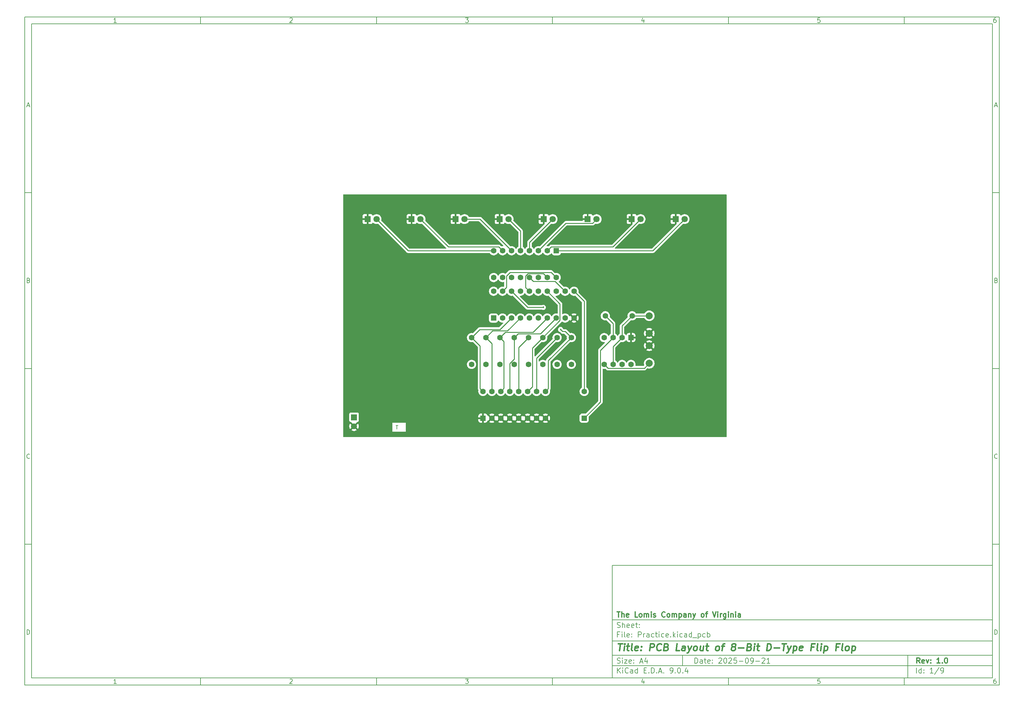
<source format=gbr>
%TF.GenerationSoftware,KiCad,Pcbnew,9.0.4*%
%TF.CreationDate,2025-09-21T01:40:17-04:00*%
%TF.ProjectId,Practice,50726163-7469-4636-952e-6b696361645f,1.0*%
%TF.SameCoordinates,Original*%
%TF.FileFunction,Copper,L1,Top*%
%TF.FilePolarity,Positive*%
%FSLAX46Y46*%
G04 Gerber Fmt 4.6, Leading zero omitted, Abs format (unit mm)*
G04 Created by KiCad (PCBNEW 9.0.4) date 2025-09-21 01:40:17*
%MOMM*%
%LPD*%
G01*
G04 APERTURE LIST*
G04 Aperture macros list*
%AMRoundRect*
0 Rectangle with rounded corners*
0 $1 Rounding radius*
0 $2 $3 $4 $5 $6 $7 $8 $9 X,Y pos of 4 corners*
0 Add a 4 corners polygon primitive as box body*
4,1,4,$2,$3,$4,$5,$6,$7,$8,$9,$2,$3,0*
0 Add four circle primitives for the rounded corners*
1,1,$1+$1,$2,$3*
1,1,$1+$1,$4,$5*
1,1,$1+$1,$6,$7*
1,1,$1+$1,$8,$9*
0 Add four rect primitives between the rounded corners*
20,1,$1+$1,$2,$3,$4,$5,0*
20,1,$1+$1,$4,$5,$6,$7,0*
20,1,$1+$1,$6,$7,$8,$9,0*
20,1,$1+$1,$8,$9,$2,$3,0*%
G04 Aperture macros list end*
%ADD10C,0.100000*%
%ADD11C,0.150000*%
%ADD12C,0.300000*%
%ADD13C,0.400000*%
%ADD14C,0.200000*%
%TA.AperFunction,NonConductor*%
%ADD15C,0.200000*%
%TD*%
%TA.AperFunction,ComponentPad*%
%ADD16R,1.700000X1.700000*%
%TD*%
%TA.AperFunction,ComponentPad*%
%ADD17C,1.700000*%
%TD*%
%TA.AperFunction,ComponentPad*%
%ADD18C,1.800000*%
%TD*%
%TA.AperFunction,ComponentPad*%
%ADD19R,1.800000X1.800000*%
%TD*%
%TA.AperFunction,ComponentPad*%
%ADD20RoundRect,0.250000X-0.550000X0.550000X-0.550000X-0.550000X0.550000X-0.550000X0.550000X0.550000X0*%
%TD*%
%TA.AperFunction,ComponentPad*%
%ADD21C,1.600000*%
%TD*%
%TA.AperFunction,ComponentPad*%
%ADD22RoundRect,0.250000X0.550000X-0.550000X0.550000X0.550000X-0.550000X0.550000X-0.550000X-0.550000X0*%
%TD*%
%TA.AperFunction,ComponentPad*%
%ADD23C,2.000000*%
%TD*%
%TA.AperFunction,ViaPad*%
%ADD24C,0.457200*%
%TD*%
%TA.AperFunction,Conductor*%
%ADD25C,0.254000*%
%TD*%
G04 APERTURE END LIST*
D10*
D11*
X177002200Y-166007200D02*
X285002200Y-166007200D01*
X285002200Y-198007200D01*
X177002200Y-198007200D01*
X177002200Y-166007200D01*
D10*
D11*
X10000000Y-10000000D02*
X287002200Y-10000000D01*
X287002200Y-200007200D01*
X10000000Y-200007200D01*
X10000000Y-10000000D01*
D10*
D11*
X12000000Y-12000000D02*
X285002200Y-12000000D01*
X285002200Y-198007200D01*
X12000000Y-198007200D01*
X12000000Y-12000000D01*
D10*
D11*
X60000000Y-12000000D02*
X60000000Y-10000000D01*
D10*
D11*
X110000000Y-12000000D02*
X110000000Y-10000000D01*
D10*
D11*
X160000000Y-12000000D02*
X160000000Y-10000000D01*
D10*
D11*
X210000000Y-12000000D02*
X210000000Y-10000000D01*
D10*
D11*
X260000000Y-12000000D02*
X260000000Y-10000000D01*
D10*
D11*
X36089160Y-11593604D02*
X35346303Y-11593604D01*
X35717731Y-11593604D02*
X35717731Y-10293604D01*
X35717731Y-10293604D02*
X35593922Y-10479319D01*
X35593922Y-10479319D02*
X35470112Y-10603128D01*
X35470112Y-10603128D02*
X35346303Y-10665033D01*
D10*
D11*
X85346303Y-10417414D02*
X85408207Y-10355509D01*
X85408207Y-10355509D02*
X85532017Y-10293604D01*
X85532017Y-10293604D02*
X85841541Y-10293604D01*
X85841541Y-10293604D02*
X85965350Y-10355509D01*
X85965350Y-10355509D02*
X86027255Y-10417414D01*
X86027255Y-10417414D02*
X86089160Y-10541223D01*
X86089160Y-10541223D02*
X86089160Y-10665033D01*
X86089160Y-10665033D02*
X86027255Y-10850747D01*
X86027255Y-10850747D02*
X85284398Y-11593604D01*
X85284398Y-11593604D02*
X86089160Y-11593604D01*
D10*
D11*
X135284398Y-10293604D02*
X136089160Y-10293604D01*
X136089160Y-10293604D02*
X135655826Y-10788842D01*
X135655826Y-10788842D02*
X135841541Y-10788842D01*
X135841541Y-10788842D02*
X135965350Y-10850747D01*
X135965350Y-10850747D02*
X136027255Y-10912652D01*
X136027255Y-10912652D02*
X136089160Y-11036461D01*
X136089160Y-11036461D02*
X136089160Y-11345985D01*
X136089160Y-11345985D02*
X136027255Y-11469795D01*
X136027255Y-11469795D02*
X135965350Y-11531700D01*
X135965350Y-11531700D02*
X135841541Y-11593604D01*
X135841541Y-11593604D02*
X135470112Y-11593604D01*
X135470112Y-11593604D02*
X135346303Y-11531700D01*
X135346303Y-11531700D02*
X135284398Y-11469795D01*
D10*
D11*
X185965350Y-10726938D02*
X185965350Y-11593604D01*
X185655826Y-10231700D02*
X185346303Y-11160271D01*
X185346303Y-11160271D02*
X186151064Y-11160271D01*
D10*
D11*
X236027255Y-10293604D02*
X235408207Y-10293604D01*
X235408207Y-10293604D02*
X235346303Y-10912652D01*
X235346303Y-10912652D02*
X235408207Y-10850747D01*
X235408207Y-10850747D02*
X235532017Y-10788842D01*
X235532017Y-10788842D02*
X235841541Y-10788842D01*
X235841541Y-10788842D02*
X235965350Y-10850747D01*
X235965350Y-10850747D02*
X236027255Y-10912652D01*
X236027255Y-10912652D02*
X236089160Y-11036461D01*
X236089160Y-11036461D02*
X236089160Y-11345985D01*
X236089160Y-11345985D02*
X236027255Y-11469795D01*
X236027255Y-11469795D02*
X235965350Y-11531700D01*
X235965350Y-11531700D02*
X235841541Y-11593604D01*
X235841541Y-11593604D02*
X235532017Y-11593604D01*
X235532017Y-11593604D02*
X235408207Y-11531700D01*
X235408207Y-11531700D02*
X235346303Y-11469795D01*
D10*
D11*
X285965350Y-10293604D02*
X285717731Y-10293604D01*
X285717731Y-10293604D02*
X285593922Y-10355509D01*
X285593922Y-10355509D02*
X285532017Y-10417414D01*
X285532017Y-10417414D02*
X285408207Y-10603128D01*
X285408207Y-10603128D02*
X285346303Y-10850747D01*
X285346303Y-10850747D02*
X285346303Y-11345985D01*
X285346303Y-11345985D02*
X285408207Y-11469795D01*
X285408207Y-11469795D02*
X285470112Y-11531700D01*
X285470112Y-11531700D02*
X285593922Y-11593604D01*
X285593922Y-11593604D02*
X285841541Y-11593604D01*
X285841541Y-11593604D02*
X285965350Y-11531700D01*
X285965350Y-11531700D02*
X286027255Y-11469795D01*
X286027255Y-11469795D02*
X286089160Y-11345985D01*
X286089160Y-11345985D02*
X286089160Y-11036461D01*
X286089160Y-11036461D02*
X286027255Y-10912652D01*
X286027255Y-10912652D02*
X285965350Y-10850747D01*
X285965350Y-10850747D02*
X285841541Y-10788842D01*
X285841541Y-10788842D02*
X285593922Y-10788842D01*
X285593922Y-10788842D02*
X285470112Y-10850747D01*
X285470112Y-10850747D02*
X285408207Y-10912652D01*
X285408207Y-10912652D02*
X285346303Y-11036461D01*
D10*
D11*
X60000000Y-198007200D02*
X60000000Y-200007200D01*
D10*
D11*
X110000000Y-198007200D02*
X110000000Y-200007200D01*
D10*
D11*
X160000000Y-198007200D02*
X160000000Y-200007200D01*
D10*
D11*
X210000000Y-198007200D02*
X210000000Y-200007200D01*
D10*
D11*
X260000000Y-198007200D02*
X260000000Y-200007200D01*
D10*
D11*
X36089160Y-199600804D02*
X35346303Y-199600804D01*
X35717731Y-199600804D02*
X35717731Y-198300804D01*
X35717731Y-198300804D02*
X35593922Y-198486519D01*
X35593922Y-198486519D02*
X35470112Y-198610328D01*
X35470112Y-198610328D02*
X35346303Y-198672233D01*
D10*
D11*
X85346303Y-198424614D02*
X85408207Y-198362709D01*
X85408207Y-198362709D02*
X85532017Y-198300804D01*
X85532017Y-198300804D02*
X85841541Y-198300804D01*
X85841541Y-198300804D02*
X85965350Y-198362709D01*
X85965350Y-198362709D02*
X86027255Y-198424614D01*
X86027255Y-198424614D02*
X86089160Y-198548423D01*
X86089160Y-198548423D02*
X86089160Y-198672233D01*
X86089160Y-198672233D02*
X86027255Y-198857947D01*
X86027255Y-198857947D02*
X85284398Y-199600804D01*
X85284398Y-199600804D02*
X86089160Y-199600804D01*
D10*
D11*
X135284398Y-198300804D02*
X136089160Y-198300804D01*
X136089160Y-198300804D02*
X135655826Y-198796042D01*
X135655826Y-198796042D02*
X135841541Y-198796042D01*
X135841541Y-198796042D02*
X135965350Y-198857947D01*
X135965350Y-198857947D02*
X136027255Y-198919852D01*
X136027255Y-198919852D02*
X136089160Y-199043661D01*
X136089160Y-199043661D02*
X136089160Y-199353185D01*
X136089160Y-199353185D02*
X136027255Y-199476995D01*
X136027255Y-199476995D02*
X135965350Y-199538900D01*
X135965350Y-199538900D02*
X135841541Y-199600804D01*
X135841541Y-199600804D02*
X135470112Y-199600804D01*
X135470112Y-199600804D02*
X135346303Y-199538900D01*
X135346303Y-199538900D02*
X135284398Y-199476995D01*
D10*
D11*
X185965350Y-198734138D02*
X185965350Y-199600804D01*
X185655826Y-198238900D02*
X185346303Y-199167471D01*
X185346303Y-199167471D02*
X186151064Y-199167471D01*
D10*
D11*
X236027255Y-198300804D02*
X235408207Y-198300804D01*
X235408207Y-198300804D02*
X235346303Y-198919852D01*
X235346303Y-198919852D02*
X235408207Y-198857947D01*
X235408207Y-198857947D02*
X235532017Y-198796042D01*
X235532017Y-198796042D02*
X235841541Y-198796042D01*
X235841541Y-198796042D02*
X235965350Y-198857947D01*
X235965350Y-198857947D02*
X236027255Y-198919852D01*
X236027255Y-198919852D02*
X236089160Y-199043661D01*
X236089160Y-199043661D02*
X236089160Y-199353185D01*
X236089160Y-199353185D02*
X236027255Y-199476995D01*
X236027255Y-199476995D02*
X235965350Y-199538900D01*
X235965350Y-199538900D02*
X235841541Y-199600804D01*
X235841541Y-199600804D02*
X235532017Y-199600804D01*
X235532017Y-199600804D02*
X235408207Y-199538900D01*
X235408207Y-199538900D02*
X235346303Y-199476995D01*
D10*
D11*
X285965350Y-198300804D02*
X285717731Y-198300804D01*
X285717731Y-198300804D02*
X285593922Y-198362709D01*
X285593922Y-198362709D02*
X285532017Y-198424614D01*
X285532017Y-198424614D02*
X285408207Y-198610328D01*
X285408207Y-198610328D02*
X285346303Y-198857947D01*
X285346303Y-198857947D02*
X285346303Y-199353185D01*
X285346303Y-199353185D02*
X285408207Y-199476995D01*
X285408207Y-199476995D02*
X285470112Y-199538900D01*
X285470112Y-199538900D02*
X285593922Y-199600804D01*
X285593922Y-199600804D02*
X285841541Y-199600804D01*
X285841541Y-199600804D02*
X285965350Y-199538900D01*
X285965350Y-199538900D02*
X286027255Y-199476995D01*
X286027255Y-199476995D02*
X286089160Y-199353185D01*
X286089160Y-199353185D02*
X286089160Y-199043661D01*
X286089160Y-199043661D02*
X286027255Y-198919852D01*
X286027255Y-198919852D02*
X285965350Y-198857947D01*
X285965350Y-198857947D02*
X285841541Y-198796042D01*
X285841541Y-198796042D02*
X285593922Y-198796042D01*
X285593922Y-198796042D02*
X285470112Y-198857947D01*
X285470112Y-198857947D02*
X285408207Y-198919852D01*
X285408207Y-198919852D02*
X285346303Y-199043661D01*
D10*
D11*
X10000000Y-60000000D02*
X12000000Y-60000000D01*
D10*
D11*
X10000000Y-110000000D02*
X12000000Y-110000000D01*
D10*
D11*
X10000000Y-160000000D02*
X12000000Y-160000000D01*
D10*
D11*
X10690476Y-35222176D02*
X11309523Y-35222176D01*
X10566666Y-35593604D02*
X10999999Y-34293604D01*
X10999999Y-34293604D02*
X11433333Y-35593604D01*
D10*
D11*
X11092857Y-84912652D02*
X11278571Y-84974557D01*
X11278571Y-84974557D02*
X11340476Y-85036461D01*
X11340476Y-85036461D02*
X11402380Y-85160271D01*
X11402380Y-85160271D02*
X11402380Y-85345985D01*
X11402380Y-85345985D02*
X11340476Y-85469795D01*
X11340476Y-85469795D02*
X11278571Y-85531700D01*
X11278571Y-85531700D02*
X11154761Y-85593604D01*
X11154761Y-85593604D02*
X10659523Y-85593604D01*
X10659523Y-85593604D02*
X10659523Y-84293604D01*
X10659523Y-84293604D02*
X11092857Y-84293604D01*
X11092857Y-84293604D02*
X11216666Y-84355509D01*
X11216666Y-84355509D02*
X11278571Y-84417414D01*
X11278571Y-84417414D02*
X11340476Y-84541223D01*
X11340476Y-84541223D02*
X11340476Y-84665033D01*
X11340476Y-84665033D02*
X11278571Y-84788842D01*
X11278571Y-84788842D02*
X11216666Y-84850747D01*
X11216666Y-84850747D02*
X11092857Y-84912652D01*
X11092857Y-84912652D02*
X10659523Y-84912652D01*
D10*
D11*
X11402380Y-135469795D02*
X11340476Y-135531700D01*
X11340476Y-135531700D02*
X11154761Y-135593604D01*
X11154761Y-135593604D02*
X11030952Y-135593604D01*
X11030952Y-135593604D02*
X10845238Y-135531700D01*
X10845238Y-135531700D02*
X10721428Y-135407890D01*
X10721428Y-135407890D02*
X10659523Y-135284080D01*
X10659523Y-135284080D02*
X10597619Y-135036461D01*
X10597619Y-135036461D02*
X10597619Y-134850747D01*
X10597619Y-134850747D02*
X10659523Y-134603128D01*
X10659523Y-134603128D02*
X10721428Y-134479319D01*
X10721428Y-134479319D02*
X10845238Y-134355509D01*
X10845238Y-134355509D02*
X11030952Y-134293604D01*
X11030952Y-134293604D02*
X11154761Y-134293604D01*
X11154761Y-134293604D02*
X11340476Y-134355509D01*
X11340476Y-134355509D02*
X11402380Y-134417414D01*
D10*
D11*
X10659523Y-185593604D02*
X10659523Y-184293604D01*
X10659523Y-184293604D02*
X10969047Y-184293604D01*
X10969047Y-184293604D02*
X11154761Y-184355509D01*
X11154761Y-184355509D02*
X11278571Y-184479319D01*
X11278571Y-184479319D02*
X11340476Y-184603128D01*
X11340476Y-184603128D02*
X11402380Y-184850747D01*
X11402380Y-184850747D02*
X11402380Y-185036461D01*
X11402380Y-185036461D02*
X11340476Y-185284080D01*
X11340476Y-185284080D02*
X11278571Y-185407890D01*
X11278571Y-185407890D02*
X11154761Y-185531700D01*
X11154761Y-185531700D02*
X10969047Y-185593604D01*
X10969047Y-185593604D02*
X10659523Y-185593604D01*
D10*
D11*
X287002200Y-60000000D02*
X285002200Y-60000000D01*
D10*
D11*
X287002200Y-110000000D02*
X285002200Y-110000000D01*
D10*
D11*
X287002200Y-160000000D02*
X285002200Y-160000000D01*
D10*
D11*
X285692676Y-35222176D02*
X286311723Y-35222176D01*
X285568866Y-35593604D02*
X286002199Y-34293604D01*
X286002199Y-34293604D02*
X286435533Y-35593604D01*
D10*
D11*
X286095057Y-84912652D02*
X286280771Y-84974557D01*
X286280771Y-84974557D02*
X286342676Y-85036461D01*
X286342676Y-85036461D02*
X286404580Y-85160271D01*
X286404580Y-85160271D02*
X286404580Y-85345985D01*
X286404580Y-85345985D02*
X286342676Y-85469795D01*
X286342676Y-85469795D02*
X286280771Y-85531700D01*
X286280771Y-85531700D02*
X286156961Y-85593604D01*
X286156961Y-85593604D02*
X285661723Y-85593604D01*
X285661723Y-85593604D02*
X285661723Y-84293604D01*
X285661723Y-84293604D02*
X286095057Y-84293604D01*
X286095057Y-84293604D02*
X286218866Y-84355509D01*
X286218866Y-84355509D02*
X286280771Y-84417414D01*
X286280771Y-84417414D02*
X286342676Y-84541223D01*
X286342676Y-84541223D02*
X286342676Y-84665033D01*
X286342676Y-84665033D02*
X286280771Y-84788842D01*
X286280771Y-84788842D02*
X286218866Y-84850747D01*
X286218866Y-84850747D02*
X286095057Y-84912652D01*
X286095057Y-84912652D02*
X285661723Y-84912652D01*
D10*
D11*
X286404580Y-135469795D02*
X286342676Y-135531700D01*
X286342676Y-135531700D02*
X286156961Y-135593604D01*
X286156961Y-135593604D02*
X286033152Y-135593604D01*
X286033152Y-135593604D02*
X285847438Y-135531700D01*
X285847438Y-135531700D02*
X285723628Y-135407890D01*
X285723628Y-135407890D02*
X285661723Y-135284080D01*
X285661723Y-135284080D02*
X285599819Y-135036461D01*
X285599819Y-135036461D02*
X285599819Y-134850747D01*
X285599819Y-134850747D02*
X285661723Y-134603128D01*
X285661723Y-134603128D02*
X285723628Y-134479319D01*
X285723628Y-134479319D02*
X285847438Y-134355509D01*
X285847438Y-134355509D02*
X286033152Y-134293604D01*
X286033152Y-134293604D02*
X286156961Y-134293604D01*
X286156961Y-134293604D02*
X286342676Y-134355509D01*
X286342676Y-134355509D02*
X286404580Y-134417414D01*
D10*
D11*
X285661723Y-185593604D02*
X285661723Y-184293604D01*
X285661723Y-184293604D02*
X285971247Y-184293604D01*
X285971247Y-184293604D02*
X286156961Y-184355509D01*
X286156961Y-184355509D02*
X286280771Y-184479319D01*
X286280771Y-184479319D02*
X286342676Y-184603128D01*
X286342676Y-184603128D02*
X286404580Y-184850747D01*
X286404580Y-184850747D02*
X286404580Y-185036461D01*
X286404580Y-185036461D02*
X286342676Y-185284080D01*
X286342676Y-185284080D02*
X286280771Y-185407890D01*
X286280771Y-185407890D02*
X286156961Y-185531700D01*
X286156961Y-185531700D02*
X285971247Y-185593604D01*
X285971247Y-185593604D02*
X285661723Y-185593604D01*
D10*
D11*
X200458026Y-193793328D02*
X200458026Y-192293328D01*
X200458026Y-192293328D02*
X200815169Y-192293328D01*
X200815169Y-192293328D02*
X201029455Y-192364757D01*
X201029455Y-192364757D02*
X201172312Y-192507614D01*
X201172312Y-192507614D02*
X201243741Y-192650471D01*
X201243741Y-192650471D02*
X201315169Y-192936185D01*
X201315169Y-192936185D02*
X201315169Y-193150471D01*
X201315169Y-193150471D02*
X201243741Y-193436185D01*
X201243741Y-193436185D02*
X201172312Y-193579042D01*
X201172312Y-193579042D02*
X201029455Y-193721900D01*
X201029455Y-193721900D02*
X200815169Y-193793328D01*
X200815169Y-193793328D02*
X200458026Y-193793328D01*
X202600884Y-193793328D02*
X202600884Y-193007614D01*
X202600884Y-193007614D02*
X202529455Y-192864757D01*
X202529455Y-192864757D02*
X202386598Y-192793328D01*
X202386598Y-192793328D02*
X202100884Y-192793328D01*
X202100884Y-192793328D02*
X201958026Y-192864757D01*
X202600884Y-193721900D02*
X202458026Y-193793328D01*
X202458026Y-193793328D02*
X202100884Y-193793328D01*
X202100884Y-193793328D02*
X201958026Y-193721900D01*
X201958026Y-193721900D02*
X201886598Y-193579042D01*
X201886598Y-193579042D02*
X201886598Y-193436185D01*
X201886598Y-193436185D02*
X201958026Y-193293328D01*
X201958026Y-193293328D02*
X202100884Y-193221900D01*
X202100884Y-193221900D02*
X202458026Y-193221900D01*
X202458026Y-193221900D02*
X202600884Y-193150471D01*
X203100884Y-192793328D02*
X203672312Y-192793328D01*
X203315169Y-192293328D02*
X203315169Y-193579042D01*
X203315169Y-193579042D02*
X203386598Y-193721900D01*
X203386598Y-193721900D02*
X203529455Y-193793328D01*
X203529455Y-193793328D02*
X203672312Y-193793328D01*
X204743741Y-193721900D02*
X204600884Y-193793328D01*
X204600884Y-193793328D02*
X204315170Y-193793328D01*
X204315170Y-193793328D02*
X204172312Y-193721900D01*
X204172312Y-193721900D02*
X204100884Y-193579042D01*
X204100884Y-193579042D02*
X204100884Y-193007614D01*
X204100884Y-193007614D02*
X204172312Y-192864757D01*
X204172312Y-192864757D02*
X204315170Y-192793328D01*
X204315170Y-192793328D02*
X204600884Y-192793328D01*
X204600884Y-192793328D02*
X204743741Y-192864757D01*
X204743741Y-192864757D02*
X204815170Y-193007614D01*
X204815170Y-193007614D02*
X204815170Y-193150471D01*
X204815170Y-193150471D02*
X204100884Y-193293328D01*
X205458026Y-193650471D02*
X205529455Y-193721900D01*
X205529455Y-193721900D02*
X205458026Y-193793328D01*
X205458026Y-193793328D02*
X205386598Y-193721900D01*
X205386598Y-193721900D02*
X205458026Y-193650471D01*
X205458026Y-193650471D02*
X205458026Y-193793328D01*
X205458026Y-192864757D02*
X205529455Y-192936185D01*
X205529455Y-192936185D02*
X205458026Y-193007614D01*
X205458026Y-193007614D02*
X205386598Y-192936185D01*
X205386598Y-192936185D02*
X205458026Y-192864757D01*
X205458026Y-192864757D02*
X205458026Y-193007614D01*
X207243741Y-192436185D02*
X207315169Y-192364757D01*
X207315169Y-192364757D02*
X207458027Y-192293328D01*
X207458027Y-192293328D02*
X207815169Y-192293328D01*
X207815169Y-192293328D02*
X207958027Y-192364757D01*
X207958027Y-192364757D02*
X208029455Y-192436185D01*
X208029455Y-192436185D02*
X208100884Y-192579042D01*
X208100884Y-192579042D02*
X208100884Y-192721900D01*
X208100884Y-192721900D02*
X208029455Y-192936185D01*
X208029455Y-192936185D02*
X207172312Y-193793328D01*
X207172312Y-193793328D02*
X208100884Y-193793328D01*
X209029455Y-192293328D02*
X209172312Y-192293328D01*
X209172312Y-192293328D02*
X209315169Y-192364757D01*
X209315169Y-192364757D02*
X209386598Y-192436185D01*
X209386598Y-192436185D02*
X209458026Y-192579042D01*
X209458026Y-192579042D02*
X209529455Y-192864757D01*
X209529455Y-192864757D02*
X209529455Y-193221900D01*
X209529455Y-193221900D02*
X209458026Y-193507614D01*
X209458026Y-193507614D02*
X209386598Y-193650471D01*
X209386598Y-193650471D02*
X209315169Y-193721900D01*
X209315169Y-193721900D02*
X209172312Y-193793328D01*
X209172312Y-193793328D02*
X209029455Y-193793328D01*
X209029455Y-193793328D02*
X208886598Y-193721900D01*
X208886598Y-193721900D02*
X208815169Y-193650471D01*
X208815169Y-193650471D02*
X208743740Y-193507614D01*
X208743740Y-193507614D02*
X208672312Y-193221900D01*
X208672312Y-193221900D02*
X208672312Y-192864757D01*
X208672312Y-192864757D02*
X208743740Y-192579042D01*
X208743740Y-192579042D02*
X208815169Y-192436185D01*
X208815169Y-192436185D02*
X208886598Y-192364757D01*
X208886598Y-192364757D02*
X209029455Y-192293328D01*
X210100883Y-192436185D02*
X210172311Y-192364757D01*
X210172311Y-192364757D02*
X210315169Y-192293328D01*
X210315169Y-192293328D02*
X210672311Y-192293328D01*
X210672311Y-192293328D02*
X210815169Y-192364757D01*
X210815169Y-192364757D02*
X210886597Y-192436185D01*
X210886597Y-192436185D02*
X210958026Y-192579042D01*
X210958026Y-192579042D02*
X210958026Y-192721900D01*
X210958026Y-192721900D02*
X210886597Y-192936185D01*
X210886597Y-192936185D02*
X210029454Y-193793328D01*
X210029454Y-193793328D02*
X210958026Y-193793328D01*
X212315168Y-192293328D02*
X211600882Y-192293328D01*
X211600882Y-192293328D02*
X211529454Y-193007614D01*
X211529454Y-193007614D02*
X211600882Y-192936185D01*
X211600882Y-192936185D02*
X211743740Y-192864757D01*
X211743740Y-192864757D02*
X212100882Y-192864757D01*
X212100882Y-192864757D02*
X212243740Y-192936185D01*
X212243740Y-192936185D02*
X212315168Y-193007614D01*
X212315168Y-193007614D02*
X212386597Y-193150471D01*
X212386597Y-193150471D02*
X212386597Y-193507614D01*
X212386597Y-193507614D02*
X212315168Y-193650471D01*
X212315168Y-193650471D02*
X212243740Y-193721900D01*
X212243740Y-193721900D02*
X212100882Y-193793328D01*
X212100882Y-193793328D02*
X211743740Y-193793328D01*
X211743740Y-193793328D02*
X211600882Y-193721900D01*
X211600882Y-193721900D02*
X211529454Y-193650471D01*
X213029453Y-193221900D02*
X214172311Y-193221900D01*
X215172311Y-192293328D02*
X215315168Y-192293328D01*
X215315168Y-192293328D02*
X215458025Y-192364757D01*
X215458025Y-192364757D02*
X215529454Y-192436185D01*
X215529454Y-192436185D02*
X215600882Y-192579042D01*
X215600882Y-192579042D02*
X215672311Y-192864757D01*
X215672311Y-192864757D02*
X215672311Y-193221900D01*
X215672311Y-193221900D02*
X215600882Y-193507614D01*
X215600882Y-193507614D02*
X215529454Y-193650471D01*
X215529454Y-193650471D02*
X215458025Y-193721900D01*
X215458025Y-193721900D02*
X215315168Y-193793328D01*
X215315168Y-193793328D02*
X215172311Y-193793328D01*
X215172311Y-193793328D02*
X215029454Y-193721900D01*
X215029454Y-193721900D02*
X214958025Y-193650471D01*
X214958025Y-193650471D02*
X214886596Y-193507614D01*
X214886596Y-193507614D02*
X214815168Y-193221900D01*
X214815168Y-193221900D02*
X214815168Y-192864757D01*
X214815168Y-192864757D02*
X214886596Y-192579042D01*
X214886596Y-192579042D02*
X214958025Y-192436185D01*
X214958025Y-192436185D02*
X215029454Y-192364757D01*
X215029454Y-192364757D02*
X215172311Y-192293328D01*
X216386596Y-193793328D02*
X216672310Y-193793328D01*
X216672310Y-193793328D02*
X216815167Y-193721900D01*
X216815167Y-193721900D02*
X216886596Y-193650471D01*
X216886596Y-193650471D02*
X217029453Y-193436185D01*
X217029453Y-193436185D02*
X217100882Y-193150471D01*
X217100882Y-193150471D02*
X217100882Y-192579042D01*
X217100882Y-192579042D02*
X217029453Y-192436185D01*
X217029453Y-192436185D02*
X216958025Y-192364757D01*
X216958025Y-192364757D02*
X216815167Y-192293328D01*
X216815167Y-192293328D02*
X216529453Y-192293328D01*
X216529453Y-192293328D02*
X216386596Y-192364757D01*
X216386596Y-192364757D02*
X216315167Y-192436185D01*
X216315167Y-192436185D02*
X216243739Y-192579042D01*
X216243739Y-192579042D02*
X216243739Y-192936185D01*
X216243739Y-192936185D02*
X216315167Y-193079042D01*
X216315167Y-193079042D02*
X216386596Y-193150471D01*
X216386596Y-193150471D02*
X216529453Y-193221900D01*
X216529453Y-193221900D02*
X216815167Y-193221900D01*
X216815167Y-193221900D02*
X216958025Y-193150471D01*
X216958025Y-193150471D02*
X217029453Y-193079042D01*
X217029453Y-193079042D02*
X217100882Y-192936185D01*
X217743738Y-193221900D02*
X218886596Y-193221900D01*
X219529453Y-192436185D02*
X219600881Y-192364757D01*
X219600881Y-192364757D02*
X219743739Y-192293328D01*
X219743739Y-192293328D02*
X220100881Y-192293328D01*
X220100881Y-192293328D02*
X220243739Y-192364757D01*
X220243739Y-192364757D02*
X220315167Y-192436185D01*
X220315167Y-192436185D02*
X220386596Y-192579042D01*
X220386596Y-192579042D02*
X220386596Y-192721900D01*
X220386596Y-192721900D02*
X220315167Y-192936185D01*
X220315167Y-192936185D02*
X219458024Y-193793328D01*
X219458024Y-193793328D02*
X220386596Y-193793328D01*
X221815167Y-193793328D02*
X220958024Y-193793328D01*
X221386595Y-193793328D02*
X221386595Y-192293328D01*
X221386595Y-192293328D02*
X221243738Y-192507614D01*
X221243738Y-192507614D02*
X221100881Y-192650471D01*
X221100881Y-192650471D02*
X220958024Y-192721900D01*
D10*
D11*
X177002200Y-194507200D02*
X285002200Y-194507200D01*
D10*
D11*
X178458026Y-196593328D02*
X178458026Y-195093328D01*
X179315169Y-196593328D02*
X178672312Y-195736185D01*
X179315169Y-195093328D02*
X178458026Y-195950471D01*
X179958026Y-196593328D02*
X179958026Y-195593328D01*
X179958026Y-195093328D02*
X179886598Y-195164757D01*
X179886598Y-195164757D02*
X179958026Y-195236185D01*
X179958026Y-195236185D02*
X180029455Y-195164757D01*
X180029455Y-195164757D02*
X179958026Y-195093328D01*
X179958026Y-195093328D02*
X179958026Y-195236185D01*
X181529455Y-196450471D02*
X181458027Y-196521900D01*
X181458027Y-196521900D02*
X181243741Y-196593328D01*
X181243741Y-196593328D02*
X181100884Y-196593328D01*
X181100884Y-196593328D02*
X180886598Y-196521900D01*
X180886598Y-196521900D02*
X180743741Y-196379042D01*
X180743741Y-196379042D02*
X180672312Y-196236185D01*
X180672312Y-196236185D02*
X180600884Y-195950471D01*
X180600884Y-195950471D02*
X180600884Y-195736185D01*
X180600884Y-195736185D02*
X180672312Y-195450471D01*
X180672312Y-195450471D02*
X180743741Y-195307614D01*
X180743741Y-195307614D02*
X180886598Y-195164757D01*
X180886598Y-195164757D02*
X181100884Y-195093328D01*
X181100884Y-195093328D02*
X181243741Y-195093328D01*
X181243741Y-195093328D02*
X181458027Y-195164757D01*
X181458027Y-195164757D02*
X181529455Y-195236185D01*
X182815170Y-196593328D02*
X182815170Y-195807614D01*
X182815170Y-195807614D02*
X182743741Y-195664757D01*
X182743741Y-195664757D02*
X182600884Y-195593328D01*
X182600884Y-195593328D02*
X182315170Y-195593328D01*
X182315170Y-195593328D02*
X182172312Y-195664757D01*
X182815170Y-196521900D02*
X182672312Y-196593328D01*
X182672312Y-196593328D02*
X182315170Y-196593328D01*
X182315170Y-196593328D02*
X182172312Y-196521900D01*
X182172312Y-196521900D02*
X182100884Y-196379042D01*
X182100884Y-196379042D02*
X182100884Y-196236185D01*
X182100884Y-196236185D02*
X182172312Y-196093328D01*
X182172312Y-196093328D02*
X182315170Y-196021900D01*
X182315170Y-196021900D02*
X182672312Y-196021900D01*
X182672312Y-196021900D02*
X182815170Y-195950471D01*
X184172313Y-196593328D02*
X184172313Y-195093328D01*
X184172313Y-196521900D02*
X184029455Y-196593328D01*
X184029455Y-196593328D02*
X183743741Y-196593328D01*
X183743741Y-196593328D02*
X183600884Y-196521900D01*
X183600884Y-196521900D02*
X183529455Y-196450471D01*
X183529455Y-196450471D02*
X183458027Y-196307614D01*
X183458027Y-196307614D02*
X183458027Y-195879042D01*
X183458027Y-195879042D02*
X183529455Y-195736185D01*
X183529455Y-195736185D02*
X183600884Y-195664757D01*
X183600884Y-195664757D02*
X183743741Y-195593328D01*
X183743741Y-195593328D02*
X184029455Y-195593328D01*
X184029455Y-195593328D02*
X184172313Y-195664757D01*
X186029455Y-195807614D02*
X186529455Y-195807614D01*
X186743741Y-196593328D02*
X186029455Y-196593328D01*
X186029455Y-196593328D02*
X186029455Y-195093328D01*
X186029455Y-195093328D02*
X186743741Y-195093328D01*
X187386598Y-196450471D02*
X187458027Y-196521900D01*
X187458027Y-196521900D02*
X187386598Y-196593328D01*
X187386598Y-196593328D02*
X187315170Y-196521900D01*
X187315170Y-196521900D02*
X187386598Y-196450471D01*
X187386598Y-196450471D02*
X187386598Y-196593328D01*
X188100884Y-196593328D02*
X188100884Y-195093328D01*
X188100884Y-195093328D02*
X188458027Y-195093328D01*
X188458027Y-195093328D02*
X188672313Y-195164757D01*
X188672313Y-195164757D02*
X188815170Y-195307614D01*
X188815170Y-195307614D02*
X188886599Y-195450471D01*
X188886599Y-195450471D02*
X188958027Y-195736185D01*
X188958027Y-195736185D02*
X188958027Y-195950471D01*
X188958027Y-195950471D02*
X188886599Y-196236185D01*
X188886599Y-196236185D02*
X188815170Y-196379042D01*
X188815170Y-196379042D02*
X188672313Y-196521900D01*
X188672313Y-196521900D02*
X188458027Y-196593328D01*
X188458027Y-196593328D02*
X188100884Y-196593328D01*
X189600884Y-196450471D02*
X189672313Y-196521900D01*
X189672313Y-196521900D02*
X189600884Y-196593328D01*
X189600884Y-196593328D02*
X189529456Y-196521900D01*
X189529456Y-196521900D02*
X189600884Y-196450471D01*
X189600884Y-196450471D02*
X189600884Y-196593328D01*
X190243742Y-196164757D02*
X190958028Y-196164757D01*
X190100885Y-196593328D02*
X190600885Y-195093328D01*
X190600885Y-195093328D02*
X191100885Y-196593328D01*
X191600884Y-196450471D02*
X191672313Y-196521900D01*
X191672313Y-196521900D02*
X191600884Y-196593328D01*
X191600884Y-196593328D02*
X191529456Y-196521900D01*
X191529456Y-196521900D02*
X191600884Y-196450471D01*
X191600884Y-196450471D02*
X191600884Y-196593328D01*
X193529456Y-196593328D02*
X193815170Y-196593328D01*
X193815170Y-196593328D02*
X193958027Y-196521900D01*
X193958027Y-196521900D02*
X194029456Y-196450471D01*
X194029456Y-196450471D02*
X194172313Y-196236185D01*
X194172313Y-196236185D02*
X194243742Y-195950471D01*
X194243742Y-195950471D02*
X194243742Y-195379042D01*
X194243742Y-195379042D02*
X194172313Y-195236185D01*
X194172313Y-195236185D02*
X194100885Y-195164757D01*
X194100885Y-195164757D02*
X193958027Y-195093328D01*
X193958027Y-195093328D02*
X193672313Y-195093328D01*
X193672313Y-195093328D02*
X193529456Y-195164757D01*
X193529456Y-195164757D02*
X193458027Y-195236185D01*
X193458027Y-195236185D02*
X193386599Y-195379042D01*
X193386599Y-195379042D02*
X193386599Y-195736185D01*
X193386599Y-195736185D02*
X193458027Y-195879042D01*
X193458027Y-195879042D02*
X193529456Y-195950471D01*
X193529456Y-195950471D02*
X193672313Y-196021900D01*
X193672313Y-196021900D02*
X193958027Y-196021900D01*
X193958027Y-196021900D02*
X194100885Y-195950471D01*
X194100885Y-195950471D02*
X194172313Y-195879042D01*
X194172313Y-195879042D02*
X194243742Y-195736185D01*
X194886598Y-196450471D02*
X194958027Y-196521900D01*
X194958027Y-196521900D02*
X194886598Y-196593328D01*
X194886598Y-196593328D02*
X194815170Y-196521900D01*
X194815170Y-196521900D02*
X194886598Y-196450471D01*
X194886598Y-196450471D02*
X194886598Y-196593328D01*
X195886599Y-195093328D02*
X196029456Y-195093328D01*
X196029456Y-195093328D02*
X196172313Y-195164757D01*
X196172313Y-195164757D02*
X196243742Y-195236185D01*
X196243742Y-195236185D02*
X196315170Y-195379042D01*
X196315170Y-195379042D02*
X196386599Y-195664757D01*
X196386599Y-195664757D02*
X196386599Y-196021900D01*
X196386599Y-196021900D02*
X196315170Y-196307614D01*
X196315170Y-196307614D02*
X196243742Y-196450471D01*
X196243742Y-196450471D02*
X196172313Y-196521900D01*
X196172313Y-196521900D02*
X196029456Y-196593328D01*
X196029456Y-196593328D02*
X195886599Y-196593328D01*
X195886599Y-196593328D02*
X195743742Y-196521900D01*
X195743742Y-196521900D02*
X195672313Y-196450471D01*
X195672313Y-196450471D02*
X195600884Y-196307614D01*
X195600884Y-196307614D02*
X195529456Y-196021900D01*
X195529456Y-196021900D02*
X195529456Y-195664757D01*
X195529456Y-195664757D02*
X195600884Y-195379042D01*
X195600884Y-195379042D02*
X195672313Y-195236185D01*
X195672313Y-195236185D02*
X195743742Y-195164757D01*
X195743742Y-195164757D02*
X195886599Y-195093328D01*
X197029455Y-196450471D02*
X197100884Y-196521900D01*
X197100884Y-196521900D02*
X197029455Y-196593328D01*
X197029455Y-196593328D02*
X196958027Y-196521900D01*
X196958027Y-196521900D02*
X197029455Y-196450471D01*
X197029455Y-196450471D02*
X197029455Y-196593328D01*
X198386599Y-195593328D02*
X198386599Y-196593328D01*
X198029456Y-195021900D02*
X197672313Y-196093328D01*
X197672313Y-196093328D02*
X198600884Y-196093328D01*
D10*
D11*
X177002200Y-191507200D02*
X285002200Y-191507200D01*
D10*
D12*
X264413853Y-193785528D02*
X263913853Y-193071242D01*
X263556710Y-193785528D02*
X263556710Y-192285528D01*
X263556710Y-192285528D02*
X264128139Y-192285528D01*
X264128139Y-192285528D02*
X264270996Y-192356957D01*
X264270996Y-192356957D02*
X264342425Y-192428385D01*
X264342425Y-192428385D02*
X264413853Y-192571242D01*
X264413853Y-192571242D02*
X264413853Y-192785528D01*
X264413853Y-192785528D02*
X264342425Y-192928385D01*
X264342425Y-192928385D02*
X264270996Y-192999814D01*
X264270996Y-192999814D02*
X264128139Y-193071242D01*
X264128139Y-193071242D02*
X263556710Y-193071242D01*
X265628139Y-193714100D02*
X265485282Y-193785528D01*
X265485282Y-193785528D02*
X265199568Y-193785528D01*
X265199568Y-193785528D02*
X265056710Y-193714100D01*
X265056710Y-193714100D02*
X264985282Y-193571242D01*
X264985282Y-193571242D02*
X264985282Y-192999814D01*
X264985282Y-192999814D02*
X265056710Y-192856957D01*
X265056710Y-192856957D02*
X265199568Y-192785528D01*
X265199568Y-192785528D02*
X265485282Y-192785528D01*
X265485282Y-192785528D02*
X265628139Y-192856957D01*
X265628139Y-192856957D02*
X265699568Y-192999814D01*
X265699568Y-192999814D02*
X265699568Y-193142671D01*
X265699568Y-193142671D02*
X264985282Y-193285528D01*
X266199567Y-192785528D02*
X266556710Y-193785528D01*
X266556710Y-193785528D02*
X266913853Y-192785528D01*
X267485281Y-193642671D02*
X267556710Y-193714100D01*
X267556710Y-193714100D02*
X267485281Y-193785528D01*
X267485281Y-193785528D02*
X267413853Y-193714100D01*
X267413853Y-193714100D02*
X267485281Y-193642671D01*
X267485281Y-193642671D02*
X267485281Y-193785528D01*
X267485281Y-192856957D02*
X267556710Y-192928385D01*
X267556710Y-192928385D02*
X267485281Y-192999814D01*
X267485281Y-192999814D02*
X267413853Y-192928385D01*
X267413853Y-192928385D02*
X267485281Y-192856957D01*
X267485281Y-192856957D02*
X267485281Y-192999814D01*
X270128139Y-193785528D02*
X269270996Y-193785528D01*
X269699567Y-193785528D02*
X269699567Y-192285528D01*
X269699567Y-192285528D02*
X269556710Y-192499814D01*
X269556710Y-192499814D02*
X269413853Y-192642671D01*
X269413853Y-192642671D02*
X269270996Y-192714100D01*
X270770995Y-193642671D02*
X270842424Y-193714100D01*
X270842424Y-193714100D02*
X270770995Y-193785528D01*
X270770995Y-193785528D02*
X270699567Y-193714100D01*
X270699567Y-193714100D02*
X270770995Y-193642671D01*
X270770995Y-193642671D02*
X270770995Y-193785528D01*
X271770996Y-192285528D02*
X271913853Y-192285528D01*
X271913853Y-192285528D02*
X272056710Y-192356957D01*
X272056710Y-192356957D02*
X272128139Y-192428385D01*
X272128139Y-192428385D02*
X272199567Y-192571242D01*
X272199567Y-192571242D02*
X272270996Y-192856957D01*
X272270996Y-192856957D02*
X272270996Y-193214100D01*
X272270996Y-193214100D02*
X272199567Y-193499814D01*
X272199567Y-193499814D02*
X272128139Y-193642671D01*
X272128139Y-193642671D02*
X272056710Y-193714100D01*
X272056710Y-193714100D02*
X271913853Y-193785528D01*
X271913853Y-193785528D02*
X271770996Y-193785528D01*
X271770996Y-193785528D02*
X271628139Y-193714100D01*
X271628139Y-193714100D02*
X271556710Y-193642671D01*
X271556710Y-193642671D02*
X271485281Y-193499814D01*
X271485281Y-193499814D02*
X271413853Y-193214100D01*
X271413853Y-193214100D02*
X271413853Y-192856957D01*
X271413853Y-192856957D02*
X271485281Y-192571242D01*
X271485281Y-192571242D02*
X271556710Y-192428385D01*
X271556710Y-192428385D02*
X271628139Y-192356957D01*
X271628139Y-192356957D02*
X271770996Y-192285528D01*
D10*
D11*
X178386598Y-193721900D02*
X178600884Y-193793328D01*
X178600884Y-193793328D02*
X178958026Y-193793328D01*
X178958026Y-193793328D02*
X179100884Y-193721900D01*
X179100884Y-193721900D02*
X179172312Y-193650471D01*
X179172312Y-193650471D02*
X179243741Y-193507614D01*
X179243741Y-193507614D02*
X179243741Y-193364757D01*
X179243741Y-193364757D02*
X179172312Y-193221900D01*
X179172312Y-193221900D02*
X179100884Y-193150471D01*
X179100884Y-193150471D02*
X178958026Y-193079042D01*
X178958026Y-193079042D02*
X178672312Y-193007614D01*
X178672312Y-193007614D02*
X178529455Y-192936185D01*
X178529455Y-192936185D02*
X178458026Y-192864757D01*
X178458026Y-192864757D02*
X178386598Y-192721900D01*
X178386598Y-192721900D02*
X178386598Y-192579042D01*
X178386598Y-192579042D02*
X178458026Y-192436185D01*
X178458026Y-192436185D02*
X178529455Y-192364757D01*
X178529455Y-192364757D02*
X178672312Y-192293328D01*
X178672312Y-192293328D02*
X179029455Y-192293328D01*
X179029455Y-192293328D02*
X179243741Y-192364757D01*
X179886597Y-193793328D02*
X179886597Y-192793328D01*
X179886597Y-192293328D02*
X179815169Y-192364757D01*
X179815169Y-192364757D02*
X179886597Y-192436185D01*
X179886597Y-192436185D02*
X179958026Y-192364757D01*
X179958026Y-192364757D02*
X179886597Y-192293328D01*
X179886597Y-192293328D02*
X179886597Y-192436185D01*
X180458026Y-192793328D02*
X181243741Y-192793328D01*
X181243741Y-192793328D02*
X180458026Y-193793328D01*
X180458026Y-193793328D02*
X181243741Y-193793328D01*
X182386598Y-193721900D02*
X182243741Y-193793328D01*
X182243741Y-193793328D02*
X181958027Y-193793328D01*
X181958027Y-193793328D02*
X181815169Y-193721900D01*
X181815169Y-193721900D02*
X181743741Y-193579042D01*
X181743741Y-193579042D02*
X181743741Y-193007614D01*
X181743741Y-193007614D02*
X181815169Y-192864757D01*
X181815169Y-192864757D02*
X181958027Y-192793328D01*
X181958027Y-192793328D02*
X182243741Y-192793328D01*
X182243741Y-192793328D02*
X182386598Y-192864757D01*
X182386598Y-192864757D02*
X182458027Y-193007614D01*
X182458027Y-193007614D02*
X182458027Y-193150471D01*
X182458027Y-193150471D02*
X181743741Y-193293328D01*
X183100883Y-193650471D02*
X183172312Y-193721900D01*
X183172312Y-193721900D02*
X183100883Y-193793328D01*
X183100883Y-193793328D02*
X183029455Y-193721900D01*
X183029455Y-193721900D02*
X183100883Y-193650471D01*
X183100883Y-193650471D02*
X183100883Y-193793328D01*
X183100883Y-192864757D02*
X183172312Y-192936185D01*
X183172312Y-192936185D02*
X183100883Y-193007614D01*
X183100883Y-193007614D02*
X183029455Y-192936185D01*
X183029455Y-192936185D02*
X183100883Y-192864757D01*
X183100883Y-192864757D02*
X183100883Y-193007614D01*
X184886598Y-193364757D02*
X185600884Y-193364757D01*
X184743741Y-193793328D02*
X185243741Y-192293328D01*
X185243741Y-192293328D02*
X185743741Y-193793328D01*
X186886598Y-192793328D02*
X186886598Y-193793328D01*
X186529455Y-192221900D02*
X186172312Y-193293328D01*
X186172312Y-193293328D02*
X187100883Y-193293328D01*
D10*
D11*
X263458026Y-196593328D02*
X263458026Y-195093328D01*
X264815170Y-196593328D02*
X264815170Y-195093328D01*
X264815170Y-196521900D02*
X264672312Y-196593328D01*
X264672312Y-196593328D02*
X264386598Y-196593328D01*
X264386598Y-196593328D02*
X264243741Y-196521900D01*
X264243741Y-196521900D02*
X264172312Y-196450471D01*
X264172312Y-196450471D02*
X264100884Y-196307614D01*
X264100884Y-196307614D02*
X264100884Y-195879042D01*
X264100884Y-195879042D02*
X264172312Y-195736185D01*
X264172312Y-195736185D02*
X264243741Y-195664757D01*
X264243741Y-195664757D02*
X264386598Y-195593328D01*
X264386598Y-195593328D02*
X264672312Y-195593328D01*
X264672312Y-195593328D02*
X264815170Y-195664757D01*
X265529455Y-196450471D02*
X265600884Y-196521900D01*
X265600884Y-196521900D02*
X265529455Y-196593328D01*
X265529455Y-196593328D02*
X265458027Y-196521900D01*
X265458027Y-196521900D02*
X265529455Y-196450471D01*
X265529455Y-196450471D02*
X265529455Y-196593328D01*
X265529455Y-195664757D02*
X265600884Y-195736185D01*
X265600884Y-195736185D02*
X265529455Y-195807614D01*
X265529455Y-195807614D02*
X265458027Y-195736185D01*
X265458027Y-195736185D02*
X265529455Y-195664757D01*
X265529455Y-195664757D02*
X265529455Y-195807614D01*
X268172313Y-196593328D02*
X267315170Y-196593328D01*
X267743741Y-196593328D02*
X267743741Y-195093328D01*
X267743741Y-195093328D02*
X267600884Y-195307614D01*
X267600884Y-195307614D02*
X267458027Y-195450471D01*
X267458027Y-195450471D02*
X267315170Y-195521900D01*
X269886598Y-195021900D02*
X268600884Y-196950471D01*
X270458027Y-196593328D02*
X270743741Y-196593328D01*
X270743741Y-196593328D02*
X270886598Y-196521900D01*
X270886598Y-196521900D02*
X270958027Y-196450471D01*
X270958027Y-196450471D02*
X271100884Y-196236185D01*
X271100884Y-196236185D02*
X271172313Y-195950471D01*
X271172313Y-195950471D02*
X271172313Y-195379042D01*
X271172313Y-195379042D02*
X271100884Y-195236185D01*
X271100884Y-195236185D02*
X271029456Y-195164757D01*
X271029456Y-195164757D02*
X270886598Y-195093328D01*
X270886598Y-195093328D02*
X270600884Y-195093328D01*
X270600884Y-195093328D02*
X270458027Y-195164757D01*
X270458027Y-195164757D02*
X270386598Y-195236185D01*
X270386598Y-195236185D02*
X270315170Y-195379042D01*
X270315170Y-195379042D02*
X270315170Y-195736185D01*
X270315170Y-195736185D02*
X270386598Y-195879042D01*
X270386598Y-195879042D02*
X270458027Y-195950471D01*
X270458027Y-195950471D02*
X270600884Y-196021900D01*
X270600884Y-196021900D02*
X270886598Y-196021900D01*
X270886598Y-196021900D02*
X271029456Y-195950471D01*
X271029456Y-195950471D02*
X271100884Y-195879042D01*
X271100884Y-195879042D02*
X271172313Y-195736185D01*
D10*
D11*
X177002200Y-187507200D02*
X285002200Y-187507200D01*
D10*
D13*
X178693928Y-188211638D02*
X179836785Y-188211638D01*
X179015357Y-190211638D02*
X179265357Y-188211638D01*
X180253452Y-190211638D02*
X180420119Y-188878304D01*
X180503452Y-188211638D02*
X180396309Y-188306876D01*
X180396309Y-188306876D02*
X180479643Y-188402114D01*
X180479643Y-188402114D02*
X180586786Y-188306876D01*
X180586786Y-188306876D02*
X180503452Y-188211638D01*
X180503452Y-188211638D02*
X180479643Y-188402114D01*
X181086786Y-188878304D02*
X181848690Y-188878304D01*
X181455833Y-188211638D02*
X181241548Y-189925923D01*
X181241548Y-189925923D02*
X181312976Y-190116400D01*
X181312976Y-190116400D02*
X181491548Y-190211638D01*
X181491548Y-190211638D02*
X181682024Y-190211638D01*
X182634405Y-190211638D02*
X182455833Y-190116400D01*
X182455833Y-190116400D02*
X182384405Y-189925923D01*
X182384405Y-189925923D02*
X182598690Y-188211638D01*
X184170119Y-190116400D02*
X183967738Y-190211638D01*
X183967738Y-190211638D02*
X183586785Y-190211638D01*
X183586785Y-190211638D02*
X183408214Y-190116400D01*
X183408214Y-190116400D02*
X183336785Y-189925923D01*
X183336785Y-189925923D02*
X183432024Y-189164019D01*
X183432024Y-189164019D02*
X183551071Y-188973542D01*
X183551071Y-188973542D02*
X183753452Y-188878304D01*
X183753452Y-188878304D02*
X184134404Y-188878304D01*
X184134404Y-188878304D02*
X184312976Y-188973542D01*
X184312976Y-188973542D02*
X184384404Y-189164019D01*
X184384404Y-189164019D02*
X184360595Y-189354495D01*
X184360595Y-189354495D02*
X183384404Y-189544971D01*
X185134405Y-190021161D02*
X185217738Y-190116400D01*
X185217738Y-190116400D02*
X185110595Y-190211638D01*
X185110595Y-190211638D02*
X185027262Y-190116400D01*
X185027262Y-190116400D02*
X185134405Y-190021161D01*
X185134405Y-190021161D02*
X185110595Y-190211638D01*
X185265357Y-188973542D02*
X185348690Y-189068780D01*
X185348690Y-189068780D02*
X185241548Y-189164019D01*
X185241548Y-189164019D02*
X185158214Y-189068780D01*
X185158214Y-189068780D02*
X185265357Y-188973542D01*
X185265357Y-188973542D02*
X185241548Y-189164019D01*
X187586786Y-190211638D02*
X187836786Y-188211638D01*
X187836786Y-188211638D02*
X188598691Y-188211638D01*
X188598691Y-188211638D02*
X188777262Y-188306876D01*
X188777262Y-188306876D02*
X188860596Y-188402114D01*
X188860596Y-188402114D02*
X188932024Y-188592590D01*
X188932024Y-188592590D02*
X188896310Y-188878304D01*
X188896310Y-188878304D02*
X188777262Y-189068780D01*
X188777262Y-189068780D02*
X188670120Y-189164019D01*
X188670120Y-189164019D02*
X188467739Y-189259257D01*
X188467739Y-189259257D02*
X187705834Y-189259257D01*
X190753453Y-190021161D02*
X190646310Y-190116400D01*
X190646310Y-190116400D02*
X190348691Y-190211638D01*
X190348691Y-190211638D02*
X190158215Y-190211638D01*
X190158215Y-190211638D02*
X189884405Y-190116400D01*
X189884405Y-190116400D02*
X189717739Y-189925923D01*
X189717739Y-189925923D02*
X189646310Y-189735447D01*
X189646310Y-189735447D02*
X189598691Y-189354495D01*
X189598691Y-189354495D02*
X189634405Y-189068780D01*
X189634405Y-189068780D02*
X189777262Y-188687828D01*
X189777262Y-188687828D02*
X189896310Y-188497352D01*
X189896310Y-188497352D02*
X190110596Y-188306876D01*
X190110596Y-188306876D02*
X190408215Y-188211638D01*
X190408215Y-188211638D02*
X190598691Y-188211638D01*
X190598691Y-188211638D02*
X190872501Y-188306876D01*
X190872501Y-188306876D02*
X190955834Y-188402114D01*
X192384405Y-189164019D02*
X192658215Y-189259257D01*
X192658215Y-189259257D02*
X192741548Y-189354495D01*
X192741548Y-189354495D02*
X192812977Y-189544971D01*
X192812977Y-189544971D02*
X192777262Y-189830685D01*
X192777262Y-189830685D02*
X192658215Y-190021161D01*
X192658215Y-190021161D02*
X192551072Y-190116400D01*
X192551072Y-190116400D02*
X192348691Y-190211638D01*
X192348691Y-190211638D02*
X191586786Y-190211638D01*
X191586786Y-190211638D02*
X191836786Y-188211638D01*
X191836786Y-188211638D02*
X192503453Y-188211638D01*
X192503453Y-188211638D02*
X192682024Y-188306876D01*
X192682024Y-188306876D02*
X192765358Y-188402114D01*
X192765358Y-188402114D02*
X192836786Y-188592590D01*
X192836786Y-188592590D02*
X192812977Y-188783066D01*
X192812977Y-188783066D02*
X192693929Y-188973542D01*
X192693929Y-188973542D02*
X192586786Y-189068780D01*
X192586786Y-189068780D02*
X192384405Y-189164019D01*
X192384405Y-189164019D02*
X191717739Y-189164019D01*
X196062977Y-190211638D02*
X195110596Y-190211638D01*
X195110596Y-190211638D02*
X195360596Y-188211638D01*
X197586787Y-190211638D02*
X197717739Y-189164019D01*
X197717739Y-189164019D02*
X197646311Y-188973542D01*
X197646311Y-188973542D02*
X197467739Y-188878304D01*
X197467739Y-188878304D02*
X197086787Y-188878304D01*
X197086787Y-188878304D02*
X196884406Y-188973542D01*
X197598692Y-190116400D02*
X197396311Y-190211638D01*
X197396311Y-190211638D02*
X196920120Y-190211638D01*
X196920120Y-190211638D02*
X196741549Y-190116400D01*
X196741549Y-190116400D02*
X196670120Y-189925923D01*
X196670120Y-189925923D02*
X196693930Y-189735447D01*
X196693930Y-189735447D02*
X196812978Y-189544971D01*
X196812978Y-189544971D02*
X197015359Y-189449733D01*
X197015359Y-189449733D02*
X197491549Y-189449733D01*
X197491549Y-189449733D02*
X197693930Y-189354495D01*
X198515359Y-188878304D02*
X198824883Y-190211638D01*
X199467740Y-188878304D02*
X198824883Y-190211638D01*
X198824883Y-190211638D02*
X198574883Y-190687828D01*
X198574883Y-190687828D02*
X198467740Y-190783066D01*
X198467740Y-190783066D02*
X198265359Y-190878304D01*
X200348693Y-190211638D02*
X200170121Y-190116400D01*
X200170121Y-190116400D02*
X200086788Y-190021161D01*
X200086788Y-190021161D02*
X200015359Y-189830685D01*
X200015359Y-189830685D02*
X200086788Y-189259257D01*
X200086788Y-189259257D02*
X200205835Y-189068780D01*
X200205835Y-189068780D02*
X200312978Y-188973542D01*
X200312978Y-188973542D02*
X200515359Y-188878304D01*
X200515359Y-188878304D02*
X200801073Y-188878304D01*
X200801073Y-188878304D02*
X200979645Y-188973542D01*
X200979645Y-188973542D02*
X201062978Y-189068780D01*
X201062978Y-189068780D02*
X201134407Y-189259257D01*
X201134407Y-189259257D02*
X201062978Y-189830685D01*
X201062978Y-189830685D02*
X200943931Y-190021161D01*
X200943931Y-190021161D02*
X200836788Y-190116400D01*
X200836788Y-190116400D02*
X200634407Y-190211638D01*
X200634407Y-190211638D02*
X200348693Y-190211638D01*
X202896312Y-188878304D02*
X202729645Y-190211638D01*
X202039169Y-188878304D02*
X201908217Y-189925923D01*
X201908217Y-189925923D02*
X201979645Y-190116400D01*
X201979645Y-190116400D02*
X202158217Y-190211638D01*
X202158217Y-190211638D02*
X202443931Y-190211638D01*
X202443931Y-190211638D02*
X202646312Y-190116400D01*
X202646312Y-190116400D02*
X202753455Y-190021161D01*
X203562979Y-188878304D02*
X204324883Y-188878304D01*
X203932026Y-188211638D02*
X203717741Y-189925923D01*
X203717741Y-189925923D02*
X203789169Y-190116400D01*
X203789169Y-190116400D02*
X203967741Y-190211638D01*
X203967741Y-190211638D02*
X204158217Y-190211638D01*
X206634408Y-190211638D02*
X206455836Y-190116400D01*
X206455836Y-190116400D02*
X206372503Y-190021161D01*
X206372503Y-190021161D02*
X206301074Y-189830685D01*
X206301074Y-189830685D02*
X206372503Y-189259257D01*
X206372503Y-189259257D02*
X206491550Y-189068780D01*
X206491550Y-189068780D02*
X206598693Y-188973542D01*
X206598693Y-188973542D02*
X206801074Y-188878304D01*
X206801074Y-188878304D02*
X207086788Y-188878304D01*
X207086788Y-188878304D02*
X207265360Y-188973542D01*
X207265360Y-188973542D02*
X207348693Y-189068780D01*
X207348693Y-189068780D02*
X207420122Y-189259257D01*
X207420122Y-189259257D02*
X207348693Y-189830685D01*
X207348693Y-189830685D02*
X207229646Y-190021161D01*
X207229646Y-190021161D02*
X207122503Y-190116400D01*
X207122503Y-190116400D02*
X206920122Y-190211638D01*
X206920122Y-190211638D02*
X206634408Y-190211638D01*
X208039170Y-188878304D02*
X208801074Y-188878304D01*
X208158217Y-190211638D02*
X208372503Y-188497352D01*
X208372503Y-188497352D02*
X208491551Y-188306876D01*
X208491551Y-188306876D02*
X208693932Y-188211638D01*
X208693932Y-188211638D02*
X208884408Y-188211638D01*
X211253456Y-189068780D02*
X211074884Y-188973542D01*
X211074884Y-188973542D02*
X210991551Y-188878304D01*
X210991551Y-188878304D02*
X210920122Y-188687828D01*
X210920122Y-188687828D02*
X210932027Y-188592590D01*
X210932027Y-188592590D02*
X211051075Y-188402114D01*
X211051075Y-188402114D02*
X211158218Y-188306876D01*
X211158218Y-188306876D02*
X211360599Y-188211638D01*
X211360599Y-188211638D02*
X211741551Y-188211638D01*
X211741551Y-188211638D02*
X211920122Y-188306876D01*
X211920122Y-188306876D02*
X212003456Y-188402114D01*
X212003456Y-188402114D02*
X212074884Y-188592590D01*
X212074884Y-188592590D02*
X212062979Y-188687828D01*
X212062979Y-188687828D02*
X211943932Y-188878304D01*
X211943932Y-188878304D02*
X211836789Y-188973542D01*
X211836789Y-188973542D02*
X211634408Y-189068780D01*
X211634408Y-189068780D02*
X211253456Y-189068780D01*
X211253456Y-189068780D02*
X211051075Y-189164019D01*
X211051075Y-189164019D02*
X210943932Y-189259257D01*
X210943932Y-189259257D02*
X210824884Y-189449733D01*
X210824884Y-189449733D02*
X210777265Y-189830685D01*
X210777265Y-189830685D02*
X210848694Y-190021161D01*
X210848694Y-190021161D02*
X210932027Y-190116400D01*
X210932027Y-190116400D02*
X211110599Y-190211638D01*
X211110599Y-190211638D02*
X211491551Y-190211638D01*
X211491551Y-190211638D02*
X211693932Y-190116400D01*
X211693932Y-190116400D02*
X211801075Y-190021161D01*
X211801075Y-190021161D02*
X211920122Y-189830685D01*
X211920122Y-189830685D02*
X211967741Y-189449733D01*
X211967741Y-189449733D02*
X211896313Y-189259257D01*
X211896313Y-189259257D02*
X211812979Y-189164019D01*
X211812979Y-189164019D02*
X211634408Y-189068780D01*
X212824884Y-189449733D02*
X214348694Y-189449733D01*
X216003455Y-189164019D02*
X216277265Y-189259257D01*
X216277265Y-189259257D02*
X216360598Y-189354495D01*
X216360598Y-189354495D02*
X216432027Y-189544971D01*
X216432027Y-189544971D02*
X216396312Y-189830685D01*
X216396312Y-189830685D02*
X216277265Y-190021161D01*
X216277265Y-190021161D02*
X216170122Y-190116400D01*
X216170122Y-190116400D02*
X215967741Y-190211638D01*
X215967741Y-190211638D02*
X215205836Y-190211638D01*
X215205836Y-190211638D02*
X215455836Y-188211638D01*
X215455836Y-188211638D02*
X216122503Y-188211638D01*
X216122503Y-188211638D02*
X216301074Y-188306876D01*
X216301074Y-188306876D02*
X216384408Y-188402114D01*
X216384408Y-188402114D02*
X216455836Y-188592590D01*
X216455836Y-188592590D02*
X216432027Y-188783066D01*
X216432027Y-188783066D02*
X216312979Y-188973542D01*
X216312979Y-188973542D02*
X216205836Y-189068780D01*
X216205836Y-189068780D02*
X216003455Y-189164019D01*
X216003455Y-189164019D02*
X215336789Y-189164019D01*
X217205836Y-190211638D02*
X217372503Y-188878304D01*
X217455836Y-188211638D02*
X217348693Y-188306876D01*
X217348693Y-188306876D02*
X217432027Y-188402114D01*
X217432027Y-188402114D02*
X217539170Y-188306876D01*
X217539170Y-188306876D02*
X217455836Y-188211638D01*
X217455836Y-188211638D02*
X217432027Y-188402114D01*
X218039170Y-188878304D02*
X218801074Y-188878304D01*
X218408217Y-188211638D02*
X218193932Y-189925923D01*
X218193932Y-189925923D02*
X218265360Y-190116400D01*
X218265360Y-190116400D02*
X218443932Y-190211638D01*
X218443932Y-190211638D02*
X218634408Y-190211638D01*
X220824884Y-190211638D02*
X221074884Y-188211638D01*
X221074884Y-188211638D02*
X221551075Y-188211638D01*
X221551075Y-188211638D02*
X221824884Y-188306876D01*
X221824884Y-188306876D02*
X221991551Y-188497352D01*
X221991551Y-188497352D02*
X222062979Y-188687828D01*
X222062979Y-188687828D02*
X222110599Y-189068780D01*
X222110599Y-189068780D02*
X222074884Y-189354495D01*
X222074884Y-189354495D02*
X221932027Y-189735447D01*
X221932027Y-189735447D02*
X221812979Y-189925923D01*
X221812979Y-189925923D02*
X221598694Y-190116400D01*
X221598694Y-190116400D02*
X221301075Y-190211638D01*
X221301075Y-190211638D02*
X220824884Y-190211638D01*
X222920122Y-189449733D02*
X224443932Y-189449733D01*
X225265360Y-188211638D02*
X226408217Y-188211638D01*
X225586789Y-190211638D02*
X225836789Y-188211638D01*
X226801075Y-188878304D02*
X227110599Y-190211638D01*
X227753456Y-188878304D02*
X227110599Y-190211638D01*
X227110599Y-190211638D02*
X226860599Y-190687828D01*
X226860599Y-190687828D02*
X226753456Y-190783066D01*
X226753456Y-190783066D02*
X226551075Y-190878304D01*
X228515361Y-188878304D02*
X228265361Y-190878304D01*
X228503456Y-188973542D02*
X228705837Y-188878304D01*
X228705837Y-188878304D02*
X229086789Y-188878304D01*
X229086789Y-188878304D02*
X229265361Y-188973542D01*
X229265361Y-188973542D02*
X229348694Y-189068780D01*
X229348694Y-189068780D02*
X229420123Y-189259257D01*
X229420123Y-189259257D02*
X229348694Y-189830685D01*
X229348694Y-189830685D02*
X229229647Y-190021161D01*
X229229647Y-190021161D02*
X229122504Y-190116400D01*
X229122504Y-190116400D02*
X228920123Y-190211638D01*
X228920123Y-190211638D02*
X228539170Y-190211638D01*
X228539170Y-190211638D02*
X228360599Y-190116400D01*
X230932028Y-190116400D02*
X230729647Y-190211638D01*
X230729647Y-190211638D02*
X230348694Y-190211638D01*
X230348694Y-190211638D02*
X230170123Y-190116400D01*
X230170123Y-190116400D02*
X230098694Y-189925923D01*
X230098694Y-189925923D02*
X230193933Y-189164019D01*
X230193933Y-189164019D02*
X230312980Y-188973542D01*
X230312980Y-188973542D02*
X230515361Y-188878304D01*
X230515361Y-188878304D02*
X230896313Y-188878304D01*
X230896313Y-188878304D02*
X231074885Y-188973542D01*
X231074885Y-188973542D02*
X231146313Y-189164019D01*
X231146313Y-189164019D02*
X231122504Y-189354495D01*
X231122504Y-189354495D02*
X230146313Y-189544971D01*
X234193933Y-189164019D02*
X233527267Y-189164019D01*
X233396314Y-190211638D02*
X233646314Y-188211638D01*
X233646314Y-188211638D02*
X234598695Y-188211638D01*
X235396315Y-190211638D02*
X235217743Y-190116400D01*
X235217743Y-190116400D02*
X235146315Y-189925923D01*
X235146315Y-189925923D02*
X235360600Y-188211638D01*
X236158219Y-190211638D02*
X236324886Y-188878304D01*
X236408219Y-188211638D02*
X236301076Y-188306876D01*
X236301076Y-188306876D02*
X236384410Y-188402114D01*
X236384410Y-188402114D02*
X236491553Y-188306876D01*
X236491553Y-188306876D02*
X236408219Y-188211638D01*
X236408219Y-188211638D02*
X236384410Y-188402114D01*
X237277267Y-188878304D02*
X237027267Y-190878304D01*
X237265362Y-188973542D02*
X237467743Y-188878304D01*
X237467743Y-188878304D02*
X237848695Y-188878304D01*
X237848695Y-188878304D02*
X238027267Y-188973542D01*
X238027267Y-188973542D02*
X238110600Y-189068780D01*
X238110600Y-189068780D02*
X238182029Y-189259257D01*
X238182029Y-189259257D02*
X238110600Y-189830685D01*
X238110600Y-189830685D02*
X237991553Y-190021161D01*
X237991553Y-190021161D02*
X237884410Y-190116400D01*
X237884410Y-190116400D02*
X237682029Y-190211638D01*
X237682029Y-190211638D02*
X237301076Y-190211638D01*
X237301076Y-190211638D02*
X237122505Y-190116400D01*
X241241553Y-189164019D02*
X240574887Y-189164019D01*
X240443934Y-190211638D02*
X240693934Y-188211638D01*
X240693934Y-188211638D02*
X241646315Y-188211638D01*
X242443935Y-190211638D02*
X242265363Y-190116400D01*
X242265363Y-190116400D02*
X242193935Y-189925923D01*
X242193935Y-189925923D02*
X242408220Y-188211638D01*
X243491554Y-190211638D02*
X243312982Y-190116400D01*
X243312982Y-190116400D02*
X243229649Y-190021161D01*
X243229649Y-190021161D02*
X243158220Y-189830685D01*
X243158220Y-189830685D02*
X243229649Y-189259257D01*
X243229649Y-189259257D02*
X243348696Y-189068780D01*
X243348696Y-189068780D02*
X243455839Y-188973542D01*
X243455839Y-188973542D02*
X243658220Y-188878304D01*
X243658220Y-188878304D02*
X243943934Y-188878304D01*
X243943934Y-188878304D02*
X244122506Y-188973542D01*
X244122506Y-188973542D02*
X244205839Y-189068780D01*
X244205839Y-189068780D02*
X244277268Y-189259257D01*
X244277268Y-189259257D02*
X244205839Y-189830685D01*
X244205839Y-189830685D02*
X244086792Y-190021161D01*
X244086792Y-190021161D02*
X243979649Y-190116400D01*
X243979649Y-190116400D02*
X243777268Y-190211638D01*
X243777268Y-190211638D02*
X243491554Y-190211638D01*
X245182030Y-188878304D02*
X244932030Y-190878304D01*
X245170125Y-188973542D02*
X245372506Y-188878304D01*
X245372506Y-188878304D02*
X245753458Y-188878304D01*
X245753458Y-188878304D02*
X245932030Y-188973542D01*
X245932030Y-188973542D02*
X246015363Y-189068780D01*
X246015363Y-189068780D02*
X246086792Y-189259257D01*
X246086792Y-189259257D02*
X246015363Y-189830685D01*
X246015363Y-189830685D02*
X245896316Y-190021161D01*
X245896316Y-190021161D02*
X245789173Y-190116400D01*
X245789173Y-190116400D02*
X245586792Y-190211638D01*
X245586792Y-190211638D02*
X245205839Y-190211638D01*
X245205839Y-190211638D02*
X245027268Y-190116400D01*
D10*
D11*
X178958026Y-185607614D02*
X178458026Y-185607614D01*
X178458026Y-186393328D02*
X178458026Y-184893328D01*
X178458026Y-184893328D02*
X179172312Y-184893328D01*
X179743740Y-186393328D02*
X179743740Y-185393328D01*
X179743740Y-184893328D02*
X179672312Y-184964757D01*
X179672312Y-184964757D02*
X179743740Y-185036185D01*
X179743740Y-185036185D02*
X179815169Y-184964757D01*
X179815169Y-184964757D02*
X179743740Y-184893328D01*
X179743740Y-184893328D02*
X179743740Y-185036185D01*
X180672312Y-186393328D02*
X180529455Y-186321900D01*
X180529455Y-186321900D02*
X180458026Y-186179042D01*
X180458026Y-186179042D02*
X180458026Y-184893328D01*
X181815169Y-186321900D02*
X181672312Y-186393328D01*
X181672312Y-186393328D02*
X181386598Y-186393328D01*
X181386598Y-186393328D02*
X181243740Y-186321900D01*
X181243740Y-186321900D02*
X181172312Y-186179042D01*
X181172312Y-186179042D02*
X181172312Y-185607614D01*
X181172312Y-185607614D02*
X181243740Y-185464757D01*
X181243740Y-185464757D02*
X181386598Y-185393328D01*
X181386598Y-185393328D02*
X181672312Y-185393328D01*
X181672312Y-185393328D02*
X181815169Y-185464757D01*
X181815169Y-185464757D02*
X181886598Y-185607614D01*
X181886598Y-185607614D02*
X181886598Y-185750471D01*
X181886598Y-185750471D02*
X181172312Y-185893328D01*
X182529454Y-186250471D02*
X182600883Y-186321900D01*
X182600883Y-186321900D02*
X182529454Y-186393328D01*
X182529454Y-186393328D02*
X182458026Y-186321900D01*
X182458026Y-186321900D02*
X182529454Y-186250471D01*
X182529454Y-186250471D02*
X182529454Y-186393328D01*
X182529454Y-185464757D02*
X182600883Y-185536185D01*
X182600883Y-185536185D02*
X182529454Y-185607614D01*
X182529454Y-185607614D02*
X182458026Y-185536185D01*
X182458026Y-185536185D02*
X182529454Y-185464757D01*
X182529454Y-185464757D02*
X182529454Y-185607614D01*
X184386597Y-186393328D02*
X184386597Y-184893328D01*
X184386597Y-184893328D02*
X184958026Y-184893328D01*
X184958026Y-184893328D02*
X185100883Y-184964757D01*
X185100883Y-184964757D02*
X185172312Y-185036185D01*
X185172312Y-185036185D02*
X185243740Y-185179042D01*
X185243740Y-185179042D02*
X185243740Y-185393328D01*
X185243740Y-185393328D02*
X185172312Y-185536185D01*
X185172312Y-185536185D02*
X185100883Y-185607614D01*
X185100883Y-185607614D02*
X184958026Y-185679042D01*
X184958026Y-185679042D02*
X184386597Y-185679042D01*
X185886597Y-186393328D02*
X185886597Y-185393328D01*
X185886597Y-185679042D02*
X185958026Y-185536185D01*
X185958026Y-185536185D02*
X186029455Y-185464757D01*
X186029455Y-185464757D02*
X186172312Y-185393328D01*
X186172312Y-185393328D02*
X186315169Y-185393328D01*
X187458026Y-186393328D02*
X187458026Y-185607614D01*
X187458026Y-185607614D02*
X187386597Y-185464757D01*
X187386597Y-185464757D02*
X187243740Y-185393328D01*
X187243740Y-185393328D02*
X186958026Y-185393328D01*
X186958026Y-185393328D02*
X186815168Y-185464757D01*
X187458026Y-186321900D02*
X187315168Y-186393328D01*
X187315168Y-186393328D02*
X186958026Y-186393328D01*
X186958026Y-186393328D02*
X186815168Y-186321900D01*
X186815168Y-186321900D02*
X186743740Y-186179042D01*
X186743740Y-186179042D02*
X186743740Y-186036185D01*
X186743740Y-186036185D02*
X186815168Y-185893328D01*
X186815168Y-185893328D02*
X186958026Y-185821900D01*
X186958026Y-185821900D02*
X187315168Y-185821900D01*
X187315168Y-185821900D02*
X187458026Y-185750471D01*
X188815169Y-186321900D02*
X188672311Y-186393328D01*
X188672311Y-186393328D02*
X188386597Y-186393328D01*
X188386597Y-186393328D02*
X188243740Y-186321900D01*
X188243740Y-186321900D02*
X188172311Y-186250471D01*
X188172311Y-186250471D02*
X188100883Y-186107614D01*
X188100883Y-186107614D02*
X188100883Y-185679042D01*
X188100883Y-185679042D02*
X188172311Y-185536185D01*
X188172311Y-185536185D02*
X188243740Y-185464757D01*
X188243740Y-185464757D02*
X188386597Y-185393328D01*
X188386597Y-185393328D02*
X188672311Y-185393328D01*
X188672311Y-185393328D02*
X188815169Y-185464757D01*
X189243740Y-185393328D02*
X189815168Y-185393328D01*
X189458025Y-184893328D02*
X189458025Y-186179042D01*
X189458025Y-186179042D02*
X189529454Y-186321900D01*
X189529454Y-186321900D02*
X189672311Y-186393328D01*
X189672311Y-186393328D02*
X189815168Y-186393328D01*
X190315168Y-186393328D02*
X190315168Y-185393328D01*
X190315168Y-184893328D02*
X190243740Y-184964757D01*
X190243740Y-184964757D02*
X190315168Y-185036185D01*
X190315168Y-185036185D02*
X190386597Y-184964757D01*
X190386597Y-184964757D02*
X190315168Y-184893328D01*
X190315168Y-184893328D02*
X190315168Y-185036185D01*
X191672312Y-186321900D02*
X191529454Y-186393328D01*
X191529454Y-186393328D02*
X191243740Y-186393328D01*
X191243740Y-186393328D02*
X191100883Y-186321900D01*
X191100883Y-186321900D02*
X191029454Y-186250471D01*
X191029454Y-186250471D02*
X190958026Y-186107614D01*
X190958026Y-186107614D02*
X190958026Y-185679042D01*
X190958026Y-185679042D02*
X191029454Y-185536185D01*
X191029454Y-185536185D02*
X191100883Y-185464757D01*
X191100883Y-185464757D02*
X191243740Y-185393328D01*
X191243740Y-185393328D02*
X191529454Y-185393328D01*
X191529454Y-185393328D02*
X191672312Y-185464757D01*
X192886597Y-186321900D02*
X192743740Y-186393328D01*
X192743740Y-186393328D02*
X192458026Y-186393328D01*
X192458026Y-186393328D02*
X192315168Y-186321900D01*
X192315168Y-186321900D02*
X192243740Y-186179042D01*
X192243740Y-186179042D02*
X192243740Y-185607614D01*
X192243740Y-185607614D02*
X192315168Y-185464757D01*
X192315168Y-185464757D02*
X192458026Y-185393328D01*
X192458026Y-185393328D02*
X192743740Y-185393328D01*
X192743740Y-185393328D02*
X192886597Y-185464757D01*
X192886597Y-185464757D02*
X192958026Y-185607614D01*
X192958026Y-185607614D02*
X192958026Y-185750471D01*
X192958026Y-185750471D02*
X192243740Y-185893328D01*
X193600882Y-186250471D02*
X193672311Y-186321900D01*
X193672311Y-186321900D02*
X193600882Y-186393328D01*
X193600882Y-186393328D02*
X193529454Y-186321900D01*
X193529454Y-186321900D02*
X193600882Y-186250471D01*
X193600882Y-186250471D02*
X193600882Y-186393328D01*
X194315168Y-186393328D02*
X194315168Y-184893328D01*
X194458026Y-185821900D02*
X194886597Y-186393328D01*
X194886597Y-185393328D02*
X194315168Y-185964757D01*
X195529454Y-186393328D02*
X195529454Y-185393328D01*
X195529454Y-184893328D02*
X195458026Y-184964757D01*
X195458026Y-184964757D02*
X195529454Y-185036185D01*
X195529454Y-185036185D02*
X195600883Y-184964757D01*
X195600883Y-184964757D02*
X195529454Y-184893328D01*
X195529454Y-184893328D02*
X195529454Y-185036185D01*
X196886598Y-186321900D02*
X196743740Y-186393328D01*
X196743740Y-186393328D02*
X196458026Y-186393328D01*
X196458026Y-186393328D02*
X196315169Y-186321900D01*
X196315169Y-186321900D02*
X196243740Y-186250471D01*
X196243740Y-186250471D02*
X196172312Y-186107614D01*
X196172312Y-186107614D02*
X196172312Y-185679042D01*
X196172312Y-185679042D02*
X196243740Y-185536185D01*
X196243740Y-185536185D02*
X196315169Y-185464757D01*
X196315169Y-185464757D02*
X196458026Y-185393328D01*
X196458026Y-185393328D02*
X196743740Y-185393328D01*
X196743740Y-185393328D02*
X196886598Y-185464757D01*
X198172312Y-186393328D02*
X198172312Y-185607614D01*
X198172312Y-185607614D02*
X198100883Y-185464757D01*
X198100883Y-185464757D02*
X197958026Y-185393328D01*
X197958026Y-185393328D02*
X197672312Y-185393328D01*
X197672312Y-185393328D02*
X197529454Y-185464757D01*
X198172312Y-186321900D02*
X198029454Y-186393328D01*
X198029454Y-186393328D02*
X197672312Y-186393328D01*
X197672312Y-186393328D02*
X197529454Y-186321900D01*
X197529454Y-186321900D02*
X197458026Y-186179042D01*
X197458026Y-186179042D02*
X197458026Y-186036185D01*
X197458026Y-186036185D02*
X197529454Y-185893328D01*
X197529454Y-185893328D02*
X197672312Y-185821900D01*
X197672312Y-185821900D02*
X198029454Y-185821900D01*
X198029454Y-185821900D02*
X198172312Y-185750471D01*
X199529455Y-186393328D02*
X199529455Y-184893328D01*
X199529455Y-186321900D02*
X199386597Y-186393328D01*
X199386597Y-186393328D02*
X199100883Y-186393328D01*
X199100883Y-186393328D02*
X198958026Y-186321900D01*
X198958026Y-186321900D02*
X198886597Y-186250471D01*
X198886597Y-186250471D02*
X198815169Y-186107614D01*
X198815169Y-186107614D02*
X198815169Y-185679042D01*
X198815169Y-185679042D02*
X198886597Y-185536185D01*
X198886597Y-185536185D02*
X198958026Y-185464757D01*
X198958026Y-185464757D02*
X199100883Y-185393328D01*
X199100883Y-185393328D02*
X199386597Y-185393328D01*
X199386597Y-185393328D02*
X199529455Y-185464757D01*
X199886598Y-186536185D02*
X201029455Y-186536185D01*
X201386597Y-185393328D02*
X201386597Y-186893328D01*
X201386597Y-185464757D02*
X201529455Y-185393328D01*
X201529455Y-185393328D02*
X201815169Y-185393328D01*
X201815169Y-185393328D02*
X201958026Y-185464757D01*
X201958026Y-185464757D02*
X202029455Y-185536185D01*
X202029455Y-185536185D02*
X202100883Y-185679042D01*
X202100883Y-185679042D02*
X202100883Y-186107614D01*
X202100883Y-186107614D02*
X202029455Y-186250471D01*
X202029455Y-186250471D02*
X201958026Y-186321900D01*
X201958026Y-186321900D02*
X201815169Y-186393328D01*
X201815169Y-186393328D02*
X201529455Y-186393328D01*
X201529455Y-186393328D02*
X201386597Y-186321900D01*
X203386598Y-186321900D02*
X203243740Y-186393328D01*
X203243740Y-186393328D02*
X202958026Y-186393328D01*
X202958026Y-186393328D02*
X202815169Y-186321900D01*
X202815169Y-186321900D02*
X202743740Y-186250471D01*
X202743740Y-186250471D02*
X202672312Y-186107614D01*
X202672312Y-186107614D02*
X202672312Y-185679042D01*
X202672312Y-185679042D02*
X202743740Y-185536185D01*
X202743740Y-185536185D02*
X202815169Y-185464757D01*
X202815169Y-185464757D02*
X202958026Y-185393328D01*
X202958026Y-185393328D02*
X203243740Y-185393328D01*
X203243740Y-185393328D02*
X203386598Y-185464757D01*
X204029454Y-186393328D02*
X204029454Y-184893328D01*
X204029454Y-185464757D02*
X204172312Y-185393328D01*
X204172312Y-185393328D02*
X204458026Y-185393328D01*
X204458026Y-185393328D02*
X204600883Y-185464757D01*
X204600883Y-185464757D02*
X204672312Y-185536185D01*
X204672312Y-185536185D02*
X204743740Y-185679042D01*
X204743740Y-185679042D02*
X204743740Y-186107614D01*
X204743740Y-186107614D02*
X204672312Y-186250471D01*
X204672312Y-186250471D02*
X204600883Y-186321900D01*
X204600883Y-186321900D02*
X204458026Y-186393328D01*
X204458026Y-186393328D02*
X204172312Y-186393328D01*
X204172312Y-186393328D02*
X204029454Y-186321900D01*
D10*
D11*
X177002200Y-181507200D02*
X285002200Y-181507200D01*
D10*
D11*
X178386598Y-183621900D02*
X178600884Y-183693328D01*
X178600884Y-183693328D02*
X178958026Y-183693328D01*
X178958026Y-183693328D02*
X179100884Y-183621900D01*
X179100884Y-183621900D02*
X179172312Y-183550471D01*
X179172312Y-183550471D02*
X179243741Y-183407614D01*
X179243741Y-183407614D02*
X179243741Y-183264757D01*
X179243741Y-183264757D02*
X179172312Y-183121900D01*
X179172312Y-183121900D02*
X179100884Y-183050471D01*
X179100884Y-183050471D02*
X178958026Y-182979042D01*
X178958026Y-182979042D02*
X178672312Y-182907614D01*
X178672312Y-182907614D02*
X178529455Y-182836185D01*
X178529455Y-182836185D02*
X178458026Y-182764757D01*
X178458026Y-182764757D02*
X178386598Y-182621900D01*
X178386598Y-182621900D02*
X178386598Y-182479042D01*
X178386598Y-182479042D02*
X178458026Y-182336185D01*
X178458026Y-182336185D02*
X178529455Y-182264757D01*
X178529455Y-182264757D02*
X178672312Y-182193328D01*
X178672312Y-182193328D02*
X179029455Y-182193328D01*
X179029455Y-182193328D02*
X179243741Y-182264757D01*
X179886597Y-183693328D02*
X179886597Y-182193328D01*
X180529455Y-183693328D02*
X180529455Y-182907614D01*
X180529455Y-182907614D02*
X180458026Y-182764757D01*
X180458026Y-182764757D02*
X180315169Y-182693328D01*
X180315169Y-182693328D02*
X180100883Y-182693328D01*
X180100883Y-182693328D02*
X179958026Y-182764757D01*
X179958026Y-182764757D02*
X179886597Y-182836185D01*
X181815169Y-183621900D02*
X181672312Y-183693328D01*
X181672312Y-183693328D02*
X181386598Y-183693328D01*
X181386598Y-183693328D02*
X181243740Y-183621900D01*
X181243740Y-183621900D02*
X181172312Y-183479042D01*
X181172312Y-183479042D02*
X181172312Y-182907614D01*
X181172312Y-182907614D02*
X181243740Y-182764757D01*
X181243740Y-182764757D02*
X181386598Y-182693328D01*
X181386598Y-182693328D02*
X181672312Y-182693328D01*
X181672312Y-182693328D02*
X181815169Y-182764757D01*
X181815169Y-182764757D02*
X181886598Y-182907614D01*
X181886598Y-182907614D02*
X181886598Y-183050471D01*
X181886598Y-183050471D02*
X181172312Y-183193328D01*
X183100883Y-183621900D02*
X182958026Y-183693328D01*
X182958026Y-183693328D02*
X182672312Y-183693328D01*
X182672312Y-183693328D02*
X182529454Y-183621900D01*
X182529454Y-183621900D02*
X182458026Y-183479042D01*
X182458026Y-183479042D02*
X182458026Y-182907614D01*
X182458026Y-182907614D02*
X182529454Y-182764757D01*
X182529454Y-182764757D02*
X182672312Y-182693328D01*
X182672312Y-182693328D02*
X182958026Y-182693328D01*
X182958026Y-182693328D02*
X183100883Y-182764757D01*
X183100883Y-182764757D02*
X183172312Y-182907614D01*
X183172312Y-182907614D02*
X183172312Y-183050471D01*
X183172312Y-183050471D02*
X182458026Y-183193328D01*
X183600883Y-182693328D02*
X184172311Y-182693328D01*
X183815168Y-182193328D02*
X183815168Y-183479042D01*
X183815168Y-183479042D02*
X183886597Y-183621900D01*
X183886597Y-183621900D02*
X184029454Y-183693328D01*
X184029454Y-183693328D02*
X184172311Y-183693328D01*
X184672311Y-183550471D02*
X184743740Y-183621900D01*
X184743740Y-183621900D02*
X184672311Y-183693328D01*
X184672311Y-183693328D02*
X184600883Y-183621900D01*
X184600883Y-183621900D02*
X184672311Y-183550471D01*
X184672311Y-183550471D02*
X184672311Y-183693328D01*
X184672311Y-182764757D02*
X184743740Y-182836185D01*
X184743740Y-182836185D02*
X184672311Y-182907614D01*
X184672311Y-182907614D02*
X184600883Y-182836185D01*
X184600883Y-182836185D02*
X184672311Y-182764757D01*
X184672311Y-182764757D02*
X184672311Y-182907614D01*
D10*
D12*
X178342425Y-179185528D02*
X179199568Y-179185528D01*
X178770996Y-180685528D02*
X178770996Y-179185528D01*
X179699567Y-180685528D02*
X179699567Y-179185528D01*
X180342425Y-180685528D02*
X180342425Y-179899814D01*
X180342425Y-179899814D02*
X180270996Y-179756957D01*
X180270996Y-179756957D02*
X180128139Y-179685528D01*
X180128139Y-179685528D02*
X179913853Y-179685528D01*
X179913853Y-179685528D02*
X179770996Y-179756957D01*
X179770996Y-179756957D02*
X179699567Y-179828385D01*
X181628139Y-180614100D02*
X181485282Y-180685528D01*
X181485282Y-180685528D02*
X181199568Y-180685528D01*
X181199568Y-180685528D02*
X181056710Y-180614100D01*
X181056710Y-180614100D02*
X180985282Y-180471242D01*
X180985282Y-180471242D02*
X180985282Y-179899814D01*
X180985282Y-179899814D02*
X181056710Y-179756957D01*
X181056710Y-179756957D02*
X181199568Y-179685528D01*
X181199568Y-179685528D02*
X181485282Y-179685528D01*
X181485282Y-179685528D02*
X181628139Y-179756957D01*
X181628139Y-179756957D02*
X181699568Y-179899814D01*
X181699568Y-179899814D02*
X181699568Y-180042671D01*
X181699568Y-180042671D02*
X180985282Y-180185528D01*
X184199567Y-180685528D02*
X183485281Y-180685528D01*
X183485281Y-180685528D02*
X183485281Y-179185528D01*
X184913853Y-180685528D02*
X184770996Y-180614100D01*
X184770996Y-180614100D02*
X184699567Y-180542671D01*
X184699567Y-180542671D02*
X184628139Y-180399814D01*
X184628139Y-180399814D02*
X184628139Y-179971242D01*
X184628139Y-179971242D02*
X184699567Y-179828385D01*
X184699567Y-179828385D02*
X184770996Y-179756957D01*
X184770996Y-179756957D02*
X184913853Y-179685528D01*
X184913853Y-179685528D02*
X185128139Y-179685528D01*
X185128139Y-179685528D02*
X185270996Y-179756957D01*
X185270996Y-179756957D02*
X185342425Y-179828385D01*
X185342425Y-179828385D02*
X185413853Y-179971242D01*
X185413853Y-179971242D02*
X185413853Y-180399814D01*
X185413853Y-180399814D02*
X185342425Y-180542671D01*
X185342425Y-180542671D02*
X185270996Y-180614100D01*
X185270996Y-180614100D02*
X185128139Y-180685528D01*
X185128139Y-180685528D02*
X184913853Y-180685528D01*
X186056710Y-180685528D02*
X186056710Y-179685528D01*
X186056710Y-179828385D02*
X186128139Y-179756957D01*
X186128139Y-179756957D02*
X186270996Y-179685528D01*
X186270996Y-179685528D02*
X186485282Y-179685528D01*
X186485282Y-179685528D02*
X186628139Y-179756957D01*
X186628139Y-179756957D02*
X186699568Y-179899814D01*
X186699568Y-179899814D02*
X186699568Y-180685528D01*
X186699568Y-179899814D02*
X186770996Y-179756957D01*
X186770996Y-179756957D02*
X186913853Y-179685528D01*
X186913853Y-179685528D02*
X187128139Y-179685528D01*
X187128139Y-179685528D02*
X187270996Y-179756957D01*
X187270996Y-179756957D02*
X187342425Y-179899814D01*
X187342425Y-179899814D02*
X187342425Y-180685528D01*
X188056710Y-180685528D02*
X188056710Y-179685528D01*
X188056710Y-179185528D02*
X187985282Y-179256957D01*
X187985282Y-179256957D02*
X188056710Y-179328385D01*
X188056710Y-179328385D02*
X188128139Y-179256957D01*
X188128139Y-179256957D02*
X188056710Y-179185528D01*
X188056710Y-179185528D02*
X188056710Y-179328385D01*
X188699568Y-180614100D02*
X188842425Y-180685528D01*
X188842425Y-180685528D02*
X189128139Y-180685528D01*
X189128139Y-180685528D02*
X189270996Y-180614100D01*
X189270996Y-180614100D02*
X189342425Y-180471242D01*
X189342425Y-180471242D02*
X189342425Y-180399814D01*
X189342425Y-180399814D02*
X189270996Y-180256957D01*
X189270996Y-180256957D02*
X189128139Y-180185528D01*
X189128139Y-180185528D02*
X188913854Y-180185528D01*
X188913854Y-180185528D02*
X188770996Y-180114100D01*
X188770996Y-180114100D02*
X188699568Y-179971242D01*
X188699568Y-179971242D02*
X188699568Y-179899814D01*
X188699568Y-179899814D02*
X188770996Y-179756957D01*
X188770996Y-179756957D02*
X188913854Y-179685528D01*
X188913854Y-179685528D02*
X189128139Y-179685528D01*
X189128139Y-179685528D02*
X189270996Y-179756957D01*
X191985282Y-180542671D02*
X191913854Y-180614100D01*
X191913854Y-180614100D02*
X191699568Y-180685528D01*
X191699568Y-180685528D02*
X191556711Y-180685528D01*
X191556711Y-180685528D02*
X191342425Y-180614100D01*
X191342425Y-180614100D02*
X191199568Y-180471242D01*
X191199568Y-180471242D02*
X191128139Y-180328385D01*
X191128139Y-180328385D02*
X191056711Y-180042671D01*
X191056711Y-180042671D02*
X191056711Y-179828385D01*
X191056711Y-179828385D02*
X191128139Y-179542671D01*
X191128139Y-179542671D02*
X191199568Y-179399814D01*
X191199568Y-179399814D02*
X191342425Y-179256957D01*
X191342425Y-179256957D02*
X191556711Y-179185528D01*
X191556711Y-179185528D02*
X191699568Y-179185528D01*
X191699568Y-179185528D02*
X191913854Y-179256957D01*
X191913854Y-179256957D02*
X191985282Y-179328385D01*
X192842425Y-180685528D02*
X192699568Y-180614100D01*
X192699568Y-180614100D02*
X192628139Y-180542671D01*
X192628139Y-180542671D02*
X192556711Y-180399814D01*
X192556711Y-180399814D02*
X192556711Y-179971242D01*
X192556711Y-179971242D02*
X192628139Y-179828385D01*
X192628139Y-179828385D02*
X192699568Y-179756957D01*
X192699568Y-179756957D02*
X192842425Y-179685528D01*
X192842425Y-179685528D02*
X193056711Y-179685528D01*
X193056711Y-179685528D02*
X193199568Y-179756957D01*
X193199568Y-179756957D02*
X193270997Y-179828385D01*
X193270997Y-179828385D02*
X193342425Y-179971242D01*
X193342425Y-179971242D02*
X193342425Y-180399814D01*
X193342425Y-180399814D02*
X193270997Y-180542671D01*
X193270997Y-180542671D02*
X193199568Y-180614100D01*
X193199568Y-180614100D02*
X193056711Y-180685528D01*
X193056711Y-180685528D02*
X192842425Y-180685528D01*
X193985282Y-180685528D02*
X193985282Y-179685528D01*
X193985282Y-179828385D02*
X194056711Y-179756957D01*
X194056711Y-179756957D02*
X194199568Y-179685528D01*
X194199568Y-179685528D02*
X194413854Y-179685528D01*
X194413854Y-179685528D02*
X194556711Y-179756957D01*
X194556711Y-179756957D02*
X194628140Y-179899814D01*
X194628140Y-179899814D02*
X194628140Y-180685528D01*
X194628140Y-179899814D02*
X194699568Y-179756957D01*
X194699568Y-179756957D02*
X194842425Y-179685528D01*
X194842425Y-179685528D02*
X195056711Y-179685528D01*
X195056711Y-179685528D02*
X195199568Y-179756957D01*
X195199568Y-179756957D02*
X195270997Y-179899814D01*
X195270997Y-179899814D02*
X195270997Y-180685528D01*
X195985282Y-179685528D02*
X195985282Y-181185528D01*
X195985282Y-179756957D02*
X196128140Y-179685528D01*
X196128140Y-179685528D02*
X196413854Y-179685528D01*
X196413854Y-179685528D02*
X196556711Y-179756957D01*
X196556711Y-179756957D02*
X196628140Y-179828385D01*
X196628140Y-179828385D02*
X196699568Y-179971242D01*
X196699568Y-179971242D02*
X196699568Y-180399814D01*
X196699568Y-180399814D02*
X196628140Y-180542671D01*
X196628140Y-180542671D02*
X196556711Y-180614100D01*
X196556711Y-180614100D02*
X196413854Y-180685528D01*
X196413854Y-180685528D02*
X196128140Y-180685528D01*
X196128140Y-180685528D02*
X195985282Y-180614100D01*
X197985283Y-180685528D02*
X197985283Y-179899814D01*
X197985283Y-179899814D02*
X197913854Y-179756957D01*
X197913854Y-179756957D02*
X197770997Y-179685528D01*
X197770997Y-179685528D02*
X197485283Y-179685528D01*
X197485283Y-179685528D02*
X197342425Y-179756957D01*
X197985283Y-180614100D02*
X197842425Y-180685528D01*
X197842425Y-180685528D02*
X197485283Y-180685528D01*
X197485283Y-180685528D02*
X197342425Y-180614100D01*
X197342425Y-180614100D02*
X197270997Y-180471242D01*
X197270997Y-180471242D02*
X197270997Y-180328385D01*
X197270997Y-180328385D02*
X197342425Y-180185528D01*
X197342425Y-180185528D02*
X197485283Y-180114100D01*
X197485283Y-180114100D02*
X197842425Y-180114100D01*
X197842425Y-180114100D02*
X197985283Y-180042671D01*
X198699568Y-179685528D02*
X198699568Y-180685528D01*
X198699568Y-179828385D02*
X198770997Y-179756957D01*
X198770997Y-179756957D02*
X198913854Y-179685528D01*
X198913854Y-179685528D02*
X199128140Y-179685528D01*
X199128140Y-179685528D02*
X199270997Y-179756957D01*
X199270997Y-179756957D02*
X199342426Y-179899814D01*
X199342426Y-179899814D02*
X199342426Y-180685528D01*
X199913854Y-179685528D02*
X200270997Y-180685528D01*
X200628140Y-179685528D02*
X200270997Y-180685528D01*
X200270997Y-180685528D02*
X200128140Y-181042671D01*
X200128140Y-181042671D02*
X200056711Y-181114100D01*
X200056711Y-181114100D02*
X199913854Y-181185528D01*
X202556711Y-180685528D02*
X202413854Y-180614100D01*
X202413854Y-180614100D02*
X202342425Y-180542671D01*
X202342425Y-180542671D02*
X202270997Y-180399814D01*
X202270997Y-180399814D02*
X202270997Y-179971242D01*
X202270997Y-179971242D02*
X202342425Y-179828385D01*
X202342425Y-179828385D02*
X202413854Y-179756957D01*
X202413854Y-179756957D02*
X202556711Y-179685528D01*
X202556711Y-179685528D02*
X202770997Y-179685528D01*
X202770997Y-179685528D02*
X202913854Y-179756957D01*
X202913854Y-179756957D02*
X202985283Y-179828385D01*
X202985283Y-179828385D02*
X203056711Y-179971242D01*
X203056711Y-179971242D02*
X203056711Y-180399814D01*
X203056711Y-180399814D02*
X202985283Y-180542671D01*
X202985283Y-180542671D02*
X202913854Y-180614100D01*
X202913854Y-180614100D02*
X202770997Y-180685528D01*
X202770997Y-180685528D02*
X202556711Y-180685528D01*
X203485283Y-179685528D02*
X204056711Y-179685528D01*
X203699568Y-180685528D02*
X203699568Y-179399814D01*
X203699568Y-179399814D02*
X203770997Y-179256957D01*
X203770997Y-179256957D02*
X203913854Y-179185528D01*
X203913854Y-179185528D02*
X204056711Y-179185528D01*
X205485283Y-179185528D02*
X205985283Y-180685528D01*
X205985283Y-180685528D02*
X206485283Y-179185528D01*
X206985282Y-180685528D02*
X206985282Y-179685528D01*
X206985282Y-179185528D02*
X206913854Y-179256957D01*
X206913854Y-179256957D02*
X206985282Y-179328385D01*
X206985282Y-179328385D02*
X207056711Y-179256957D01*
X207056711Y-179256957D02*
X206985282Y-179185528D01*
X206985282Y-179185528D02*
X206985282Y-179328385D01*
X207699568Y-180685528D02*
X207699568Y-179685528D01*
X207699568Y-179971242D02*
X207770997Y-179828385D01*
X207770997Y-179828385D02*
X207842426Y-179756957D01*
X207842426Y-179756957D02*
X207985283Y-179685528D01*
X207985283Y-179685528D02*
X208128140Y-179685528D01*
X209270997Y-179685528D02*
X209270997Y-180899814D01*
X209270997Y-180899814D02*
X209199568Y-181042671D01*
X209199568Y-181042671D02*
X209128139Y-181114100D01*
X209128139Y-181114100D02*
X208985282Y-181185528D01*
X208985282Y-181185528D02*
X208770997Y-181185528D01*
X208770997Y-181185528D02*
X208628139Y-181114100D01*
X209270997Y-180614100D02*
X209128139Y-180685528D01*
X209128139Y-180685528D02*
X208842425Y-180685528D01*
X208842425Y-180685528D02*
X208699568Y-180614100D01*
X208699568Y-180614100D02*
X208628139Y-180542671D01*
X208628139Y-180542671D02*
X208556711Y-180399814D01*
X208556711Y-180399814D02*
X208556711Y-179971242D01*
X208556711Y-179971242D02*
X208628139Y-179828385D01*
X208628139Y-179828385D02*
X208699568Y-179756957D01*
X208699568Y-179756957D02*
X208842425Y-179685528D01*
X208842425Y-179685528D02*
X209128139Y-179685528D01*
X209128139Y-179685528D02*
X209270997Y-179756957D01*
X209985282Y-180685528D02*
X209985282Y-179685528D01*
X209985282Y-179185528D02*
X209913854Y-179256957D01*
X209913854Y-179256957D02*
X209985282Y-179328385D01*
X209985282Y-179328385D02*
X210056711Y-179256957D01*
X210056711Y-179256957D02*
X209985282Y-179185528D01*
X209985282Y-179185528D02*
X209985282Y-179328385D01*
X210699568Y-179685528D02*
X210699568Y-180685528D01*
X210699568Y-179828385D02*
X210770997Y-179756957D01*
X210770997Y-179756957D02*
X210913854Y-179685528D01*
X210913854Y-179685528D02*
X211128140Y-179685528D01*
X211128140Y-179685528D02*
X211270997Y-179756957D01*
X211270997Y-179756957D02*
X211342426Y-179899814D01*
X211342426Y-179899814D02*
X211342426Y-180685528D01*
X212056711Y-180685528D02*
X212056711Y-179685528D01*
X212056711Y-179185528D02*
X211985283Y-179256957D01*
X211985283Y-179256957D02*
X212056711Y-179328385D01*
X212056711Y-179328385D02*
X212128140Y-179256957D01*
X212128140Y-179256957D02*
X212056711Y-179185528D01*
X212056711Y-179185528D02*
X212056711Y-179328385D01*
X213413855Y-180685528D02*
X213413855Y-179899814D01*
X213413855Y-179899814D02*
X213342426Y-179756957D01*
X213342426Y-179756957D02*
X213199569Y-179685528D01*
X213199569Y-179685528D02*
X212913855Y-179685528D01*
X212913855Y-179685528D02*
X212770997Y-179756957D01*
X213413855Y-180614100D02*
X213270997Y-180685528D01*
X213270997Y-180685528D02*
X212913855Y-180685528D01*
X212913855Y-180685528D02*
X212770997Y-180614100D01*
X212770997Y-180614100D02*
X212699569Y-180471242D01*
X212699569Y-180471242D02*
X212699569Y-180328385D01*
X212699569Y-180328385D02*
X212770997Y-180185528D01*
X212770997Y-180185528D02*
X212913855Y-180114100D01*
X212913855Y-180114100D02*
X213270997Y-180114100D01*
X213270997Y-180114100D02*
X213413855Y-180042671D01*
D10*
D11*
X197002200Y-191507200D02*
X197002200Y-194507200D01*
D10*
D11*
X261002200Y-191507200D02*
X261002200Y-198007200D01*
D14*
D15*
X115514286Y-126182219D02*
X116085714Y-126182219D01*
X115800000Y-127182219D02*
X115800000Y-126182219D01*
D16*
%TO.P,Power Input,1,Pin_1*%
%TO.N,+5V*%
X103600000Y-123860000D03*
D17*
%TO.P,Power Input,2,Pin_2*%
%TO.N,GND*%
X103600000Y-126400000D03*
%TD*%
D18*
%TO.P,D8,2,A*%
%TO.N,Net-(D8-A)*%
X197540000Y-67500000D03*
D19*
%TO.P,D8,1,K*%
%TO.N,GND*%
X195000000Y-67500000D03*
%TD*%
D18*
%TO.P,D3,2,A*%
%TO.N,Net-(D3-A)*%
X135000000Y-67500000D03*
D19*
%TO.P,D3,1,K*%
%TO.N,GND*%
X132460000Y-67500000D03*
%TD*%
D18*
%TO.P,D2,2,A*%
%TO.N,Net-(D2-A)*%
X122500000Y-67500000D03*
D19*
%TO.P,D2,1,K*%
%TO.N,GND*%
X119960000Y-67500000D03*
%TD*%
D20*
%TO.P,555-Timer,1,GND*%
%TO.N,GND*%
X182310000Y-101190000D03*
D21*
%TO.P,555-Timer,2,TR*%
%TO.N,Net-(U2-THR)*%
X179770000Y-101190000D03*
%TO.P,555-Timer,3,Q*%
%TO.N,Net-(U2-Q)*%
X177230000Y-101190000D03*
%TO.P,555-Timer,4,R*%
%TO.N,+5V*%
X174690000Y-101190000D03*
%TO.P,555-Timer,5,CV*%
%TO.N,Net-(U2-CV)*%
X174690000Y-108810000D03*
%TO.P,555-Timer,6,THR*%
%TO.N,Net-(U2-THR)*%
X177230000Y-108810000D03*
%TO.P,555-Timer,7,DIS*%
%TO.N,unconnected-(U2-DIS-Pad7)*%
X179770000Y-108810000D03*
%TO.P,555-Timer,8,VCC*%
%TO.N,+5V*%
X182310000Y-108810000D03*
%TD*%
D22*
%TO.P,74HC273,1,~{Mr}*%
%TO.N,+5V*%
X143256000Y-95631000D03*
D21*
%TO.P,74HC273,2,Q0*%
%TO.N,Net-(RN1-R8.2)*%
X145796000Y-95631000D03*
%TO.P,74HC273,3,D0*%
%TO.N,Net-(U1-D0)*%
X148336000Y-95631000D03*
%TO.P,74HC273,4,D1*%
%TO.N,Net-(U1-D1)*%
X150876000Y-95631000D03*
%TO.P,74HC273,5,Q1*%
%TO.N,Net-(RN1-R7.2)*%
X153416000Y-95631000D03*
%TO.P,74HC273,6,Q2*%
%TO.N,Net-(RN1-R6.2)*%
X155956000Y-95631000D03*
%TO.P,74HC273,7,D2*%
%TO.N,Net-(U1-D2)*%
X158496000Y-95631000D03*
%TO.P,74HC273,8,D3*%
%TO.N,Net-(U1-D3)*%
X161036000Y-95631000D03*
%TO.P,74HC273,9,Q3*%
%TO.N,Net-(RN1-R5.2)*%
X163576000Y-95631000D03*
%TO.P,74HC273,10,GND*%
%TO.N,GND*%
X166116000Y-95631000D03*
%TO.P,74HC273,11,Cp*%
%TO.N,Net-(U1-Cp)*%
X166116000Y-88011000D03*
%TO.P,74HC273,12,Q4*%
%TO.N,Net-(RN1-R4.2)*%
X163576000Y-88011000D03*
%TO.P,74HC273,13,D4*%
%TO.N,Net-(U1-D4)*%
X161036000Y-88011000D03*
%TO.P,74HC273,14,D5*%
%TO.N,Net-(U1-D5)*%
X158496000Y-88011000D03*
%TO.P,74HC273,15,Q5*%
%TO.N,Net-(RN1-R3.2)*%
X155956000Y-88011000D03*
%TO.P,74HC273,16,Q6*%
%TO.N,Net-(RN1-R2.2)*%
X153416000Y-88011000D03*
%TO.P,74HC273,17,D6*%
%TO.N,Net-(U1-D6)*%
X150876000Y-88011000D03*
%TO.P,74HC273,18,D7*%
%TO.N,Net-(U1-D7)*%
X148336000Y-88011000D03*
%TO.P,74HC273,19,Q7*%
%TO.N,Net-(RN1-R1.2)*%
X145796000Y-88011000D03*
%TO.P,74HC273,20,VCC*%
%TO.N,+5V*%
X143256000Y-88011000D03*
%TD*%
D22*
%TO.P,Clock Enable,1*%
%TO.N,Net-(U2-Q)*%
X169000000Y-124120000D03*
D21*
%TO.P,Clock Enable,2*%
%TO.N,Net-(U1-Cp)*%
X169000000Y-116500000D03*
%TD*%
D22*
%TO.P,Input Switches,1*%
%TO.N,GND*%
X140220000Y-124120000D03*
D21*
%TO.P,Input Switches,2*%
X142760000Y-124120000D03*
%TO.P,Input Switches,3*%
X145300000Y-124120000D03*
%TO.P,Input Switches,4*%
X147840000Y-124120000D03*
%TO.P,Input Switches,5*%
X150380000Y-124120000D03*
%TO.P,Input Switches,6*%
X152920000Y-124120000D03*
%TO.P,Input Switches,7*%
X155460000Y-124120000D03*
%TO.P,Input Switches,8*%
X158000000Y-124120000D03*
%TO.P,Input Switches,9*%
%TO.N,Net-(U1-D7)*%
X158000000Y-116500000D03*
%TO.P,Input Switches,10*%
%TO.N,Net-(U1-D6)*%
X155460000Y-116500000D03*
%TO.P,Input Switches,11*%
%TO.N,Net-(U1-D5)*%
X152920000Y-116500000D03*
%TO.P,Input Switches,12*%
%TO.N,Net-(U1-D4)*%
X150380000Y-116500000D03*
%TO.P,Input Switches,13*%
%TO.N,Net-(U1-D3)*%
X147840000Y-116500000D03*
%TO.P,Input Switches,14*%
%TO.N,Net-(U1-D2)*%
X145300000Y-116500000D03*
%TO.P,Input Switches,15*%
%TO.N,Net-(U1-D1)*%
X142760000Y-116500000D03*
%TO.P,Input Switches,16*%
%TO.N,Net-(U1-D0)*%
X140220000Y-116500000D03*
%TD*%
D20*
%TO.P,Resistor Network,1,R1.1*%
%TO.N,Net-(D8-A)*%
X161080000Y-76500000D03*
D21*
%TO.P,Resistor Network,2,R2.1*%
%TO.N,Net-(D7-A)*%
X158540000Y-76500000D03*
%TO.P,Resistor Network,3,R3.1*%
%TO.N,Net-(D6-A)*%
X156000000Y-76500000D03*
%TO.P,Resistor Network,4,R4.1*%
%TO.N,Net-(D5-A)*%
X153460000Y-76500000D03*
%TO.P,Resistor Network,5,R5.1*%
%TO.N,Net-(D4-A)*%
X150920000Y-76500000D03*
%TO.P,Resistor Network,6,R6.1*%
%TO.N,Net-(D3-A)*%
X148380000Y-76500000D03*
%TO.P,Resistor Network,7,R7.1*%
%TO.N,Net-(D2-A)*%
X145840000Y-76500000D03*
%TO.P,Resistor Network,8,R8.1*%
%TO.N,Net-(D1-A)*%
X143300000Y-76500000D03*
%TO.P,Resistor Network,9,R8.2*%
%TO.N,Net-(RN1-R8.2)*%
X143300000Y-84120000D03*
%TO.P,Resistor Network,10,R7.2*%
%TO.N,Net-(RN1-R7.2)*%
X145840000Y-84120000D03*
%TO.P,Resistor Network,11,R6.2*%
%TO.N,Net-(RN1-R6.2)*%
X148380000Y-84120000D03*
%TO.P,Resistor Network,12,R5.2*%
%TO.N,Net-(RN1-R5.2)*%
X150920000Y-84120000D03*
%TO.P,Resistor Network,13,R4.2*%
%TO.N,Net-(RN1-R4.2)*%
X153460000Y-84120000D03*
%TO.P,Resistor Network,14,R3.2*%
%TO.N,Net-(RN1-R3.2)*%
X156000000Y-84120000D03*
%TO.P,Resistor Network,15,R2.2*%
%TO.N,Net-(RN1-R2.2)*%
X158540000Y-84120000D03*
%TO.P,Resistor Network,16,R1.2*%
%TO.N,Net-(RN1-R1.2)*%
X161080000Y-84120000D03*
%TD*%
%TO.P,R9,1*%
%TO.N,Net-(U2-THR)*%
X182620000Y-95000000D03*
%TO.P,R9,2*%
%TO.N,Net-(U2-Q)*%
X175000000Y-95000000D03*
%TD*%
%TO.P,R8,1*%
%TO.N,+5V*%
X165350000Y-108810000D03*
%TO.P,R8,2*%
%TO.N,Net-(U1-D7)*%
X165350000Y-101190000D03*
%TD*%
%TO.P,R7,1*%
%TO.N,+5V*%
X161300000Y-108810000D03*
%TO.P,R7,2*%
%TO.N,Net-(U1-D6)*%
X161300000Y-101190000D03*
%TD*%
%TO.P,R6,1*%
%TO.N,+5V*%
X157250000Y-108810000D03*
%TO.P,R6,2*%
%TO.N,Net-(U1-D5)*%
X157250000Y-101190000D03*
%TD*%
%TO.P,R5,1*%
%TO.N,+5V*%
X153200000Y-108810000D03*
%TO.P,R5,2*%
%TO.N,Net-(U1-D4)*%
X153200000Y-101190000D03*
%TD*%
%TO.P,R4,1*%
%TO.N,+5V*%
X149150000Y-108810000D03*
%TO.P,R4,2*%
%TO.N,Net-(U1-D3)*%
X149150000Y-101190000D03*
%TD*%
%TO.P,R3,1*%
%TO.N,+5V*%
X145100000Y-108810000D03*
%TO.P,R3,2*%
%TO.N,Net-(U1-D2)*%
X145100000Y-101190000D03*
%TD*%
%TO.P,R2,1*%
%TO.N,+5V*%
X141050000Y-108810000D03*
%TO.P,R2,2*%
%TO.N,Net-(U1-D1)*%
X141050000Y-101190000D03*
%TD*%
%TO.P,R1,1*%
%TO.N,+5V*%
X137000000Y-108810000D03*
%TO.P,R1,2*%
%TO.N,Net-(U1-D0)*%
X137000000Y-101190000D03*
%TD*%
D19*
%TO.P,D7,1,K*%
%TO.N,GND*%
X182500000Y-67500000D03*
D18*
%TO.P,D7,2,A*%
%TO.N,Net-(D7-A)*%
X185040000Y-67500000D03*
%TD*%
D19*
%TO.P,D6,1,K*%
%TO.N,GND*%
X170000000Y-67500000D03*
D18*
%TO.P,D6,2,A*%
%TO.N,Net-(D6-A)*%
X172540000Y-67500000D03*
%TD*%
D19*
%TO.P,D5,1,K*%
%TO.N,GND*%
X157500000Y-67500000D03*
D18*
%TO.P,D5,2,A*%
%TO.N,Net-(D5-A)*%
X160040000Y-67500000D03*
%TD*%
D19*
%TO.P,D4,1,K*%
%TO.N,GND*%
X145000000Y-67500000D03*
D18*
%TO.P,D4,2,A*%
%TO.N,Net-(D4-A)*%
X147540000Y-67500000D03*
%TD*%
D19*
%TO.P,D1,1,K*%
%TO.N,GND*%
X107460000Y-67500000D03*
D18*
%TO.P,D1,2,A*%
%TO.N,Net-(D1-A)*%
X110000000Y-67500000D03*
%TD*%
D23*
%TO.P,C2,1*%
%TO.N,Net-(U2-CV)*%
X187500000Y-108500000D03*
%TO.P,C2,2*%
%TO.N,GND*%
X187500000Y-103500000D03*
%TD*%
%TO.P,C1,1*%
%TO.N,GND*%
X187500000Y-100000000D03*
%TO.P,C1,2*%
%TO.N,Net-(U2-THR)*%
X187500000Y-95000000D03*
%TD*%
D24*
%TO.N,Net-(U1-D7)*%
X162300000Y-98900000D03*
X157400000Y-92600000D03*
%TD*%
D25*
%TO.N,Net-(U1-D7)*%
X162840000Y-99440000D02*
X163600000Y-99440000D01*
X163600000Y-99440000D02*
X165350000Y-101190000D01*
X162300000Y-98900000D02*
X162840000Y-99440000D01*
X152925000Y-92600000D02*
X157400000Y-92600000D01*
X148336000Y-88011000D02*
X152925000Y-92600000D01*
%TO.N,Net-(U2-Q)*%
X173609600Y-119510400D02*
X173609600Y-104810400D01*
X173609600Y-104810400D02*
X177230000Y-101190000D01*
X169000000Y-124120000D02*
X173609600Y-119510400D01*
%TO.N,Net-(U1-D0)*%
X139420001Y-115700001D02*
X139420001Y-103610001D01*
X139420001Y-103610001D02*
X137000000Y-101190000D01*
X140220000Y-116500000D02*
X139420001Y-115700001D01*
%TO.N,Net-(U1-D1)*%
X142760000Y-102900000D02*
X141050000Y-101190000D01*
X142760000Y-116500000D02*
X142760000Y-102900000D01*
%TO.N,Net-(U1-D2)*%
X146180400Y-102270400D02*
X145100000Y-101190000D01*
X146180400Y-115619600D02*
X146180400Y-102270400D01*
X145300000Y-116500000D02*
X146180400Y-115619600D01*
%TO.N,Net-(U1-D3)*%
X149150000Y-107282083D02*
X149150000Y-101190000D01*
X147840000Y-108592083D02*
X149150000Y-107282083D01*
X147840000Y-116500000D02*
X147840000Y-108592083D01*
%TO.N,Net-(U1-D7)*%
X158799999Y-107740001D02*
X165350000Y-101190000D01*
X158799999Y-115700001D02*
X158799999Y-107740001D01*
X158000000Y-116500000D02*
X158799999Y-115700001D01*
%TO.N,Net-(U1-D6)*%
X155460000Y-107030000D02*
X161300000Y-101190000D01*
X155460000Y-116500000D02*
X155460000Y-107030000D01*
%TO.N,Net-(U1-D5)*%
X154280400Y-104159600D02*
X157250000Y-101190000D01*
X154280400Y-115139600D02*
X154280400Y-104159600D01*
X152920000Y-116500000D02*
X154280400Y-115139600D01*
%TO.N,Net-(U1-D4)*%
X150380000Y-104010000D02*
X153200000Y-101190000D01*
X150380000Y-116500000D02*
X150380000Y-104010000D01*
%TO.N,Net-(RN1-R1.2)*%
X146920400Y-86886600D02*
X145796000Y-88011000D01*
X146920400Y-83672483D02*
X146920400Y-86886600D01*
X147960683Y-82632200D02*
X146920400Y-83672483D01*
X159592200Y-82632200D02*
X147960683Y-82632200D01*
X161080000Y-84120000D02*
X159592200Y-82632200D01*
%TO.N,Net-(U2-CV)*%
X186109600Y-109890400D02*
X187500000Y-108500000D01*
X175770400Y-109890400D02*
X186109600Y-109890400D01*
X174690000Y-108810000D02*
X175770400Y-109890400D01*
%TO.N,Net-(U2-THR)*%
X177230000Y-103730000D02*
X179770000Y-101190000D01*
X177230000Y-108810000D02*
X177230000Y-103730000D01*
X179770000Y-97850000D02*
X182620000Y-95000000D01*
X179770000Y-101190000D02*
X179770000Y-97850000D01*
X182620000Y-95000000D02*
X187500000Y-95000000D01*
%TO.N,Net-(U2-Q)*%
X177230000Y-97230000D02*
X175000000Y-95000000D01*
X177230000Y-101190000D02*
X177230000Y-97230000D01*
%TO.N,Net-(U1-Cp)*%
X169000000Y-90895000D02*
X169000000Y-116500000D01*
X166116000Y-88011000D02*
X169000000Y-90895000D01*
%TO.N,Net-(RN1-R4.2)*%
X162782500Y-87217500D02*
X163576000Y-88011000D01*
%TO.N,Net-(RN1-R2.2)*%
X153012483Y-83039600D02*
X157459600Y-83039600D01*
X157459600Y-83039600D02*
X158540000Y-84120000D01*
X152379600Y-83672483D02*
X153012483Y-83039600D01*
X152379600Y-86974600D02*
X152379600Y-83672483D01*
X153416000Y-88011000D02*
X152379600Y-86974600D01*
%TO.N,Net-(RN1-R4.2)*%
X160765400Y-85200400D02*
X162782500Y-87217500D01*
X154540400Y-85200400D02*
X160765400Y-85200400D01*
X153460000Y-84120000D02*
X154540400Y-85200400D01*
%TO.N,Net-(U1-D5)*%
X162116400Y-91631400D02*
X158496000Y-88011000D01*
X157250000Y-101190000D02*
X162116400Y-96323600D01*
X162116400Y-96323600D02*
X162116400Y-91631400D01*
%TO.N,Net-(U1-D0)*%
X139302600Y-98887400D02*
X137000000Y-101190000D01*
X145079600Y-98887400D02*
X139302600Y-98887400D01*
X148336000Y-95631000D02*
X145079600Y-98887400D01*
%TO.N,Net-(U1-D1)*%
X147212200Y-99294800D02*
X150876000Y-95631000D01*
X142945200Y-99294800D02*
X147212200Y-99294800D01*
X141050000Y-101190000D02*
X142945200Y-99294800D01*
%TO.N,Net-(U1-D2)*%
X146587800Y-99702200D02*
X145100000Y-101190000D01*
X154424800Y-99702200D02*
X146587800Y-99702200D01*
X158496000Y-95631000D02*
X154424800Y-99702200D01*
%TO.N,Net-(U1-D3)*%
X150230400Y-100109600D02*
X149150000Y-101190000D01*
X156557400Y-100109600D02*
X150230400Y-100109600D01*
X161036000Y-95631000D02*
X156557400Y-100109600D01*
%TO.N,Net-(RN1-R3.2)*%
X155956000Y-88011000D02*
X155989000Y-88011000D01*
X155989000Y-88011000D02*
X156200000Y-87800000D01*
%TO.N,Net-(D1-A)*%
X119000000Y-76500000D02*
X110000000Y-67500000D01*
X143300000Y-76500000D02*
X119000000Y-76500000D01*
%TO.N,Net-(D2-A)*%
X130419600Y-75419600D02*
X122500000Y-67500000D01*
X144759600Y-75419600D02*
X130419600Y-75419600D01*
X145840000Y-76500000D02*
X144759600Y-75419600D01*
%TO.N,Net-(D3-A)*%
X139380000Y-67500000D02*
X135000000Y-67500000D01*
X148380000Y-76500000D02*
X139380000Y-67500000D01*
%TO.N,Net-(D4-A)*%
X150920000Y-70880000D02*
X147540000Y-67500000D01*
X150920000Y-76500000D02*
X150920000Y-70880000D01*
%TO.N,Net-(D5-A)*%
X153460000Y-74080000D02*
X160040000Y-67500000D01*
X153460000Y-76500000D02*
X153460000Y-74080000D01*
%TO.N,Net-(D6-A)*%
X171359600Y-68680400D02*
X172540000Y-67500000D01*
X163819600Y-68680400D02*
X171359600Y-68680400D01*
X156000000Y-76500000D02*
X163819600Y-68680400D01*
%TO.N,Net-(D7-A)*%
X177120400Y-75419600D02*
X185040000Y-67500000D01*
X158540000Y-76500000D02*
X159620400Y-75419600D01*
X159620400Y-75419600D02*
X177120400Y-75419600D01*
%TO.N,Net-(D8-A)*%
X188540000Y-76500000D02*
X197540000Y-67500000D01*
X161080000Y-76500000D02*
X188540000Y-76500000D01*
%TD*%
%TA.AperFunction,Conductor*%
%TO.N,GND*%
G36*
X209442539Y-60520185D02*
G01*
X209488294Y-60572989D01*
X209499500Y-60624500D01*
X209499500Y-129375500D01*
X209479815Y-129442539D01*
X209427011Y-129488294D01*
X209375500Y-129499500D01*
X100624500Y-129499500D01*
X100557461Y-129479815D01*
X100511706Y-129427011D01*
X100500500Y-129375500D01*
X100500500Y-128000000D01*
X114530000Y-128000000D01*
X118340000Y-128000000D01*
X118340000Y-125460000D01*
X114530000Y-125460000D01*
X114530000Y-128000000D01*
X100500500Y-128000000D01*
X100500500Y-122962135D01*
X102249500Y-122962135D01*
X102249500Y-124757870D01*
X102249501Y-124757876D01*
X102255908Y-124817483D01*
X102306202Y-124952328D01*
X102306206Y-124952335D01*
X102392452Y-125067544D01*
X102392455Y-125067547D01*
X102507664Y-125153793D01*
X102507671Y-125153797D01*
X102552618Y-125170561D01*
X102642517Y-125204091D01*
X102702127Y-125210500D01*
X102712685Y-125210499D01*
X102779723Y-125230179D01*
X102800372Y-125246818D01*
X103470591Y-125917037D01*
X103407007Y-125934075D01*
X103292993Y-125999901D01*
X103199901Y-126092993D01*
X103134075Y-126207007D01*
X103117037Y-126270591D01*
X102484728Y-125638282D01*
X102484727Y-125638282D01*
X102445380Y-125692439D01*
X102348904Y-125881782D01*
X102283242Y-126083869D01*
X102283242Y-126083872D01*
X102250000Y-126293753D01*
X102250000Y-126506246D01*
X102283242Y-126716127D01*
X102283242Y-126716130D01*
X102348904Y-126918217D01*
X102445375Y-127107550D01*
X102484728Y-127161716D01*
X103117037Y-126529408D01*
X103134075Y-126592993D01*
X103199901Y-126707007D01*
X103292993Y-126800099D01*
X103407007Y-126865925D01*
X103470590Y-126882962D01*
X102838282Y-127515269D01*
X102838282Y-127515270D01*
X102892449Y-127554624D01*
X103081782Y-127651095D01*
X103283870Y-127716757D01*
X103493754Y-127750000D01*
X103706246Y-127750000D01*
X103916127Y-127716757D01*
X103916130Y-127716757D01*
X104118217Y-127651095D01*
X104307554Y-127554622D01*
X104361716Y-127515270D01*
X104361717Y-127515270D01*
X103729408Y-126882962D01*
X103792993Y-126865925D01*
X103907007Y-126800099D01*
X104000099Y-126707007D01*
X104065925Y-126592993D01*
X104082962Y-126529408D01*
X104715270Y-127161717D01*
X104715270Y-127161716D01*
X104754622Y-127107554D01*
X104851095Y-126918217D01*
X104916757Y-126716130D01*
X104916757Y-126716127D01*
X104950000Y-126506246D01*
X104950000Y-126293753D01*
X104916757Y-126083872D01*
X104916757Y-126083869D01*
X104851095Y-125881782D01*
X104754624Y-125692449D01*
X104715270Y-125638282D01*
X104715269Y-125638282D01*
X104082962Y-126270590D01*
X104065925Y-126207007D01*
X104000099Y-126092993D01*
X103907007Y-125999901D01*
X103792993Y-125934075D01*
X103729409Y-125917037D01*
X104325488Y-125320957D01*
X104399627Y-125246818D01*
X104460950Y-125213333D01*
X104487307Y-125210499D01*
X104497872Y-125210499D01*
X104557483Y-125204091D01*
X104692331Y-125153796D01*
X104807546Y-125067546D01*
X104893796Y-124952331D01*
X104944091Y-124817483D01*
X104950500Y-124757873D01*
X104950499Y-123520013D01*
X138920000Y-123520013D01*
X138920000Y-123870000D01*
X139904314Y-123870000D01*
X139899920Y-123874394D01*
X139847259Y-123965606D01*
X139820000Y-124067339D01*
X139820000Y-124172661D01*
X139847259Y-124274394D01*
X139899920Y-124365606D01*
X139904314Y-124370000D01*
X138920001Y-124370000D01*
X138920001Y-124719986D01*
X138930494Y-124822697D01*
X138985641Y-124989119D01*
X138985643Y-124989124D01*
X139077684Y-125138345D01*
X139201654Y-125262315D01*
X139350875Y-125354356D01*
X139350880Y-125354358D01*
X139517302Y-125409505D01*
X139517309Y-125409506D01*
X139620019Y-125419999D01*
X139969999Y-125419999D01*
X139970000Y-125419998D01*
X139970000Y-124435686D01*
X139974394Y-124440080D01*
X140065606Y-124492741D01*
X140167339Y-124520000D01*
X140272661Y-124520000D01*
X140374394Y-124492741D01*
X140465606Y-124440080D01*
X140470000Y-124435686D01*
X140470000Y-125419999D01*
X140819972Y-125419999D01*
X140819986Y-125419998D01*
X140922697Y-125409505D01*
X141089119Y-125354358D01*
X141089124Y-125354356D01*
X141238345Y-125262315D01*
X141362315Y-125138345D01*
X141390582Y-125092517D01*
X141487859Y-124891367D01*
X141506094Y-124871235D01*
X141521556Y-124848904D01*
X141529205Y-124845723D01*
X141534767Y-124839584D01*
X141560991Y-124832507D01*
X141586072Y-124822080D01*
X141594226Y-124823540D01*
X141602224Y-124821382D01*
X141628107Y-124829606D01*
X141654848Y-124834394D01*
X141661858Y-124840330D01*
X141668813Y-124842540D01*
X141670993Y-124845171D01*
X141680524Y-124845922D01*
X142360000Y-124166446D01*
X142360000Y-124172661D01*
X142387259Y-124274394D01*
X142439920Y-124365606D01*
X142514394Y-124440080D01*
X142605606Y-124492741D01*
X142707339Y-124520000D01*
X142713553Y-124520000D01*
X142034076Y-125199474D01*
X142078650Y-125231859D01*
X142260968Y-125324755D01*
X142455582Y-125387990D01*
X142657683Y-125420000D01*
X142862317Y-125420000D01*
X143064417Y-125387990D01*
X143259031Y-125324755D01*
X143441349Y-125231859D01*
X143485921Y-125199474D01*
X142806447Y-124520000D01*
X142812661Y-124520000D01*
X142914394Y-124492741D01*
X143005606Y-124440080D01*
X143080080Y-124365606D01*
X143132741Y-124274394D01*
X143160000Y-124172661D01*
X143160000Y-124166448D01*
X143839474Y-124845922D01*
X143839474Y-124845921D01*
X143871861Y-124801347D01*
X143871861Y-124801346D01*
X143919515Y-124707820D01*
X143967489Y-124657024D01*
X144035310Y-124640228D01*
X144101445Y-124662765D01*
X144140485Y-124707819D01*
X144188141Y-124801350D01*
X144188147Y-124801359D01*
X144220523Y-124845921D01*
X144220524Y-124845922D01*
X144900000Y-124166446D01*
X144900000Y-124172661D01*
X144927259Y-124274394D01*
X144979920Y-124365606D01*
X145054394Y-124440080D01*
X145145606Y-124492741D01*
X145247339Y-124520000D01*
X145253553Y-124520000D01*
X144574076Y-125199474D01*
X144618650Y-125231859D01*
X144800968Y-125324755D01*
X144995582Y-125387990D01*
X145197683Y-125420000D01*
X145402317Y-125420000D01*
X145604417Y-125387990D01*
X145799031Y-125324755D01*
X145981349Y-125231859D01*
X146025921Y-125199474D01*
X145346447Y-124520000D01*
X145352661Y-124520000D01*
X145454394Y-124492741D01*
X145545606Y-124440080D01*
X145620080Y-124365606D01*
X145672741Y-124274394D01*
X145700000Y-124172661D01*
X145700000Y-124166447D01*
X146379474Y-124845921D01*
X146411861Y-124801347D01*
X146411861Y-124801346D01*
X146459515Y-124707820D01*
X146507489Y-124657024D01*
X146575310Y-124640228D01*
X146641445Y-124662765D01*
X146680485Y-124707819D01*
X146728141Y-124801350D01*
X146728147Y-124801359D01*
X146760523Y-124845921D01*
X146760524Y-124845922D01*
X147440000Y-124166446D01*
X147440000Y-124172661D01*
X147467259Y-124274394D01*
X147519920Y-124365606D01*
X147594394Y-124440080D01*
X147685606Y-124492741D01*
X147787339Y-124520000D01*
X147793553Y-124520000D01*
X147114076Y-125199474D01*
X147158650Y-125231859D01*
X147340968Y-125324755D01*
X147535582Y-125387990D01*
X147737683Y-125420000D01*
X147942317Y-125420000D01*
X148144417Y-125387990D01*
X148339031Y-125324755D01*
X148521349Y-125231859D01*
X148565921Y-125199474D01*
X147886447Y-124520000D01*
X147892661Y-124520000D01*
X147994394Y-124492741D01*
X148085606Y-124440080D01*
X148160080Y-124365606D01*
X148212741Y-124274394D01*
X148240000Y-124172661D01*
X148240000Y-124166447D01*
X148919474Y-124845921D01*
X148951861Y-124801347D01*
X148951861Y-124801346D01*
X148999515Y-124707820D01*
X149047489Y-124657024D01*
X149115310Y-124640228D01*
X149181445Y-124662765D01*
X149220485Y-124707819D01*
X149268141Y-124801350D01*
X149268147Y-124801359D01*
X149300523Y-124845921D01*
X149300524Y-124845922D01*
X149980000Y-124166446D01*
X149980000Y-124172661D01*
X150007259Y-124274394D01*
X150059920Y-124365606D01*
X150134394Y-124440080D01*
X150225606Y-124492741D01*
X150327339Y-124520000D01*
X150333553Y-124520000D01*
X149654076Y-125199474D01*
X149698650Y-125231859D01*
X149880968Y-125324755D01*
X150075582Y-125387990D01*
X150277683Y-125420000D01*
X150482317Y-125420000D01*
X150684417Y-125387990D01*
X150879031Y-125324755D01*
X151061349Y-125231859D01*
X151105921Y-125199474D01*
X150426447Y-124520000D01*
X150432661Y-124520000D01*
X150534394Y-124492741D01*
X150625606Y-124440080D01*
X150700080Y-124365606D01*
X150752741Y-124274394D01*
X150780000Y-124172661D01*
X150780000Y-124166447D01*
X151459474Y-124845921D01*
X151491861Y-124801347D01*
X151491861Y-124801346D01*
X151539515Y-124707820D01*
X151587489Y-124657024D01*
X151655310Y-124640228D01*
X151721445Y-124662765D01*
X151760485Y-124707819D01*
X151808141Y-124801350D01*
X151808147Y-124801359D01*
X151840523Y-124845921D01*
X151840524Y-124845922D01*
X152520000Y-124166446D01*
X152520000Y-124172661D01*
X152547259Y-124274394D01*
X152599920Y-124365606D01*
X152674394Y-124440080D01*
X152765606Y-124492741D01*
X152867339Y-124520000D01*
X152873553Y-124520000D01*
X152194076Y-125199474D01*
X152238650Y-125231859D01*
X152420968Y-125324755D01*
X152615582Y-125387990D01*
X152817683Y-125420000D01*
X153022317Y-125420000D01*
X153224417Y-125387990D01*
X153419031Y-125324755D01*
X153601349Y-125231859D01*
X153645921Y-125199474D01*
X152966447Y-124520000D01*
X152972661Y-124520000D01*
X153074394Y-124492741D01*
X153165606Y-124440080D01*
X153240080Y-124365606D01*
X153292741Y-124274394D01*
X153320000Y-124172661D01*
X153320000Y-124166447D01*
X153999474Y-124845921D01*
X154031861Y-124801347D01*
X154031861Y-124801346D01*
X154079515Y-124707820D01*
X154127489Y-124657024D01*
X154195310Y-124640228D01*
X154261445Y-124662765D01*
X154300485Y-124707819D01*
X154348141Y-124801350D01*
X154348147Y-124801359D01*
X154380523Y-124845921D01*
X154380524Y-124845922D01*
X155060000Y-124166446D01*
X155060000Y-124172661D01*
X155087259Y-124274394D01*
X155139920Y-124365606D01*
X155214394Y-124440080D01*
X155305606Y-124492741D01*
X155407339Y-124520000D01*
X155413553Y-124520000D01*
X154734076Y-125199474D01*
X154778650Y-125231859D01*
X154960968Y-125324755D01*
X155155582Y-125387990D01*
X155357683Y-125420000D01*
X155562317Y-125420000D01*
X155764417Y-125387990D01*
X155959031Y-125324755D01*
X156141349Y-125231859D01*
X156185921Y-125199474D01*
X155506447Y-124520000D01*
X155512661Y-124520000D01*
X155614394Y-124492741D01*
X155705606Y-124440080D01*
X155780080Y-124365606D01*
X155832741Y-124274394D01*
X155860000Y-124172661D01*
X155860000Y-124166447D01*
X156539474Y-124845921D01*
X156571861Y-124801347D01*
X156571861Y-124801346D01*
X156619515Y-124707820D01*
X156667489Y-124657024D01*
X156735310Y-124640228D01*
X156801445Y-124662765D01*
X156840485Y-124707819D01*
X156888141Y-124801350D01*
X156888147Y-124801359D01*
X156920523Y-124845921D01*
X156920524Y-124845922D01*
X157600000Y-124166446D01*
X157600000Y-124172661D01*
X157627259Y-124274394D01*
X157679920Y-124365606D01*
X157754394Y-124440080D01*
X157845606Y-124492741D01*
X157947339Y-124520000D01*
X157953553Y-124520000D01*
X157274076Y-125199474D01*
X157318650Y-125231859D01*
X157500968Y-125324755D01*
X157695582Y-125387990D01*
X157897683Y-125420000D01*
X158102317Y-125420000D01*
X158304417Y-125387990D01*
X158499031Y-125324755D01*
X158681349Y-125231859D01*
X158725922Y-125199474D01*
X158046447Y-124520000D01*
X158052661Y-124520000D01*
X158154394Y-124492741D01*
X158245606Y-124440080D01*
X158320080Y-124365606D01*
X158372741Y-124274394D01*
X158400000Y-124172661D01*
X158400000Y-124166447D01*
X159079474Y-124845921D01*
X159111859Y-124801349D01*
X159204755Y-124619031D01*
X159267990Y-124424417D01*
X159300000Y-124222317D01*
X159300000Y-124017682D01*
X159267990Y-123815582D01*
X159204754Y-123620965D01*
X159180381Y-123573130D01*
X159180380Y-123573129D01*
X159153301Y-123519983D01*
X167699500Y-123519983D01*
X167699500Y-124720001D01*
X167699501Y-124720018D01*
X167710000Y-124822796D01*
X167710001Y-124822799D01*
X167752923Y-124952328D01*
X167765186Y-124989334D01*
X167857288Y-125138656D01*
X167981344Y-125262712D01*
X168130666Y-125354814D01*
X168297203Y-125409999D01*
X168399991Y-125420500D01*
X169600008Y-125420499D01*
X169702797Y-125409999D01*
X169869334Y-125354814D01*
X170018656Y-125262712D01*
X170142712Y-125138656D01*
X170234814Y-124989334D01*
X170289999Y-124822797D01*
X170300500Y-124720009D01*
X170300499Y-123758279D01*
X170320183Y-123691241D01*
X170336813Y-123670604D01*
X174097011Y-119910408D01*
X174165683Y-119807633D01*
X174185276Y-119760330D01*
X174212986Y-119693434D01*
X174237100Y-119572203D01*
X174237100Y-119448597D01*
X174237100Y-110200150D01*
X174256785Y-110133111D01*
X174309589Y-110087356D01*
X174378747Y-110077412D01*
X174380643Y-110077778D01*
X174380654Y-110077715D01*
X174484101Y-110094099D01*
X174587648Y-110110500D01*
X174587649Y-110110500D01*
X174792350Y-110110500D01*
X174792352Y-110110500D01*
X174994534Y-110078477D01*
X174994539Y-110078475D01*
X174998190Y-110077897D01*
X175067484Y-110086851D01*
X175105270Y-110112689D01*
X175370388Y-110377808D01*
X175370392Y-110377811D01*
X175473160Y-110446479D01*
X175473173Y-110446486D01*
X175587360Y-110493783D01*
X175587365Y-110493785D01*
X175587369Y-110493785D01*
X175587370Y-110493786D01*
X175708594Y-110517900D01*
X175708597Y-110517900D01*
X186171404Y-110517900D01*
X186171405Y-110517899D01*
X186292635Y-110493786D01*
X186373384Y-110460337D01*
X186406833Y-110446483D01*
X186509608Y-110377811D01*
X186597011Y-110290408D01*
X186925258Y-109962159D01*
X186986578Y-109928677D01*
X187051252Y-109931911D01*
X187148632Y-109963553D01*
X187265270Y-109982026D01*
X187381903Y-110000500D01*
X187381908Y-110000500D01*
X187618097Y-110000500D01*
X187851368Y-109963553D01*
X187855649Y-109962162D01*
X188075992Y-109890568D01*
X188286433Y-109783343D01*
X188477510Y-109644517D01*
X188644517Y-109477510D01*
X188783343Y-109286433D01*
X188890568Y-109075992D01*
X188963553Y-108851368D01*
X188986316Y-108707648D01*
X189000500Y-108618097D01*
X189000500Y-108381902D01*
X188963553Y-108148631D01*
X188910139Y-107984242D01*
X188890568Y-107924008D01*
X188890566Y-107924005D01*
X188890566Y-107924003D01*
X188804302Y-107754702D01*
X188783343Y-107713567D01*
X188644517Y-107522490D01*
X188477510Y-107355483D01*
X188286433Y-107216657D01*
X188075996Y-107109433D01*
X187851368Y-107036446D01*
X187618097Y-106999500D01*
X187618092Y-106999500D01*
X187381908Y-106999500D01*
X187381903Y-106999500D01*
X187148631Y-107036446D01*
X186924003Y-107109433D01*
X186713566Y-107216657D01*
X186612731Y-107289919D01*
X186522490Y-107355483D01*
X186522488Y-107355485D01*
X186522487Y-107355485D01*
X186355485Y-107522487D01*
X186355485Y-107522488D01*
X186355483Y-107522490D01*
X186306630Y-107589730D01*
X186216657Y-107713566D01*
X186109433Y-107924003D01*
X186036446Y-108148631D01*
X185999500Y-108381902D01*
X185999500Y-108618097D01*
X186036447Y-108851369D01*
X186036447Y-108851372D01*
X186068086Y-108948744D01*
X186068520Y-108963955D01*
X186073839Y-108978215D01*
X186069497Y-108998171D01*
X186070081Y-109018585D01*
X186061993Y-109032670D01*
X186058988Y-109046488D01*
X186037836Y-109074743D01*
X185885998Y-109226582D01*
X185824678Y-109260066D01*
X185798319Y-109262900D01*
X183700151Y-109262900D01*
X183633112Y-109243215D01*
X183587357Y-109190411D01*
X183577413Y-109121253D01*
X183577773Y-109119355D01*
X183577715Y-109119346D01*
X183610500Y-108912351D01*
X183610500Y-108707648D01*
X183578477Y-108505465D01*
X183547149Y-108409048D01*
X183515220Y-108310781D01*
X183515218Y-108310778D01*
X183515218Y-108310776D01*
X183454736Y-108192075D01*
X183422287Y-108128390D01*
X183392500Y-108087391D01*
X183301971Y-107962786D01*
X183157213Y-107818028D01*
X182991613Y-107697715D01*
X182991612Y-107697714D01*
X182991610Y-107697713D01*
X182922024Y-107662257D01*
X182809223Y-107604781D01*
X182614534Y-107541522D01*
X182439995Y-107513878D01*
X182412352Y-107509500D01*
X182207648Y-107509500D01*
X182183329Y-107513351D01*
X182005465Y-107541522D01*
X181810776Y-107604781D01*
X181628386Y-107697715D01*
X181462786Y-107818028D01*
X181318028Y-107962786D01*
X181197715Y-108128386D01*
X181150485Y-108221080D01*
X181102510Y-108271876D01*
X181034689Y-108288671D01*
X180968554Y-108266134D01*
X180929515Y-108221080D01*
X180914736Y-108192075D01*
X180882287Y-108128390D01*
X180852500Y-108087391D01*
X180761971Y-107962786D01*
X180617213Y-107818028D01*
X180451613Y-107697715D01*
X180451612Y-107697714D01*
X180451610Y-107697713D01*
X180382024Y-107662257D01*
X180269223Y-107604781D01*
X180074534Y-107541522D01*
X179899995Y-107513878D01*
X179872352Y-107509500D01*
X179667648Y-107509500D01*
X179643329Y-107513351D01*
X179465465Y-107541522D01*
X179270776Y-107604781D01*
X179088386Y-107697715D01*
X178922786Y-107818028D01*
X178778028Y-107962786D01*
X178657715Y-108128386D01*
X178610485Y-108221080D01*
X178562510Y-108271876D01*
X178494689Y-108288671D01*
X178428554Y-108266134D01*
X178389515Y-108221080D01*
X178374736Y-108192075D01*
X178342287Y-108128390D01*
X178312500Y-108087391D01*
X178221971Y-107962786D01*
X178077217Y-107818032D01*
X178077212Y-107818028D01*
X177908615Y-107695536D01*
X177865949Y-107640207D01*
X177857500Y-107595218D01*
X177857500Y-104041281D01*
X177877185Y-103974242D01*
X177893819Y-103953600D01*
X178465472Y-103381947D01*
X186000000Y-103381947D01*
X186000000Y-103618052D01*
X186036934Y-103851247D01*
X186109897Y-104075802D01*
X186217087Y-104286174D01*
X186277338Y-104369104D01*
X186277340Y-104369105D01*
X187017037Y-103629408D01*
X187034075Y-103692993D01*
X187099901Y-103807007D01*
X187192993Y-103900099D01*
X187307007Y-103965925D01*
X187370590Y-103982962D01*
X186630893Y-104722658D01*
X186713828Y-104782914D01*
X186924197Y-104890102D01*
X187148752Y-104963065D01*
X187148751Y-104963065D01*
X187381948Y-105000000D01*
X187618052Y-105000000D01*
X187851247Y-104963065D01*
X188075802Y-104890102D01*
X188286163Y-104782918D01*
X188286169Y-104782914D01*
X188369104Y-104722658D01*
X188369105Y-104722658D01*
X187629408Y-103982962D01*
X187692993Y-103965925D01*
X187807007Y-103900099D01*
X187900099Y-103807007D01*
X187965925Y-103692993D01*
X187982962Y-103629408D01*
X188722658Y-104369105D01*
X188722658Y-104369104D01*
X188782914Y-104286169D01*
X188782918Y-104286163D01*
X188890102Y-104075802D01*
X188963065Y-103851247D01*
X189000000Y-103618052D01*
X189000000Y-103381947D01*
X188963065Y-103148752D01*
X188890102Y-102924197D01*
X188782914Y-102713828D01*
X188722658Y-102630894D01*
X188722658Y-102630893D01*
X187982962Y-103370590D01*
X187965925Y-103307007D01*
X187900099Y-103192993D01*
X187807007Y-103099901D01*
X187692993Y-103034075D01*
X187629409Y-103017037D01*
X188369105Y-102277340D01*
X188369104Y-102277338D01*
X188286174Y-102217087D01*
X188075802Y-102109897D01*
X187851247Y-102036934D01*
X187851248Y-102036934D01*
X187618052Y-102000000D01*
X187381948Y-102000000D01*
X187148752Y-102036934D01*
X186924197Y-102109897D01*
X186713830Y-102217084D01*
X186630894Y-102277340D01*
X187370591Y-103017037D01*
X187307007Y-103034075D01*
X187192993Y-103099901D01*
X187099901Y-103192993D01*
X187034075Y-103307007D01*
X187017037Y-103370591D01*
X186277340Y-102630894D01*
X186217084Y-102713830D01*
X186109897Y-102924197D01*
X186036934Y-103148752D01*
X186000000Y-103381947D01*
X178465472Y-103381947D01*
X178558025Y-103289394D01*
X178923222Y-102924197D01*
X179354731Y-102492687D01*
X179416052Y-102459204D01*
X179461808Y-102457897D01*
X179465462Y-102458475D01*
X179465466Y-102458477D01*
X179667648Y-102490500D01*
X179667649Y-102490500D01*
X179872351Y-102490500D01*
X179872352Y-102490500D01*
X180074534Y-102458477D01*
X180269219Y-102395220D01*
X180451610Y-102302287D01*
X180568883Y-102217084D01*
X180617213Y-102181971D01*
X180617215Y-102181968D01*
X180617219Y-102181966D01*
X180761966Y-102037219D01*
X180830383Y-101943050D01*
X180885712Y-101900385D01*
X180955325Y-101894406D01*
X181017121Y-101927011D01*
X181048407Y-101976932D01*
X181075641Y-102059119D01*
X181075643Y-102059124D01*
X181167684Y-102208345D01*
X181291654Y-102332315D01*
X181440875Y-102424356D01*
X181440880Y-102424358D01*
X181607302Y-102479505D01*
X181607309Y-102479506D01*
X181710019Y-102489999D01*
X182059999Y-102489999D01*
X182060000Y-102489998D01*
X182060000Y-101505686D01*
X182064394Y-101510080D01*
X182155606Y-101562741D01*
X182257339Y-101590000D01*
X182362661Y-101590000D01*
X182464394Y-101562741D01*
X182555606Y-101510080D01*
X182560000Y-101505686D01*
X182560000Y-102489999D01*
X182909972Y-102489999D01*
X182909986Y-102489998D01*
X183012697Y-102479505D01*
X183179119Y-102424358D01*
X183179124Y-102424356D01*
X183328345Y-102332315D01*
X183423743Y-102236918D01*
X183452315Y-102208345D01*
X183544356Y-102059124D01*
X183544358Y-102059119D01*
X183599505Y-101892697D01*
X183599506Y-101892690D01*
X183609999Y-101789986D01*
X183610000Y-101789973D01*
X183610000Y-101440000D01*
X182625686Y-101440000D01*
X182630080Y-101435606D01*
X182682741Y-101344394D01*
X182710000Y-101242661D01*
X182710000Y-101137339D01*
X182682741Y-101035606D01*
X182630080Y-100944394D01*
X182625686Y-100940000D01*
X183609999Y-100940000D01*
X183609999Y-100590028D01*
X183609998Y-100590013D01*
X183599505Y-100487302D01*
X183544358Y-100320880D01*
X183544356Y-100320875D01*
X183452315Y-100171654D01*
X183328345Y-100047684D01*
X183222850Y-99982614D01*
X183179124Y-99955643D01*
X183179119Y-99955641D01*
X183012697Y-99900494D01*
X183012690Y-99900493D01*
X182909986Y-99890000D01*
X182560000Y-99890000D01*
X182560000Y-100874314D01*
X182555606Y-100869920D01*
X182464394Y-100817259D01*
X182362661Y-100790000D01*
X182257339Y-100790000D01*
X182155606Y-100817259D01*
X182064394Y-100869920D01*
X182060000Y-100874314D01*
X182060000Y-99890000D01*
X181710028Y-99890000D01*
X181710012Y-99890001D01*
X181607302Y-99900494D01*
X181440880Y-99955641D01*
X181440875Y-99955643D01*
X181291654Y-100047684D01*
X181167684Y-100171654D01*
X181075643Y-100320875D01*
X181075641Y-100320880D01*
X181048407Y-100403068D01*
X181008634Y-100460513D01*
X180944118Y-100487336D01*
X180875342Y-100475021D01*
X180830382Y-100436949D01*
X180805766Y-100403068D01*
X180761966Y-100342781D01*
X180617219Y-100198034D01*
X180617217Y-100198032D01*
X180617212Y-100198028D01*
X180448615Y-100075536D01*
X180405949Y-100020207D01*
X180397500Y-99975218D01*
X180397500Y-99881947D01*
X186000000Y-99881947D01*
X186000000Y-100118052D01*
X186036934Y-100351247D01*
X186109897Y-100575802D01*
X186217087Y-100786174D01*
X186277338Y-100869104D01*
X186277340Y-100869105D01*
X187017037Y-100129408D01*
X187034075Y-100192993D01*
X187099901Y-100307007D01*
X187192993Y-100400099D01*
X187307007Y-100465925D01*
X187370590Y-100482962D01*
X186630893Y-101222658D01*
X186713828Y-101282914D01*
X186924197Y-101390102D01*
X187148752Y-101463065D01*
X187148751Y-101463065D01*
X187381948Y-101500000D01*
X187618052Y-101500000D01*
X187851247Y-101463065D01*
X188075802Y-101390102D01*
X188286163Y-101282918D01*
X188286169Y-101282914D01*
X188369104Y-101222658D01*
X188369105Y-101222658D01*
X187629408Y-100482962D01*
X187692993Y-100465925D01*
X187807007Y-100400099D01*
X187900099Y-100307007D01*
X187965925Y-100192993D01*
X187982962Y-100129408D01*
X188722658Y-100869105D01*
X188722658Y-100869104D01*
X188782914Y-100786169D01*
X188782918Y-100786163D01*
X188890102Y-100575802D01*
X188963065Y-100351247D01*
X189000000Y-100118052D01*
X189000000Y-99881947D01*
X188963065Y-99648752D01*
X188890102Y-99424197D01*
X188782914Y-99213828D01*
X188722658Y-99130894D01*
X188722658Y-99130893D01*
X187982962Y-99870590D01*
X187965925Y-99807007D01*
X187900099Y-99692993D01*
X187807007Y-99599901D01*
X187692993Y-99534075D01*
X187629409Y-99517037D01*
X188369105Y-98777340D01*
X188369104Y-98777338D01*
X188286174Y-98717087D01*
X188075802Y-98609897D01*
X187851247Y-98536934D01*
X187851248Y-98536934D01*
X187618052Y-98500000D01*
X187381948Y-98500000D01*
X187148752Y-98536934D01*
X186924197Y-98609897D01*
X186713830Y-98717084D01*
X186630894Y-98777340D01*
X187370591Y-99517037D01*
X187307007Y-99534075D01*
X187192993Y-99599901D01*
X187099901Y-99692993D01*
X187034075Y-99807007D01*
X187017037Y-99870591D01*
X186277340Y-99130894D01*
X186217084Y-99213830D01*
X186109897Y-99424197D01*
X186036934Y-99648752D01*
X186000000Y-99881947D01*
X180397500Y-99881947D01*
X180397500Y-98161280D01*
X180417185Y-98094241D01*
X180433814Y-98073604D01*
X182204730Y-96302687D01*
X182266051Y-96269204D01*
X182311807Y-96267897D01*
X182315463Y-96268476D01*
X182315466Y-96268477D01*
X182517648Y-96300500D01*
X182517649Y-96300500D01*
X182722351Y-96300500D01*
X182722352Y-96300500D01*
X182924534Y-96268477D01*
X183119219Y-96205220D01*
X183301610Y-96112287D01*
X183422144Y-96024715D01*
X183467213Y-95991971D01*
X183467215Y-95991968D01*
X183467219Y-95991966D01*
X183611966Y-95847219D01*
X183732287Y-95681610D01*
X183732289Y-95681605D01*
X183734462Y-95678615D01*
X183789792Y-95635949D01*
X183834781Y-95627500D01*
X186059689Y-95627500D01*
X186126728Y-95647185D01*
X186170174Y-95695205D01*
X186216657Y-95786433D01*
X186355483Y-95977510D01*
X186522490Y-96144517D01*
X186713567Y-96283343D01*
X186771007Y-96312610D01*
X186924003Y-96390566D01*
X186924005Y-96390566D01*
X186924008Y-96390568D01*
X187009755Y-96418429D01*
X187148631Y-96463553D01*
X187381903Y-96500500D01*
X187381908Y-96500500D01*
X187618097Y-96500500D01*
X187851368Y-96463553D01*
X188075992Y-96390568D01*
X188286433Y-96283343D01*
X188477510Y-96144517D01*
X188644517Y-95977510D01*
X188783343Y-95786433D01*
X188890568Y-95575992D01*
X188963553Y-95351368D01*
X188981622Y-95237286D01*
X189000500Y-95118097D01*
X189000500Y-94881902D01*
X188963553Y-94648631D01*
X188915513Y-94500781D01*
X188890568Y-94424008D01*
X188890566Y-94424005D01*
X188890566Y-94424003D01*
X188783342Y-94213566D01*
X188644517Y-94022490D01*
X188477510Y-93855483D01*
X188286433Y-93716657D01*
X188075996Y-93609433D01*
X187851368Y-93536446D01*
X187618097Y-93499500D01*
X187618092Y-93499500D01*
X187381908Y-93499500D01*
X187381903Y-93499500D01*
X187148631Y-93536446D01*
X186924003Y-93609433D01*
X186713566Y-93716657D01*
X186606040Y-93794780D01*
X186522490Y-93855483D01*
X186522488Y-93855485D01*
X186522487Y-93855485D01*
X186355485Y-94022487D01*
X186355485Y-94022488D01*
X186355483Y-94022490D01*
X186295862Y-94104550D01*
X186216657Y-94213566D01*
X186170174Y-94304795D01*
X186122199Y-94355591D01*
X186059689Y-94372500D01*
X183834781Y-94372500D01*
X183767742Y-94352815D01*
X183734462Y-94321385D01*
X183732289Y-94318394D01*
X183732287Y-94318390D01*
X183611966Y-94152781D01*
X183467219Y-94008034D01*
X183467213Y-94008028D01*
X183301613Y-93887715D01*
X183301612Y-93887714D01*
X183301610Y-93887713D01*
X183238355Y-93855483D01*
X183119223Y-93794781D01*
X182924534Y-93731522D01*
X182749995Y-93703878D01*
X182722352Y-93699500D01*
X182517648Y-93699500D01*
X182493329Y-93703351D01*
X182315465Y-93731522D01*
X182120776Y-93794781D01*
X181938386Y-93887715D01*
X181772786Y-94008028D01*
X181628028Y-94152786D01*
X181507715Y-94318386D01*
X181414781Y-94500776D01*
X181351522Y-94695465D01*
X181319500Y-94897648D01*
X181319500Y-95102351D01*
X181352102Y-95308190D01*
X181343147Y-95377483D01*
X181317310Y-95415269D01*
X179851871Y-96880710D01*
X179369992Y-97362589D01*
X179326289Y-97406292D01*
X179282586Y-97449994D01*
X179282585Y-97449996D01*
X179213233Y-97553789D01*
X179211586Y-97558393D01*
X179166614Y-97666964D01*
X179166612Y-97666972D01*
X179142500Y-97788192D01*
X179142500Y-99975218D01*
X179122815Y-100042257D01*
X179091385Y-100075536D01*
X178922787Y-100198028D01*
X178922782Y-100198032D01*
X178778028Y-100342786D01*
X178657715Y-100508386D01*
X178610485Y-100601080D01*
X178562510Y-100651876D01*
X178494689Y-100668671D01*
X178428554Y-100646134D01*
X178389515Y-100601080D01*
X178376635Y-100575802D01*
X178342287Y-100508390D01*
X178334556Y-100497749D01*
X178221971Y-100342786D01*
X178077217Y-100198032D01*
X178077212Y-100198028D01*
X177908615Y-100075536D01*
X177865949Y-100020207D01*
X177857500Y-99975218D01*
X177857500Y-97168194D01*
X177833386Y-97046970D01*
X177833385Y-97046969D01*
X177833385Y-97046965D01*
X177786465Y-96933689D01*
X177786086Y-96932773D01*
X177786079Y-96932760D01*
X177717412Y-96829993D01*
X177717411Y-96829992D01*
X177630008Y-96742589D01*
X176302688Y-95415269D01*
X176269204Y-95353947D01*
X176267897Y-95308190D01*
X176268475Y-95304539D01*
X176268477Y-95304534D01*
X176300500Y-95102352D01*
X176300500Y-94897648D01*
X176268477Y-94695466D01*
X176253259Y-94648631D01*
X176211186Y-94519143D01*
X176205220Y-94500781D01*
X176205218Y-94500778D01*
X176205218Y-94500776D01*
X176167006Y-94425782D01*
X176112287Y-94318390D01*
X176055951Y-94240849D01*
X175991971Y-94152786D01*
X175847213Y-94008028D01*
X175681613Y-93887715D01*
X175681612Y-93887714D01*
X175681610Y-93887713D01*
X175618355Y-93855483D01*
X175499223Y-93794781D01*
X175304534Y-93731522D01*
X175129995Y-93703878D01*
X175102352Y-93699500D01*
X174897648Y-93699500D01*
X174873329Y-93703351D01*
X174695465Y-93731522D01*
X174500776Y-93794781D01*
X174318386Y-93887715D01*
X174152786Y-94008028D01*
X174008028Y-94152786D01*
X173887715Y-94318386D01*
X173794781Y-94500776D01*
X173731522Y-94695465D01*
X173699500Y-94897648D01*
X173699500Y-95102351D01*
X173731522Y-95304534D01*
X173794781Y-95499223D01*
X173887715Y-95681613D01*
X174008028Y-95847213D01*
X174152786Y-95991971D01*
X174307749Y-96104556D01*
X174318390Y-96112287D01*
X174396975Y-96152328D01*
X174500776Y-96205218D01*
X174500778Y-96205218D01*
X174500781Y-96205220D01*
X174580179Y-96231018D01*
X174695465Y-96268477D01*
X174789318Y-96283342D01*
X174897648Y-96300500D01*
X174897649Y-96300500D01*
X175102350Y-96300500D01*
X175102352Y-96300500D01*
X175304534Y-96268477D01*
X175304539Y-96268475D01*
X175308190Y-96267897D01*
X175377484Y-96276851D01*
X175415270Y-96302689D01*
X176566181Y-97453600D01*
X176599666Y-97514923D01*
X176602500Y-97541281D01*
X176602500Y-99975218D01*
X176582815Y-100042257D01*
X176551385Y-100075536D01*
X176382787Y-100198028D01*
X176382782Y-100198032D01*
X176238028Y-100342786D01*
X176117715Y-100508386D01*
X176070485Y-100601080D01*
X176022510Y-100651876D01*
X175954689Y-100668671D01*
X175888554Y-100646134D01*
X175849515Y-100601080D01*
X175836635Y-100575802D01*
X175802287Y-100508390D01*
X175794556Y-100497749D01*
X175681971Y-100342786D01*
X175537213Y-100198028D01*
X175371613Y-100077715D01*
X175371612Y-100077714D01*
X175371610Y-100077713D01*
X175302024Y-100042257D01*
X175189223Y-99984781D01*
X174994534Y-99921522D01*
X174819995Y-99893878D01*
X174792352Y-99889500D01*
X174587648Y-99889500D01*
X174563329Y-99893351D01*
X174385465Y-99921522D01*
X174190776Y-99984781D01*
X174008386Y-100077715D01*
X173842786Y-100198028D01*
X173698028Y-100342786D01*
X173577715Y-100508386D01*
X173484781Y-100690776D01*
X173421522Y-100885465D01*
X173389500Y-101087648D01*
X173389500Y-101292351D01*
X173421522Y-101494534D01*
X173484781Y-101689223D01*
X173532558Y-101782989D01*
X173577092Y-101870392D01*
X173577715Y-101871613D01*
X173698028Y-102037213D01*
X173842786Y-102181971D01*
X173974050Y-102277338D01*
X174008390Y-102302287D01*
X174121248Y-102359791D01*
X174190776Y-102395218D01*
X174190778Y-102395218D01*
X174190781Y-102395220D01*
X174280459Y-102424358D01*
X174385465Y-102458477D01*
X174486557Y-102474488D01*
X174587648Y-102490500D01*
X174587649Y-102490500D01*
X174742718Y-102490500D01*
X174809757Y-102510185D01*
X174855512Y-102562989D01*
X174865456Y-102632147D01*
X174836431Y-102695703D01*
X174830399Y-102702181D01*
X174019182Y-103513399D01*
X173209592Y-104322989D01*
X173165889Y-104366692D01*
X173122186Y-104410394D01*
X173122185Y-104410396D01*
X173052833Y-104514189D01*
X173051186Y-104518793D01*
X173006214Y-104627364D01*
X173006212Y-104627372D01*
X172988646Y-104715684D01*
X172982100Y-104748592D01*
X172982100Y-119199118D01*
X172962415Y-119266157D01*
X172945781Y-119286799D01*
X169449398Y-122783181D01*
X169388075Y-122816666D01*
X169361717Y-122819500D01*
X168399998Y-122819500D01*
X168399980Y-122819501D01*
X168297203Y-122830000D01*
X168297200Y-122830001D01*
X168130668Y-122885185D01*
X168130663Y-122885187D01*
X167981342Y-122977289D01*
X167857289Y-123101342D01*
X167765187Y-123250663D01*
X167765185Y-123250668D01*
X167765115Y-123250880D01*
X167710001Y-123417203D01*
X167710001Y-123417204D01*
X167710000Y-123417204D01*
X167699500Y-123519983D01*
X159153301Y-123519983D01*
X159111859Y-123438650D01*
X159079474Y-123394077D01*
X159079474Y-123394076D01*
X158400000Y-124073551D01*
X158400000Y-124067339D01*
X158372741Y-123965606D01*
X158320080Y-123874394D01*
X158245606Y-123799920D01*
X158154394Y-123747259D01*
X158052661Y-123720000D01*
X158046446Y-123720000D01*
X158725922Y-123040524D01*
X158725921Y-123040523D01*
X158681359Y-123008147D01*
X158681350Y-123008141D01*
X158499031Y-122915244D01*
X158304417Y-122852009D01*
X158102317Y-122820000D01*
X157897683Y-122820000D01*
X157695582Y-122852009D01*
X157500968Y-122915244D01*
X157318644Y-123008143D01*
X157274077Y-123040523D01*
X157274077Y-123040524D01*
X157953554Y-123720000D01*
X157947339Y-123720000D01*
X157845606Y-123747259D01*
X157754394Y-123799920D01*
X157679920Y-123874394D01*
X157627259Y-123965606D01*
X157600000Y-124067339D01*
X157600000Y-124073553D01*
X156920524Y-123394077D01*
X156920523Y-123394077D01*
X156888143Y-123438644D01*
X156840485Y-123532180D01*
X156792510Y-123582976D01*
X156724689Y-123599771D01*
X156658554Y-123577233D01*
X156619515Y-123532180D01*
X156571859Y-123438650D01*
X156539474Y-123394077D01*
X156539474Y-123394076D01*
X155860000Y-124073551D01*
X155860000Y-124067339D01*
X155832741Y-123965606D01*
X155780080Y-123874394D01*
X155705606Y-123799920D01*
X155614394Y-123747259D01*
X155512661Y-123720000D01*
X155506446Y-123720000D01*
X156185922Y-123040524D01*
X156185921Y-123040523D01*
X156141359Y-123008147D01*
X156141350Y-123008141D01*
X155959031Y-122915244D01*
X155764417Y-122852009D01*
X155562317Y-122820000D01*
X155357683Y-122820000D01*
X155155582Y-122852009D01*
X154960968Y-122915244D01*
X154778644Y-123008143D01*
X154734077Y-123040523D01*
X154734077Y-123040524D01*
X155413554Y-123720000D01*
X155407339Y-123720000D01*
X155305606Y-123747259D01*
X155214394Y-123799920D01*
X155139920Y-123874394D01*
X155087259Y-123965606D01*
X155060000Y-124067339D01*
X155060000Y-124073553D01*
X154380524Y-123394077D01*
X154380523Y-123394077D01*
X154348143Y-123438644D01*
X154300485Y-123532180D01*
X154252510Y-123582976D01*
X154184689Y-123599771D01*
X154118554Y-123577233D01*
X154079515Y-123532180D01*
X154031859Y-123438650D01*
X153999474Y-123394077D01*
X153999474Y-123394076D01*
X153320000Y-124073551D01*
X153320000Y-124067339D01*
X153292741Y-123965606D01*
X153240080Y-123874394D01*
X153165606Y-123799920D01*
X153074394Y-123747259D01*
X152972661Y-123720000D01*
X152966446Y-123720000D01*
X153645922Y-123040524D01*
X153645921Y-123040523D01*
X153601359Y-123008147D01*
X153601350Y-123008141D01*
X153419031Y-122915244D01*
X153224417Y-122852009D01*
X153022317Y-122820000D01*
X152817683Y-122820000D01*
X152615582Y-122852009D01*
X152420968Y-122915244D01*
X152238644Y-123008143D01*
X152194077Y-123040523D01*
X152194077Y-123040524D01*
X152873554Y-123720000D01*
X152867339Y-123720000D01*
X152765606Y-123747259D01*
X152674394Y-123799920D01*
X152599920Y-123874394D01*
X152547259Y-123965606D01*
X152520000Y-124067339D01*
X152520000Y-124073553D01*
X151840524Y-123394077D01*
X151840523Y-123394077D01*
X151808143Y-123438644D01*
X151760485Y-123532180D01*
X151712510Y-123582976D01*
X151644689Y-123599771D01*
X151578554Y-123577233D01*
X151539515Y-123532180D01*
X151491859Y-123438650D01*
X151459474Y-123394077D01*
X151459474Y-123394076D01*
X150780000Y-124073551D01*
X150780000Y-124067339D01*
X150752741Y-123965606D01*
X150700080Y-123874394D01*
X150625606Y-123799920D01*
X150534394Y-123747259D01*
X150432661Y-123720000D01*
X150426446Y-123720000D01*
X151105922Y-123040524D01*
X151105921Y-123040523D01*
X151061359Y-123008147D01*
X151061350Y-123008141D01*
X150879031Y-122915244D01*
X150684417Y-122852009D01*
X150482317Y-122820000D01*
X150277683Y-122820000D01*
X150075582Y-122852009D01*
X149880968Y-122915244D01*
X149698644Y-123008143D01*
X149654077Y-123040523D01*
X149654077Y-123040524D01*
X150333554Y-123720000D01*
X150327339Y-123720000D01*
X150225606Y-123747259D01*
X150134394Y-123799920D01*
X150059920Y-123874394D01*
X150007259Y-123965606D01*
X149980000Y-124067339D01*
X149980000Y-124073553D01*
X149300524Y-123394077D01*
X149300523Y-123394077D01*
X149268143Y-123438644D01*
X149220485Y-123532180D01*
X149172510Y-123582976D01*
X149104689Y-123599771D01*
X149038554Y-123577233D01*
X148999515Y-123532180D01*
X148951859Y-123438650D01*
X148919474Y-123394077D01*
X148919474Y-123394076D01*
X148240000Y-124073551D01*
X148240000Y-124067339D01*
X148212741Y-123965606D01*
X148160080Y-123874394D01*
X148085606Y-123799920D01*
X147994394Y-123747259D01*
X147892661Y-123720000D01*
X147886446Y-123720000D01*
X148565922Y-123040524D01*
X148565921Y-123040523D01*
X148521359Y-123008147D01*
X148521350Y-123008141D01*
X148339031Y-122915244D01*
X148144417Y-122852009D01*
X147942317Y-122820000D01*
X147737683Y-122820000D01*
X147535582Y-122852009D01*
X147340968Y-122915244D01*
X147158644Y-123008143D01*
X147114077Y-123040523D01*
X147114077Y-123040524D01*
X147793554Y-123720000D01*
X147787339Y-123720000D01*
X147685606Y-123747259D01*
X147594394Y-123799920D01*
X147519920Y-123874394D01*
X147467259Y-123965606D01*
X147440000Y-124067339D01*
X147440000Y-124073553D01*
X146760524Y-123394077D01*
X146760523Y-123394077D01*
X146728143Y-123438644D01*
X146680485Y-123532180D01*
X146632510Y-123582976D01*
X146564689Y-123599771D01*
X146498554Y-123577233D01*
X146459515Y-123532180D01*
X146411859Y-123438650D01*
X146379474Y-123394077D01*
X146379474Y-123394076D01*
X145700000Y-124073551D01*
X145700000Y-124067339D01*
X145672741Y-123965606D01*
X145620080Y-123874394D01*
X145545606Y-123799920D01*
X145454394Y-123747259D01*
X145352661Y-123720000D01*
X145346446Y-123720000D01*
X146025922Y-123040524D01*
X146025921Y-123040523D01*
X145981359Y-123008147D01*
X145981350Y-123008141D01*
X145799031Y-122915244D01*
X145604417Y-122852009D01*
X145402317Y-122820000D01*
X145197683Y-122820000D01*
X144995582Y-122852009D01*
X144800968Y-122915244D01*
X144618644Y-123008143D01*
X144574077Y-123040523D01*
X144574077Y-123040524D01*
X145253554Y-123720000D01*
X145247339Y-123720000D01*
X145145606Y-123747259D01*
X145054394Y-123799920D01*
X144979920Y-123874394D01*
X144927259Y-123965606D01*
X144900000Y-124067339D01*
X144900000Y-124073553D01*
X144220524Y-123394077D01*
X144220523Y-123394077D01*
X144188143Y-123438644D01*
X144140485Y-123532180D01*
X144092510Y-123582976D01*
X144024689Y-123599771D01*
X143958554Y-123577233D01*
X143919515Y-123532180D01*
X143871859Y-123438650D01*
X143839474Y-123394077D01*
X143839474Y-123394076D01*
X143160000Y-124073551D01*
X143160000Y-124067339D01*
X143132741Y-123965606D01*
X143080080Y-123874394D01*
X143005606Y-123799920D01*
X142914394Y-123747259D01*
X142812661Y-123720000D01*
X142806446Y-123720000D01*
X143485922Y-123040524D01*
X143485921Y-123040523D01*
X143441359Y-123008147D01*
X143441350Y-123008141D01*
X143259031Y-122915244D01*
X143064417Y-122852009D01*
X142862317Y-122820000D01*
X142657683Y-122820000D01*
X142455582Y-122852009D01*
X142260968Y-122915244D01*
X142078644Y-123008143D01*
X142034077Y-123040523D01*
X142034077Y-123040524D01*
X142713554Y-123720000D01*
X142707339Y-123720000D01*
X142605606Y-123747259D01*
X142514394Y-123799920D01*
X142439920Y-123874394D01*
X142387259Y-123965606D01*
X142360000Y-124067339D01*
X142360000Y-124073553D01*
X141680524Y-123394077D01*
X141663660Y-123395404D01*
X141644475Y-123410198D01*
X141640416Y-123410546D01*
X141637040Y-123412823D01*
X141605898Y-123413509D01*
X141574861Y-123416174D01*
X141571258Y-123414273D01*
X141567188Y-123414363D01*
X141540620Y-123398105D01*
X141513067Y-123383566D01*
X141510068Y-123379409D01*
X141507591Y-123377894D01*
X141501756Y-123367890D01*
X141487860Y-123348631D01*
X141390580Y-123147477D01*
X141362319Y-123101659D01*
X141362316Y-123101655D01*
X141238345Y-122977684D01*
X141089124Y-122885643D01*
X141089119Y-122885641D01*
X140922697Y-122830494D01*
X140922690Y-122830493D01*
X140819986Y-122820000D01*
X140470000Y-122820000D01*
X140470000Y-123804314D01*
X140465606Y-123799920D01*
X140374394Y-123747259D01*
X140272661Y-123720000D01*
X140167339Y-123720000D01*
X140065606Y-123747259D01*
X139974394Y-123799920D01*
X139970000Y-123804314D01*
X139970000Y-122820000D01*
X139620028Y-122820000D01*
X139620012Y-122820001D01*
X139517302Y-122830494D01*
X139350880Y-122885641D01*
X139350875Y-122885643D01*
X139201654Y-122977684D01*
X139077684Y-123101654D01*
X138985643Y-123250875D01*
X138985641Y-123250880D01*
X138930494Y-123417302D01*
X138930493Y-123417309D01*
X138920000Y-123520013D01*
X104950499Y-123520013D01*
X104950499Y-122962128D01*
X104944091Y-122902517D01*
X104937797Y-122885643D01*
X104893797Y-122767671D01*
X104893793Y-122767664D01*
X104807547Y-122652455D01*
X104807544Y-122652452D01*
X104692335Y-122566206D01*
X104692328Y-122566202D01*
X104557482Y-122515908D01*
X104557483Y-122515908D01*
X104497883Y-122509501D01*
X104497881Y-122509500D01*
X104497873Y-122509500D01*
X104497864Y-122509500D01*
X102702129Y-122509500D01*
X102702123Y-122509501D01*
X102642516Y-122515908D01*
X102507671Y-122566202D01*
X102507664Y-122566206D01*
X102392455Y-122652452D01*
X102392452Y-122652455D01*
X102306206Y-122767664D01*
X102306202Y-122767671D01*
X102255908Y-122902517D01*
X102249501Y-122962116D01*
X102249501Y-122962123D01*
X102249500Y-122962135D01*
X100500500Y-122962135D01*
X100500500Y-108707648D01*
X135699500Y-108707648D01*
X135699500Y-108912351D01*
X135731522Y-109114534D01*
X135794781Y-109309223D01*
X135858691Y-109434653D01*
X135880529Y-109477511D01*
X135887715Y-109491613D01*
X136008028Y-109657213D01*
X136152786Y-109801971D01*
X136274729Y-109890566D01*
X136318390Y-109922287D01*
X136434607Y-109981503D01*
X136500776Y-110015218D01*
X136500778Y-110015218D01*
X136500781Y-110015220D01*
X136605137Y-110049127D01*
X136695465Y-110078477D01*
X136796557Y-110094488D01*
X136897648Y-110110500D01*
X136897649Y-110110500D01*
X137102351Y-110110500D01*
X137102352Y-110110500D01*
X137304534Y-110078477D01*
X137499219Y-110015220D01*
X137681610Y-109922287D01*
X137774590Y-109854732D01*
X137847213Y-109801971D01*
X137847215Y-109801968D01*
X137847219Y-109801966D01*
X137991966Y-109657219D01*
X137991968Y-109657215D01*
X137991971Y-109657213D01*
X138082500Y-109532608D01*
X138112287Y-109491610D01*
X138205220Y-109309219D01*
X138268477Y-109114534D01*
X138300500Y-108912352D01*
X138300500Y-108707648D01*
X138286316Y-108618097D01*
X138268477Y-108505465D01*
X138237149Y-108409048D01*
X138205220Y-108310781D01*
X138205218Y-108310778D01*
X138205218Y-108310776D01*
X138144736Y-108192075D01*
X138112287Y-108128390D01*
X138082500Y-108087391D01*
X137991971Y-107962786D01*
X137847213Y-107818028D01*
X137681613Y-107697715D01*
X137681612Y-107697714D01*
X137681610Y-107697713D01*
X137612024Y-107662257D01*
X137499223Y-107604781D01*
X137304534Y-107541522D01*
X137129995Y-107513878D01*
X137102352Y-107509500D01*
X136897648Y-107509500D01*
X136873329Y-107513351D01*
X136695465Y-107541522D01*
X136500776Y-107604781D01*
X136318386Y-107697715D01*
X136152786Y-107818028D01*
X136008028Y-107962786D01*
X135887715Y-108128386D01*
X135794781Y-108310776D01*
X135731522Y-108505465D01*
X135699500Y-108707648D01*
X100500500Y-108707648D01*
X100500500Y-101087648D01*
X135699500Y-101087648D01*
X135699500Y-101292351D01*
X135731522Y-101494534D01*
X135794781Y-101689223D01*
X135842558Y-101782989D01*
X135887092Y-101870392D01*
X135887715Y-101871613D01*
X136008028Y-102037213D01*
X136152786Y-102181971D01*
X136284050Y-102277338D01*
X136318390Y-102302287D01*
X136431248Y-102359791D01*
X136500776Y-102395218D01*
X136500778Y-102395218D01*
X136500781Y-102395220D01*
X136590459Y-102424358D01*
X136695465Y-102458477D01*
X136796557Y-102474488D01*
X136897648Y-102490500D01*
X136897649Y-102490500D01*
X137102350Y-102490500D01*
X137102352Y-102490500D01*
X137304534Y-102458477D01*
X137304539Y-102458475D01*
X137308190Y-102457897D01*
X137377484Y-102466851D01*
X137415270Y-102492689D01*
X138756182Y-103833601D01*
X138789667Y-103894924D01*
X138792501Y-103921282D01*
X138792501Y-115761808D01*
X138816613Y-115883028D01*
X138816615Y-115883036D01*
X138850063Y-115963786D01*
X138863917Y-115997232D01*
X138863919Y-115997236D01*
X138878868Y-116019609D01*
X138933244Y-116100989D01*
X138954122Y-116167666D01*
X138951625Y-116190549D01*
X138952285Y-116190654D01*
X138919500Y-116397648D01*
X138919500Y-116602351D01*
X138951522Y-116804534D01*
X139014781Y-116999223D01*
X139107715Y-117181613D01*
X139228028Y-117347213D01*
X139372786Y-117491971D01*
X139527749Y-117604556D01*
X139538390Y-117612287D01*
X139654607Y-117671503D01*
X139720776Y-117705218D01*
X139720778Y-117705218D01*
X139720781Y-117705220D01*
X139825137Y-117739127D01*
X139915465Y-117768477D01*
X140016557Y-117784488D01*
X140117648Y-117800500D01*
X140117649Y-117800500D01*
X140322351Y-117800500D01*
X140322352Y-117800500D01*
X140524534Y-117768477D01*
X140719219Y-117705220D01*
X140901610Y-117612287D01*
X140994590Y-117544732D01*
X141067213Y-117491971D01*
X141067215Y-117491968D01*
X141067219Y-117491966D01*
X141211966Y-117347219D01*
X141211968Y-117347215D01*
X141211971Y-117347213D01*
X141332284Y-117181614D01*
X141332285Y-117181613D01*
X141332287Y-117181610D01*
X141379516Y-117088917D01*
X141427489Y-117038123D01*
X141495310Y-117021328D01*
X141561445Y-117043865D01*
X141600485Y-117088919D01*
X141647715Y-117181614D01*
X141768028Y-117347213D01*
X141912786Y-117491971D01*
X142067749Y-117604556D01*
X142078390Y-117612287D01*
X142194607Y-117671503D01*
X142260776Y-117705218D01*
X142260778Y-117705218D01*
X142260781Y-117705220D01*
X142365137Y-117739127D01*
X142455465Y-117768477D01*
X142556557Y-117784488D01*
X142657648Y-117800500D01*
X142657649Y-117800500D01*
X142862351Y-117800500D01*
X142862352Y-117800500D01*
X143064534Y-117768477D01*
X143259219Y-117705220D01*
X143441610Y-117612287D01*
X143534590Y-117544732D01*
X143607213Y-117491971D01*
X143607215Y-117491968D01*
X143607219Y-117491966D01*
X143751966Y-117347219D01*
X143751968Y-117347215D01*
X143751971Y-117347213D01*
X143872284Y-117181614D01*
X143872285Y-117181613D01*
X143872287Y-117181610D01*
X143919516Y-117088917D01*
X143967489Y-117038123D01*
X144035310Y-117021328D01*
X144101445Y-117043865D01*
X144140485Y-117088919D01*
X144187715Y-117181614D01*
X144308028Y-117347213D01*
X144452786Y-117491971D01*
X144607749Y-117604556D01*
X144618390Y-117612287D01*
X144734607Y-117671503D01*
X144800776Y-117705218D01*
X144800778Y-117705218D01*
X144800781Y-117705220D01*
X144905137Y-117739127D01*
X144995465Y-117768477D01*
X145096557Y-117784488D01*
X145197648Y-117800500D01*
X145197649Y-117800500D01*
X145402351Y-117800500D01*
X145402352Y-117800500D01*
X145604534Y-117768477D01*
X145799219Y-117705220D01*
X145981610Y-117612287D01*
X146074590Y-117544732D01*
X146147213Y-117491971D01*
X146147215Y-117491968D01*
X146147219Y-117491966D01*
X146291966Y-117347219D01*
X146291968Y-117347215D01*
X146291971Y-117347213D01*
X146412284Y-117181614D01*
X146412285Y-117181613D01*
X146412287Y-117181610D01*
X146459516Y-117088917D01*
X146507489Y-117038123D01*
X146575310Y-117021328D01*
X146641445Y-117043865D01*
X146680485Y-117088919D01*
X146727715Y-117181614D01*
X146848028Y-117347213D01*
X146992786Y-117491971D01*
X147147749Y-117604556D01*
X147158390Y-117612287D01*
X147274607Y-117671503D01*
X147340776Y-117705218D01*
X147340778Y-117705218D01*
X147340781Y-117705220D01*
X147445137Y-117739127D01*
X147535465Y-117768477D01*
X147636557Y-117784488D01*
X147737648Y-117800500D01*
X147737649Y-117800500D01*
X147942351Y-117800500D01*
X147942352Y-117800500D01*
X148144534Y-117768477D01*
X148339219Y-117705220D01*
X148521610Y-117612287D01*
X148614590Y-117544732D01*
X148687213Y-117491971D01*
X148687215Y-117491968D01*
X148687219Y-117491966D01*
X148831966Y-117347219D01*
X148831968Y-117347215D01*
X148831971Y-117347213D01*
X148952284Y-117181614D01*
X148952285Y-117181613D01*
X148952287Y-117181610D01*
X148999516Y-117088917D01*
X149047489Y-117038123D01*
X149115310Y-117021328D01*
X149181445Y-117043865D01*
X149220485Y-117088919D01*
X149267715Y-117181614D01*
X149388028Y-117347213D01*
X149532786Y-117491971D01*
X149687749Y-117604556D01*
X149698390Y-117612287D01*
X149814607Y-117671503D01*
X149880776Y-117705218D01*
X149880778Y-117705218D01*
X149880781Y-117705220D01*
X149985137Y-117739127D01*
X150075465Y-117768477D01*
X150176557Y-117784488D01*
X150277648Y-117800500D01*
X150277649Y-117800500D01*
X150482351Y-117800500D01*
X150482352Y-117800500D01*
X150684534Y-117768477D01*
X150879219Y-117705220D01*
X151061610Y-117612287D01*
X151154590Y-117544732D01*
X151227213Y-117491971D01*
X151227215Y-117491968D01*
X151227219Y-117491966D01*
X151371966Y-117347219D01*
X151371968Y-117347215D01*
X151371971Y-117347213D01*
X151492284Y-117181614D01*
X151492285Y-117181613D01*
X151492287Y-117181610D01*
X151539516Y-117088917D01*
X151587489Y-117038123D01*
X151655310Y-117021328D01*
X151721445Y-117043865D01*
X151760485Y-117088919D01*
X151807715Y-117181614D01*
X151928028Y-117347213D01*
X152072786Y-117491971D01*
X152227749Y-117604556D01*
X152238390Y-117612287D01*
X152354607Y-117671503D01*
X152420776Y-117705218D01*
X152420778Y-117705218D01*
X152420781Y-117705220D01*
X152525137Y-117739127D01*
X152615465Y-117768477D01*
X152716557Y-117784488D01*
X152817648Y-117800500D01*
X152817649Y-117800500D01*
X153022351Y-117800500D01*
X153022352Y-117800500D01*
X153224534Y-117768477D01*
X153419219Y-117705220D01*
X153601610Y-117612287D01*
X153694590Y-117544732D01*
X153767213Y-117491971D01*
X153767215Y-117491968D01*
X153767219Y-117491966D01*
X153911966Y-117347219D01*
X153911968Y-117347215D01*
X153911971Y-117347213D01*
X154032284Y-117181614D01*
X154032285Y-117181613D01*
X154032287Y-117181610D01*
X154079516Y-117088917D01*
X154127489Y-117038123D01*
X154195310Y-117021328D01*
X154261445Y-117043865D01*
X154300485Y-117088919D01*
X154347715Y-117181614D01*
X154468028Y-117347213D01*
X154612786Y-117491971D01*
X154767749Y-117604556D01*
X154778390Y-117612287D01*
X154894607Y-117671503D01*
X154960776Y-117705218D01*
X154960778Y-117705218D01*
X154960781Y-117705220D01*
X155065137Y-117739127D01*
X155155465Y-117768477D01*
X155256557Y-117784488D01*
X155357648Y-117800500D01*
X155357649Y-117800500D01*
X155562351Y-117800500D01*
X155562352Y-117800500D01*
X155764534Y-117768477D01*
X155959219Y-117705220D01*
X156141610Y-117612287D01*
X156234590Y-117544732D01*
X156307213Y-117491971D01*
X156307215Y-117491968D01*
X156307219Y-117491966D01*
X156451966Y-117347219D01*
X156451968Y-117347215D01*
X156451971Y-117347213D01*
X156572284Y-117181614D01*
X156572285Y-117181613D01*
X156572287Y-117181610D01*
X156619516Y-117088917D01*
X156667489Y-117038123D01*
X156735310Y-117021328D01*
X156801445Y-117043865D01*
X156840485Y-117088919D01*
X156887715Y-117181614D01*
X157008028Y-117347213D01*
X157152786Y-117491971D01*
X157307749Y-117604556D01*
X157318390Y-117612287D01*
X157434607Y-117671503D01*
X157500776Y-117705218D01*
X157500778Y-117705218D01*
X157500781Y-117705220D01*
X157605137Y-117739127D01*
X157695465Y-117768477D01*
X157796557Y-117784488D01*
X157897648Y-117800500D01*
X157897649Y-117800500D01*
X158102351Y-117800500D01*
X158102352Y-117800500D01*
X158304534Y-117768477D01*
X158499219Y-117705220D01*
X158681610Y-117612287D01*
X158774590Y-117544732D01*
X158847213Y-117491971D01*
X158847215Y-117491968D01*
X158847219Y-117491966D01*
X158991966Y-117347219D01*
X158991968Y-117347215D01*
X158991971Y-117347213D01*
X159044732Y-117274590D01*
X159112287Y-117181610D01*
X159205220Y-116999219D01*
X159268477Y-116804534D01*
X159300500Y-116602352D01*
X159300500Y-116397648D01*
X159268477Y-116195466D01*
X159268477Y-116195465D01*
X159267715Y-116190654D01*
X159269714Y-116190337D01*
X159272762Y-116129077D01*
X159286755Y-116100987D01*
X159287405Y-116100013D01*
X159287410Y-116100009D01*
X159356082Y-115997234D01*
X159403384Y-115883036D01*
X159416244Y-115818386D01*
X159427499Y-115761807D01*
X159427499Y-108707648D01*
X159999500Y-108707648D01*
X159999500Y-108912351D01*
X160031522Y-109114534D01*
X160094781Y-109309223D01*
X160158691Y-109434653D01*
X160180529Y-109477511D01*
X160187715Y-109491613D01*
X160308028Y-109657213D01*
X160452786Y-109801971D01*
X160574729Y-109890566D01*
X160618390Y-109922287D01*
X160734607Y-109981503D01*
X160800776Y-110015218D01*
X160800778Y-110015218D01*
X160800781Y-110015220D01*
X160905137Y-110049127D01*
X160995465Y-110078477D01*
X161096557Y-110094488D01*
X161197648Y-110110500D01*
X161197649Y-110110500D01*
X161402351Y-110110500D01*
X161402352Y-110110500D01*
X161604534Y-110078477D01*
X161799219Y-110015220D01*
X161981610Y-109922287D01*
X162074590Y-109854732D01*
X162147213Y-109801971D01*
X162147215Y-109801968D01*
X162147219Y-109801966D01*
X162291966Y-109657219D01*
X162291968Y-109657215D01*
X162291971Y-109657213D01*
X162382500Y-109532608D01*
X162412287Y-109491610D01*
X162505220Y-109309219D01*
X162568477Y-109114534D01*
X162600500Y-108912352D01*
X162600500Y-108707648D01*
X164049500Y-108707648D01*
X164049500Y-108912351D01*
X164081522Y-109114534D01*
X164144781Y-109309223D01*
X164208691Y-109434653D01*
X164230529Y-109477511D01*
X164237715Y-109491613D01*
X164358028Y-109657213D01*
X164502786Y-109801971D01*
X164624729Y-109890566D01*
X164668390Y-109922287D01*
X164784607Y-109981503D01*
X164850776Y-110015218D01*
X164850778Y-110015218D01*
X164850781Y-110015220D01*
X164955137Y-110049127D01*
X165045465Y-110078477D01*
X165146557Y-110094488D01*
X165247648Y-110110500D01*
X165247649Y-110110500D01*
X165452351Y-110110500D01*
X165452352Y-110110500D01*
X165654534Y-110078477D01*
X165849219Y-110015220D01*
X166031610Y-109922287D01*
X166124590Y-109854732D01*
X166197213Y-109801971D01*
X166197215Y-109801968D01*
X166197219Y-109801966D01*
X166341966Y-109657219D01*
X166341968Y-109657215D01*
X166341971Y-109657213D01*
X166432500Y-109532608D01*
X166462287Y-109491610D01*
X166555220Y-109309219D01*
X166618477Y-109114534D01*
X166650500Y-108912352D01*
X166650500Y-108707648D01*
X166636316Y-108618097D01*
X166618477Y-108505465D01*
X166587149Y-108409048D01*
X166555220Y-108310781D01*
X166555218Y-108310778D01*
X166555218Y-108310776D01*
X166494736Y-108192075D01*
X166462287Y-108128390D01*
X166432500Y-108087391D01*
X166341971Y-107962786D01*
X166197213Y-107818028D01*
X166031613Y-107697715D01*
X166031612Y-107697714D01*
X166031610Y-107697713D01*
X165962024Y-107662257D01*
X165849223Y-107604781D01*
X165654534Y-107541522D01*
X165479995Y-107513878D01*
X165452352Y-107509500D01*
X165247648Y-107509500D01*
X165223329Y-107513351D01*
X165045465Y-107541522D01*
X164850776Y-107604781D01*
X164668386Y-107697715D01*
X164502786Y-107818028D01*
X164358028Y-107962786D01*
X164237715Y-108128386D01*
X164144781Y-108310776D01*
X164081522Y-108505465D01*
X164049500Y-108707648D01*
X162600500Y-108707648D01*
X162586316Y-108618097D01*
X162568477Y-108505465D01*
X162537149Y-108409048D01*
X162505220Y-108310781D01*
X162505218Y-108310778D01*
X162505218Y-108310776D01*
X162444736Y-108192075D01*
X162412287Y-108128390D01*
X162382500Y-108087391D01*
X162291971Y-107962786D01*
X162147213Y-107818028D01*
X161981613Y-107697715D01*
X161981612Y-107697714D01*
X161981610Y-107697713D01*
X161912024Y-107662257D01*
X161799223Y-107604781D01*
X161604534Y-107541522D01*
X161429995Y-107513878D01*
X161402352Y-107509500D01*
X161197648Y-107509500D01*
X161173329Y-107513351D01*
X160995465Y-107541522D01*
X160800776Y-107604781D01*
X160618386Y-107697715D01*
X160452786Y-107818028D01*
X160308028Y-107962786D01*
X160187715Y-108128386D01*
X160094781Y-108310776D01*
X160031522Y-108505465D01*
X159999500Y-108707648D01*
X159427499Y-108707648D01*
X159427499Y-108051281D01*
X159447184Y-107984242D01*
X159463813Y-107963605D01*
X164934730Y-102492687D01*
X164996051Y-102459204D01*
X165041807Y-102457897D01*
X165045463Y-102458476D01*
X165045466Y-102458477D01*
X165247648Y-102490500D01*
X165247649Y-102490500D01*
X165452351Y-102490500D01*
X165452352Y-102490500D01*
X165654534Y-102458477D01*
X165849219Y-102395220D01*
X166031610Y-102302287D01*
X166148883Y-102217084D01*
X166197213Y-102181971D01*
X166197215Y-102181968D01*
X166197219Y-102181966D01*
X166341966Y-102037219D01*
X166341968Y-102037215D01*
X166341971Y-102037213D01*
X166422036Y-101927011D01*
X166462287Y-101871610D01*
X166555220Y-101689219D01*
X166618477Y-101494534D01*
X166650500Y-101292352D01*
X166650500Y-101087648D01*
X166642257Y-101035606D01*
X166618477Y-100885465D01*
X166555218Y-100690776D01*
X166509515Y-100601080D01*
X166462287Y-100508390D01*
X166454556Y-100497749D01*
X166341971Y-100342786D01*
X166197213Y-100198028D01*
X166031613Y-100077715D01*
X166031612Y-100077714D01*
X166031610Y-100077713D01*
X165962024Y-100042257D01*
X165849223Y-99984781D01*
X165654534Y-99921522D01*
X165479995Y-99893878D01*
X165452352Y-99889500D01*
X165247648Y-99889500D01*
X165187052Y-99899097D01*
X165041808Y-99922102D01*
X164972514Y-99913147D01*
X164934729Y-99887310D01*
X164000012Y-98952592D01*
X164000011Y-98952591D01*
X163999996Y-98952581D01*
X163994940Y-98949203D01*
X163897233Y-98883917D01*
X163863784Y-98870062D01*
X163855572Y-98866660D01*
X163855568Y-98866658D01*
X163783035Y-98836614D01*
X163783027Y-98836612D01*
X163661807Y-98812500D01*
X163661803Y-98812500D01*
X163151281Y-98812500D01*
X163121840Y-98803855D01*
X163091854Y-98797332D01*
X163086838Y-98793577D01*
X163084242Y-98792815D01*
X163063600Y-98776181D01*
X163034217Y-98746798D01*
X163004633Y-98692620D01*
X163002850Y-98693162D01*
X163001082Y-98687336D01*
X163001081Y-98687329D01*
X162977741Y-98630981D01*
X162946123Y-98554648D01*
X162946116Y-98554635D01*
X162866329Y-98435226D01*
X162866326Y-98435222D01*
X162764777Y-98333673D01*
X162764773Y-98333670D01*
X162645364Y-98253883D01*
X162645355Y-98253878D01*
X162512671Y-98198919D01*
X162512663Y-98198917D01*
X162371813Y-98170900D01*
X162371810Y-98170900D01*
X162228190Y-98170900D01*
X162228187Y-98170900D01*
X162087336Y-98198917D01*
X162087328Y-98198919D01*
X161954644Y-98253878D01*
X161954635Y-98253883D01*
X161835226Y-98333670D01*
X161835222Y-98333673D01*
X161733673Y-98435222D01*
X161733670Y-98435226D01*
X161653883Y-98554635D01*
X161653878Y-98554644D01*
X161598919Y-98687328D01*
X161598917Y-98687336D01*
X161570900Y-98828185D01*
X161570900Y-98971814D01*
X161598917Y-99112663D01*
X161598919Y-99112671D01*
X161653878Y-99245355D01*
X161653883Y-99245364D01*
X161733670Y-99364773D01*
X161733673Y-99364777D01*
X161835222Y-99466326D01*
X161835226Y-99466329D01*
X161954635Y-99546116D01*
X161954648Y-99546123D01*
X162034254Y-99579096D01*
X162087329Y-99601081D01*
X162087336Y-99601082D01*
X162093162Y-99602850D01*
X162092483Y-99605086D01*
X162145198Y-99632646D01*
X162146798Y-99634217D01*
X162439988Y-99927408D01*
X162439992Y-99927411D01*
X162542760Y-99996079D01*
X162542773Y-99996086D01*
X162654242Y-100042257D01*
X162656965Y-100043385D01*
X162656969Y-100043385D01*
X162656970Y-100043386D01*
X162778194Y-100067500D01*
X162778197Y-100067500D01*
X162901803Y-100067500D01*
X163288719Y-100067500D01*
X163355758Y-100087185D01*
X163376400Y-100103819D01*
X164047310Y-100774729D01*
X164080795Y-100836052D01*
X164082102Y-100881808D01*
X164049500Y-101087648D01*
X164049500Y-101292351D01*
X164082102Y-101498190D01*
X164073147Y-101567483D01*
X164047310Y-101605269D01*
X159257263Y-106395318D01*
X158399991Y-107252590D01*
X158312588Y-107339993D01*
X158243915Y-107442770D01*
X158230060Y-107476215D01*
X158230061Y-107476216D01*
X158202719Y-107542226D01*
X158196613Y-107556966D01*
X158176616Y-107657500D01*
X158176584Y-107657662D01*
X158176448Y-107658341D01*
X158143981Y-107720209D01*
X158083219Y-107754702D01*
X158013455Y-107750870D01*
X157981979Y-107734307D01*
X157931612Y-107697714D01*
X157749223Y-107604781D01*
X157554534Y-107541522D01*
X157379995Y-107513878D01*
X157352352Y-107509500D01*
X157147648Y-107509500D01*
X157123329Y-107513351D01*
X156945465Y-107541522D01*
X156750776Y-107604781D01*
X156568386Y-107697715D01*
X156402786Y-107818028D01*
X156402782Y-107818032D01*
X156299181Y-107921634D01*
X156237858Y-107955119D01*
X156168166Y-107950135D01*
X156112233Y-107908263D01*
X156087816Y-107842799D01*
X156087500Y-107833953D01*
X156087500Y-107341280D01*
X156107185Y-107274241D01*
X156123814Y-107253604D01*
X160884730Y-102492687D01*
X160946051Y-102459204D01*
X160991807Y-102457897D01*
X160995463Y-102458476D01*
X160995466Y-102458477D01*
X161197648Y-102490500D01*
X161197649Y-102490500D01*
X161402351Y-102490500D01*
X161402352Y-102490500D01*
X161604534Y-102458477D01*
X161799219Y-102395220D01*
X161981610Y-102302287D01*
X162098883Y-102217084D01*
X162147213Y-102181971D01*
X162147215Y-102181968D01*
X162147219Y-102181966D01*
X162291966Y-102037219D01*
X162291968Y-102037215D01*
X162291971Y-102037213D01*
X162372036Y-101927011D01*
X162412287Y-101871610D01*
X162505220Y-101689219D01*
X162568477Y-101494534D01*
X162600500Y-101292352D01*
X162600500Y-101087648D01*
X162592257Y-101035606D01*
X162568477Y-100885465D01*
X162505218Y-100690776D01*
X162459515Y-100601080D01*
X162412287Y-100508390D01*
X162404556Y-100497749D01*
X162291971Y-100342786D01*
X162147213Y-100198028D01*
X161981613Y-100077715D01*
X161981612Y-100077714D01*
X161981610Y-100077713D01*
X161912024Y-100042257D01*
X161799223Y-99984781D01*
X161604534Y-99921522D01*
X161429995Y-99893878D01*
X161402352Y-99889500D01*
X161197648Y-99889500D01*
X161173329Y-99893351D01*
X160995465Y-99921522D01*
X160800776Y-99984781D01*
X160618386Y-100077715D01*
X160452786Y-100198028D01*
X160308028Y-100342786D01*
X160187715Y-100508386D01*
X160094781Y-100690776D01*
X160031522Y-100885465D01*
X159999500Y-101087648D01*
X159999500Y-101292351D01*
X160032102Y-101498190D01*
X160023147Y-101567483D01*
X159997310Y-101605269D01*
X155119581Y-106482999D01*
X155058258Y-106516484D01*
X154988566Y-106511500D01*
X154932633Y-106469628D01*
X154908216Y-106404164D01*
X154907900Y-106395318D01*
X154907900Y-104470880D01*
X154927585Y-104403841D01*
X154944214Y-104383204D01*
X156834730Y-102492687D01*
X156896051Y-102459204D01*
X156941807Y-102457897D01*
X156945463Y-102458476D01*
X156945466Y-102458477D01*
X157147648Y-102490500D01*
X157147649Y-102490500D01*
X157352351Y-102490500D01*
X157352352Y-102490500D01*
X157554534Y-102458477D01*
X157749219Y-102395220D01*
X157931610Y-102302287D01*
X158048883Y-102217084D01*
X158097213Y-102181971D01*
X158097215Y-102181968D01*
X158097219Y-102181966D01*
X158241966Y-102037219D01*
X158241968Y-102037215D01*
X158241971Y-102037213D01*
X158322036Y-101927011D01*
X158362287Y-101871610D01*
X158455220Y-101689219D01*
X158518477Y-101494534D01*
X158550500Y-101292352D01*
X158550500Y-101087648D01*
X158518477Y-100885466D01*
X158518476Y-100885463D01*
X158517897Y-100881807D01*
X158526851Y-100812514D01*
X158552686Y-100774731D01*
X162603811Y-96723608D01*
X162618270Y-96701968D01*
X162671878Y-96657162D01*
X162741203Y-96648452D01*
X162794258Y-96670538D01*
X162867304Y-96723608D01*
X162894390Y-96743287D01*
X163010607Y-96802503D01*
X163076776Y-96836218D01*
X163076778Y-96836218D01*
X163076781Y-96836220D01*
X163153597Y-96861179D01*
X163271465Y-96899477D01*
X163372557Y-96915488D01*
X163473648Y-96931500D01*
X163473649Y-96931500D01*
X163678351Y-96931500D01*
X163678352Y-96931500D01*
X163880534Y-96899477D01*
X164075219Y-96836220D01*
X164257610Y-96743287D01*
X164386482Y-96649657D01*
X164423213Y-96622971D01*
X164423215Y-96622968D01*
X164423219Y-96622966D01*
X164567966Y-96478219D01*
X164567968Y-96478215D01*
X164567971Y-96478213D01*
X164672894Y-96333797D01*
X164688287Y-96312610D01*
X164735795Y-96219369D01*
X164783769Y-96168573D01*
X164851590Y-96151778D01*
X164917725Y-96174315D01*
X164956765Y-96219369D01*
X165004141Y-96312350D01*
X165004147Y-96312359D01*
X165036523Y-96356921D01*
X165036524Y-96356922D01*
X165716000Y-95677446D01*
X165716000Y-95683661D01*
X165743259Y-95785394D01*
X165795920Y-95876606D01*
X165870394Y-95951080D01*
X165961606Y-96003741D01*
X166063339Y-96031000D01*
X166069553Y-96031000D01*
X165390076Y-96710474D01*
X165434650Y-96742859D01*
X165616968Y-96835755D01*
X165811582Y-96898990D01*
X166013683Y-96931000D01*
X166218317Y-96931000D01*
X166420417Y-96898990D01*
X166615031Y-96835755D01*
X166797349Y-96742859D01*
X166841921Y-96710474D01*
X166162447Y-96031000D01*
X166168661Y-96031000D01*
X166270394Y-96003741D01*
X166361606Y-95951080D01*
X166436080Y-95876606D01*
X166488741Y-95785394D01*
X166516000Y-95683661D01*
X166516000Y-95677447D01*
X167195474Y-96356921D01*
X167227859Y-96312349D01*
X167320755Y-96130031D01*
X167383990Y-95935417D01*
X167416000Y-95733317D01*
X167416000Y-95528682D01*
X167383990Y-95326582D01*
X167320755Y-95131968D01*
X167227859Y-94949650D01*
X167195474Y-94905077D01*
X167195474Y-94905076D01*
X166516000Y-95584551D01*
X166516000Y-95578339D01*
X166488741Y-95476606D01*
X166436080Y-95385394D01*
X166361606Y-95310920D01*
X166270394Y-95258259D01*
X166168661Y-95231000D01*
X166162446Y-95231000D01*
X166841922Y-94551524D01*
X166841921Y-94551523D01*
X166797359Y-94519147D01*
X166797350Y-94519141D01*
X166615031Y-94426244D01*
X166420417Y-94363009D01*
X166218317Y-94331000D01*
X166013683Y-94331000D01*
X165811582Y-94363009D01*
X165616968Y-94426244D01*
X165434644Y-94519143D01*
X165390077Y-94551523D01*
X165390077Y-94551524D01*
X166069554Y-95231000D01*
X166063339Y-95231000D01*
X165961606Y-95258259D01*
X165870394Y-95310920D01*
X165795920Y-95385394D01*
X165743259Y-95476606D01*
X165716000Y-95578339D01*
X165716000Y-95584553D01*
X165036524Y-94905077D01*
X165036523Y-94905077D01*
X165004143Y-94949644D01*
X164956765Y-95042630D01*
X164908790Y-95093426D01*
X164840969Y-95110221D01*
X164774834Y-95087683D01*
X164735795Y-95042630D01*
X164688284Y-94949385D01*
X164567971Y-94783786D01*
X164423213Y-94639028D01*
X164257613Y-94518715D01*
X164257612Y-94518714D01*
X164257610Y-94518713D01*
X164197898Y-94488288D01*
X164075223Y-94425781D01*
X163880534Y-94362522D01*
X163705995Y-94334878D01*
X163678352Y-94330500D01*
X163473648Y-94330500D01*
X163449329Y-94334351D01*
X163271465Y-94362522D01*
X163123100Y-94410730D01*
X163076781Y-94425780D01*
X163076778Y-94425781D01*
X163076776Y-94425782D01*
X162924195Y-94503526D01*
X162855525Y-94516422D01*
X162790785Y-94490146D01*
X162750528Y-94433039D01*
X162743900Y-94393041D01*
X162743900Y-91569594D01*
X162722462Y-91461822D01*
X162720326Y-91451083D01*
X162719786Y-91448366D01*
X162674319Y-91338602D01*
X162673877Y-91337469D01*
X162673843Y-91337085D01*
X162673163Y-91335184D01*
X162603814Y-91231396D01*
X162603813Y-91231394D01*
X162578700Y-91206281D01*
X162516408Y-91143989D01*
X160895600Y-89523181D01*
X160862115Y-89461858D01*
X160867099Y-89392166D01*
X160908971Y-89336233D01*
X160974435Y-89311816D01*
X160983281Y-89311500D01*
X161138351Y-89311500D01*
X161138352Y-89311500D01*
X161340534Y-89279477D01*
X161535219Y-89216220D01*
X161717610Y-89123287D01*
X161810590Y-89055732D01*
X161883213Y-89002971D01*
X161883215Y-89002968D01*
X161883219Y-89002966D01*
X162027966Y-88858219D01*
X162027968Y-88858215D01*
X162027971Y-88858213D01*
X162148284Y-88692614D01*
X162148285Y-88692613D01*
X162148287Y-88692610D01*
X162195516Y-88599917D01*
X162243489Y-88549123D01*
X162311310Y-88532328D01*
X162377445Y-88554865D01*
X162416485Y-88599919D01*
X162463715Y-88692614D01*
X162584028Y-88858213D01*
X162728786Y-89002971D01*
X162883749Y-89115556D01*
X162894390Y-89123287D01*
X163010607Y-89182503D01*
X163076776Y-89216218D01*
X163076778Y-89216218D01*
X163076781Y-89216220D01*
X163153597Y-89241179D01*
X163271465Y-89279477D01*
X163372557Y-89295488D01*
X163473648Y-89311500D01*
X163473649Y-89311500D01*
X163678351Y-89311500D01*
X163678352Y-89311500D01*
X163880534Y-89279477D01*
X164075219Y-89216220D01*
X164257610Y-89123287D01*
X164350590Y-89055732D01*
X164423213Y-89002971D01*
X164423215Y-89002968D01*
X164423219Y-89002966D01*
X164567966Y-88858219D01*
X164567968Y-88858215D01*
X164567971Y-88858213D01*
X164688284Y-88692614D01*
X164688285Y-88692613D01*
X164688287Y-88692610D01*
X164735516Y-88599917D01*
X164783489Y-88549123D01*
X164851310Y-88532328D01*
X164917445Y-88554865D01*
X164956485Y-88599919D01*
X165003715Y-88692614D01*
X165124028Y-88858213D01*
X165268786Y-89002971D01*
X165423749Y-89115556D01*
X165434390Y-89123287D01*
X165550607Y-89182503D01*
X165616776Y-89216218D01*
X165616778Y-89216218D01*
X165616781Y-89216220D01*
X165693597Y-89241179D01*
X165811465Y-89279477D01*
X165912557Y-89295488D01*
X166013648Y-89311500D01*
X166013649Y-89311500D01*
X166218350Y-89311500D01*
X166218352Y-89311500D01*
X166420534Y-89279477D01*
X166420539Y-89279475D01*
X166424190Y-89278897D01*
X166493484Y-89287851D01*
X166531270Y-89313689D01*
X168336181Y-91118600D01*
X168369666Y-91179923D01*
X168372500Y-91206281D01*
X168372500Y-115285218D01*
X168352815Y-115352257D01*
X168321385Y-115385536D01*
X168152787Y-115508028D01*
X168152782Y-115508032D01*
X168008028Y-115652786D01*
X167887715Y-115818386D01*
X167794781Y-116000776D01*
X167731522Y-116195465D01*
X167699500Y-116397648D01*
X167699500Y-116602351D01*
X167731522Y-116804534D01*
X167794781Y-116999223D01*
X167887715Y-117181613D01*
X168008028Y-117347213D01*
X168152786Y-117491971D01*
X168307749Y-117604556D01*
X168318390Y-117612287D01*
X168434607Y-117671503D01*
X168500776Y-117705218D01*
X168500778Y-117705218D01*
X168500781Y-117705220D01*
X168605137Y-117739127D01*
X168695465Y-117768477D01*
X168796557Y-117784488D01*
X168897648Y-117800500D01*
X168897649Y-117800500D01*
X169102351Y-117800500D01*
X169102352Y-117800500D01*
X169304534Y-117768477D01*
X169499219Y-117705220D01*
X169681610Y-117612287D01*
X169774590Y-117544732D01*
X169847213Y-117491971D01*
X169847215Y-117491968D01*
X169847219Y-117491966D01*
X169991966Y-117347219D01*
X169991968Y-117347215D01*
X169991971Y-117347213D01*
X170044732Y-117274590D01*
X170112287Y-117181610D01*
X170205220Y-116999219D01*
X170268477Y-116804534D01*
X170300500Y-116602352D01*
X170300500Y-116397648D01*
X170268477Y-116195466D01*
X170266913Y-116190654D01*
X170230179Y-116077598D01*
X170205220Y-116000781D01*
X170205218Y-116000778D01*
X170205218Y-116000776D01*
X170159515Y-115911080D01*
X170112287Y-115818390D01*
X170104556Y-115807749D01*
X169991971Y-115652786D01*
X169847217Y-115508032D01*
X169847212Y-115508028D01*
X169678615Y-115385536D01*
X169635949Y-115330207D01*
X169627500Y-115285218D01*
X169627500Y-90833196D01*
X169627499Y-90833192D01*
X169603387Y-90711972D01*
X169603386Y-90711965D01*
X169558412Y-90603392D01*
X169556764Y-90598786D01*
X169487414Y-90494996D01*
X169487413Y-90494994D01*
X169487411Y-90494992D01*
X169400008Y-90407589D01*
X167418689Y-88426270D01*
X167385204Y-88364947D01*
X167383897Y-88319190D01*
X167384475Y-88315539D01*
X167384477Y-88315534D01*
X167416500Y-88113352D01*
X167416500Y-87908648D01*
X167384477Y-87706466D01*
X167321220Y-87511781D01*
X167321218Y-87511778D01*
X167321218Y-87511776D01*
X167275515Y-87422080D01*
X167228287Y-87329390D01*
X167220556Y-87318749D01*
X167107971Y-87163786D01*
X166963213Y-87019028D01*
X166797613Y-86898715D01*
X166797612Y-86898714D01*
X166797610Y-86898713D01*
X166740653Y-86869691D01*
X166615223Y-86805781D01*
X166420534Y-86742522D01*
X166244749Y-86714681D01*
X166218352Y-86710500D01*
X166013648Y-86710500D01*
X165989329Y-86714351D01*
X165811465Y-86742522D01*
X165616776Y-86805781D01*
X165434386Y-86898715D01*
X165268786Y-87019028D01*
X165124028Y-87163786D01*
X165003715Y-87329386D01*
X164956485Y-87422080D01*
X164908510Y-87472876D01*
X164840689Y-87489671D01*
X164774554Y-87467134D01*
X164735515Y-87422080D01*
X164734883Y-87420840D01*
X164688287Y-87329390D01*
X164680556Y-87318749D01*
X164567971Y-87163786D01*
X164423213Y-87019028D01*
X164257613Y-86898715D01*
X164257612Y-86898714D01*
X164257610Y-86898713D01*
X164200653Y-86869691D01*
X164075223Y-86805781D01*
X163880534Y-86742522D01*
X163704749Y-86714681D01*
X163678352Y-86710500D01*
X163473648Y-86710500D01*
X163447251Y-86714681D01*
X163267808Y-86743102D01*
X163198514Y-86734147D01*
X163160729Y-86708310D01*
X161819729Y-85367310D01*
X161786244Y-85305987D01*
X161791228Y-85236295D01*
X161833100Y-85180362D01*
X161834449Y-85179366D01*
X161927219Y-85111966D01*
X162071966Y-84967219D01*
X162071968Y-84967215D01*
X162071971Y-84967213D01*
X162124732Y-84894590D01*
X162192287Y-84801610D01*
X162285220Y-84619219D01*
X162348477Y-84424534D01*
X162380500Y-84222352D01*
X162380500Y-84017648D01*
X162348477Y-83815466D01*
X162285220Y-83620781D01*
X162285218Y-83620778D01*
X162285218Y-83620776D01*
X162239515Y-83531080D01*
X162192287Y-83438390D01*
X162184556Y-83427749D01*
X162071971Y-83272786D01*
X161927213Y-83128028D01*
X161761613Y-83007715D01*
X161761612Y-83007714D01*
X161761610Y-83007713D01*
X161704653Y-82978691D01*
X161579223Y-82914781D01*
X161384534Y-82851522D01*
X161209995Y-82823878D01*
X161182352Y-82819500D01*
X160977648Y-82819500D01*
X160917052Y-82829097D01*
X160771808Y-82852102D01*
X160702514Y-82843147D01*
X160664729Y-82817310D01*
X159992211Y-82144791D01*
X159992207Y-82144788D01*
X159889439Y-82076120D01*
X159889426Y-82076113D01*
X159855985Y-82062262D01*
X159775235Y-82028814D01*
X159775227Y-82028812D01*
X159654007Y-82004700D01*
X159654003Y-82004700D01*
X148022486Y-82004700D01*
X147898880Y-82004700D01*
X147898878Y-82004700D01*
X147777653Y-82028813D01*
X147777643Y-82028816D01*
X147663456Y-82076113D01*
X147663443Y-82076120D01*
X147560675Y-82144788D01*
X147560671Y-82144791D01*
X146698515Y-83006947D01*
X146637192Y-83040432D01*
X146567500Y-83035448D01*
X146537946Y-83019582D01*
X146521612Y-83007714D01*
X146339223Y-82914781D01*
X146144534Y-82851522D01*
X145969995Y-82823878D01*
X145942352Y-82819500D01*
X145737648Y-82819500D01*
X145713329Y-82823351D01*
X145535465Y-82851522D01*
X145340776Y-82914781D01*
X145158386Y-83007715D01*
X144992786Y-83128028D01*
X144848028Y-83272786D01*
X144727715Y-83438386D01*
X144680485Y-83531080D01*
X144632510Y-83581876D01*
X144564689Y-83598671D01*
X144498554Y-83576134D01*
X144459515Y-83531080D01*
X144458883Y-83529840D01*
X144412287Y-83438390D01*
X144404556Y-83427749D01*
X144291971Y-83272786D01*
X144147213Y-83128028D01*
X143981613Y-83007715D01*
X143981612Y-83007714D01*
X143981610Y-83007713D01*
X143924653Y-82978691D01*
X143799223Y-82914781D01*
X143604534Y-82851522D01*
X143429995Y-82823878D01*
X143402352Y-82819500D01*
X143197648Y-82819500D01*
X143173329Y-82823351D01*
X142995465Y-82851522D01*
X142800776Y-82914781D01*
X142618386Y-83007715D01*
X142452786Y-83128028D01*
X142308028Y-83272786D01*
X142187715Y-83438386D01*
X142094781Y-83620776D01*
X142031522Y-83815465D01*
X141999500Y-84017648D01*
X141999500Y-84222351D01*
X142031522Y-84424534D01*
X142094781Y-84619223D01*
X142187715Y-84801613D01*
X142308028Y-84967213D01*
X142452786Y-85111971D01*
X142607749Y-85224556D01*
X142618390Y-85232287D01*
X142733462Y-85290919D01*
X142800776Y-85325218D01*
X142800778Y-85325218D01*
X142800781Y-85325220D01*
X142901538Y-85357958D01*
X142995465Y-85388477D01*
X143096557Y-85404488D01*
X143197648Y-85420500D01*
X143197649Y-85420500D01*
X143402351Y-85420500D01*
X143402352Y-85420500D01*
X143604534Y-85388477D01*
X143799219Y-85325220D01*
X143981610Y-85232287D01*
X144132101Y-85122950D01*
X144147213Y-85111971D01*
X144147215Y-85111968D01*
X144147219Y-85111966D01*
X144291966Y-84967219D01*
X144291968Y-84967215D01*
X144291971Y-84967213D01*
X144412284Y-84801614D01*
X144412285Y-84801613D01*
X144412287Y-84801610D01*
X144459516Y-84708917D01*
X144507489Y-84658123D01*
X144575310Y-84641328D01*
X144641445Y-84663865D01*
X144680485Y-84708919D01*
X144727715Y-84801614D01*
X144848028Y-84967213D01*
X144992786Y-85111971D01*
X145147749Y-85224556D01*
X145158390Y-85232287D01*
X145273462Y-85290919D01*
X145340776Y-85325218D01*
X145340778Y-85325218D01*
X145340781Y-85325220D01*
X145441538Y-85357958D01*
X145535465Y-85388477D01*
X145636557Y-85404488D01*
X145737648Y-85420500D01*
X145737649Y-85420500D01*
X145942351Y-85420500D01*
X145942352Y-85420500D01*
X146045898Y-85404099D01*
X146149346Y-85387715D01*
X146149731Y-85390148D01*
X146209347Y-85392932D01*
X146266299Y-85433407D01*
X146292327Y-85498247D01*
X146292900Y-85510150D01*
X146292900Y-86575317D01*
X146284255Y-86604754D01*
X146277732Y-86634745D01*
X146273977Y-86639760D01*
X146273215Y-86642356D01*
X146256580Y-86662999D01*
X146211268Y-86708310D01*
X146149945Y-86741795D01*
X146104191Y-86743101D01*
X145898352Y-86710500D01*
X145693648Y-86710500D01*
X145669329Y-86714351D01*
X145491465Y-86742522D01*
X145296776Y-86805781D01*
X145114386Y-86898715D01*
X144948786Y-87019028D01*
X144804028Y-87163786D01*
X144683715Y-87329386D01*
X144636485Y-87422080D01*
X144588510Y-87472876D01*
X144520689Y-87489671D01*
X144454554Y-87467134D01*
X144415515Y-87422080D01*
X144414883Y-87420840D01*
X144368287Y-87329390D01*
X144360556Y-87318749D01*
X144247971Y-87163786D01*
X144103213Y-87019028D01*
X143937613Y-86898715D01*
X143937612Y-86898714D01*
X143937610Y-86898713D01*
X143880653Y-86869691D01*
X143755223Y-86805781D01*
X143560534Y-86742522D01*
X143384749Y-86714681D01*
X143358352Y-86710500D01*
X143153648Y-86710500D01*
X143129329Y-86714351D01*
X142951465Y-86742522D01*
X142756776Y-86805781D01*
X142574386Y-86898715D01*
X142408786Y-87019028D01*
X142264028Y-87163786D01*
X142143715Y-87329386D01*
X142050781Y-87511776D01*
X141987522Y-87706465D01*
X141955500Y-87908648D01*
X141955500Y-88113351D01*
X141987522Y-88315534D01*
X142050781Y-88510223D01*
X142143715Y-88692613D01*
X142264028Y-88858213D01*
X142408786Y-89002971D01*
X142563749Y-89115556D01*
X142574390Y-89123287D01*
X142690607Y-89182503D01*
X142756776Y-89216218D01*
X142756778Y-89216218D01*
X142756781Y-89216220D01*
X142833597Y-89241179D01*
X142951465Y-89279477D01*
X143052557Y-89295488D01*
X143153648Y-89311500D01*
X143153649Y-89311500D01*
X143358351Y-89311500D01*
X143358352Y-89311500D01*
X143560534Y-89279477D01*
X143755219Y-89216220D01*
X143937610Y-89123287D01*
X144030590Y-89055732D01*
X144103213Y-89002971D01*
X144103215Y-89002968D01*
X144103219Y-89002966D01*
X144247966Y-88858219D01*
X144247968Y-88858215D01*
X144247971Y-88858213D01*
X144368284Y-88692614D01*
X144368285Y-88692613D01*
X144368287Y-88692610D01*
X144415516Y-88599917D01*
X144463489Y-88549123D01*
X144531310Y-88532328D01*
X144597445Y-88554865D01*
X144636485Y-88599919D01*
X144683715Y-88692614D01*
X144804028Y-88858213D01*
X144948786Y-89002971D01*
X145103749Y-89115556D01*
X145114390Y-89123287D01*
X145230607Y-89182503D01*
X145296776Y-89216218D01*
X145296778Y-89216218D01*
X145296781Y-89216220D01*
X145373597Y-89241179D01*
X145491465Y-89279477D01*
X145592557Y-89295488D01*
X145693648Y-89311500D01*
X145693649Y-89311500D01*
X145898351Y-89311500D01*
X145898352Y-89311500D01*
X146100534Y-89279477D01*
X146295219Y-89216220D01*
X146477610Y-89123287D01*
X146570590Y-89055732D01*
X146643213Y-89002971D01*
X146643215Y-89002968D01*
X146643219Y-89002966D01*
X146787966Y-88858219D01*
X146787968Y-88858215D01*
X146787971Y-88858213D01*
X146908284Y-88692614D01*
X146908285Y-88692613D01*
X146908287Y-88692610D01*
X146955516Y-88599917D01*
X147003489Y-88549123D01*
X147071310Y-88532328D01*
X147137445Y-88554865D01*
X147176485Y-88599919D01*
X147223715Y-88692614D01*
X147344028Y-88858213D01*
X147488786Y-89002971D01*
X147643749Y-89115556D01*
X147654390Y-89123287D01*
X147770607Y-89182503D01*
X147836776Y-89216218D01*
X147836778Y-89216218D01*
X147836781Y-89216220D01*
X147913597Y-89241179D01*
X148031465Y-89279477D01*
X148132557Y-89295488D01*
X148233648Y-89311500D01*
X148233649Y-89311500D01*
X148438350Y-89311500D01*
X148438352Y-89311500D01*
X148640534Y-89279477D01*
X148640539Y-89279475D01*
X148644190Y-89278897D01*
X148713484Y-89287851D01*
X148751270Y-89313689D01*
X152437589Y-93000008D01*
X152502354Y-93064773D01*
X152524993Y-93087412D01*
X152627760Y-93156079D01*
X152627773Y-93156086D01*
X152652502Y-93166329D01*
X152652503Y-93166329D01*
X152741965Y-93203386D01*
X152863192Y-93227499D01*
X152863196Y-93227500D01*
X152863197Y-93227500D01*
X152986803Y-93227500D01*
X156989160Y-93227500D01*
X157048393Y-93244893D01*
X157049272Y-93243250D01*
X157054639Y-93246119D01*
X157054644Y-93246121D01*
X157187329Y-93301081D01*
X157328185Y-93329099D01*
X157328188Y-93329100D01*
X157328190Y-93329100D01*
X157471812Y-93329100D01*
X157471813Y-93329099D01*
X157612671Y-93301081D01*
X157745358Y-93246120D01*
X157864774Y-93166329D01*
X157966329Y-93064774D01*
X158046120Y-92945358D01*
X158101081Y-92812671D01*
X158129100Y-92671810D01*
X158129100Y-92528190D01*
X158129100Y-92528187D01*
X158129099Y-92528185D01*
X158101082Y-92387336D01*
X158101081Y-92387329D01*
X158046120Y-92254642D01*
X158046119Y-92254641D01*
X158046116Y-92254635D01*
X157966329Y-92135226D01*
X157966326Y-92135222D01*
X157864777Y-92033673D01*
X157864773Y-92033670D01*
X157745364Y-91953883D01*
X157745355Y-91953878D01*
X157612671Y-91898919D01*
X157612663Y-91898917D01*
X157471813Y-91870900D01*
X157471810Y-91870900D01*
X157328190Y-91870900D01*
X157328187Y-91870900D01*
X157187336Y-91898917D01*
X157187328Y-91898919D01*
X157054639Y-91953880D01*
X157049272Y-91956750D01*
X157048174Y-91954696D01*
X156991364Y-91972480D01*
X156989160Y-91972500D01*
X153236281Y-91972500D01*
X153169242Y-91952815D01*
X153148600Y-91936181D01*
X150735600Y-89523181D01*
X150702115Y-89461858D01*
X150707099Y-89392166D01*
X150748971Y-89336233D01*
X150814435Y-89311816D01*
X150823281Y-89311500D01*
X150978351Y-89311500D01*
X150978352Y-89311500D01*
X151180534Y-89279477D01*
X151375219Y-89216220D01*
X151557610Y-89123287D01*
X151650590Y-89055732D01*
X151723213Y-89002971D01*
X151723215Y-89002968D01*
X151723219Y-89002966D01*
X151867966Y-88858219D01*
X151867968Y-88858215D01*
X151867971Y-88858213D01*
X151988284Y-88692614D01*
X151988285Y-88692613D01*
X151988287Y-88692610D01*
X152035516Y-88599917D01*
X152083489Y-88549123D01*
X152151310Y-88532328D01*
X152217445Y-88554865D01*
X152256485Y-88599919D01*
X152303715Y-88692614D01*
X152424028Y-88858213D01*
X152568786Y-89002971D01*
X152723749Y-89115556D01*
X152734390Y-89123287D01*
X152850607Y-89182503D01*
X152916776Y-89216218D01*
X152916778Y-89216218D01*
X152916781Y-89216220D01*
X152993597Y-89241179D01*
X153111465Y-89279477D01*
X153212557Y-89295488D01*
X153313648Y-89311500D01*
X153313649Y-89311500D01*
X153518351Y-89311500D01*
X153518352Y-89311500D01*
X153720534Y-89279477D01*
X153915219Y-89216220D01*
X154097610Y-89123287D01*
X154190590Y-89055732D01*
X154263213Y-89002971D01*
X154263215Y-89002968D01*
X154263219Y-89002966D01*
X154407966Y-88858219D01*
X154407968Y-88858215D01*
X154407971Y-88858213D01*
X154528284Y-88692614D01*
X154528285Y-88692613D01*
X154528287Y-88692610D01*
X154575516Y-88599917D01*
X154623489Y-88549123D01*
X154691310Y-88532328D01*
X154757445Y-88554865D01*
X154796485Y-88599919D01*
X154843715Y-88692614D01*
X154964028Y-88858213D01*
X155108786Y-89002971D01*
X155263749Y-89115556D01*
X155274390Y-89123287D01*
X155390607Y-89182503D01*
X155456776Y-89216218D01*
X155456778Y-89216218D01*
X155456781Y-89216220D01*
X155533597Y-89241179D01*
X155651465Y-89279477D01*
X155752557Y-89295488D01*
X155853648Y-89311500D01*
X155853649Y-89311500D01*
X156058351Y-89311500D01*
X156058352Y-89311500D01*
X156260534Y-89279477D01*
X156455219Y-89216220D01*
X156637610Y-89123287D01*
X156730590Y-89055732D01*
X156803213Y-89002971D01*
X156803215Y-89002968D01*
X156803219Y-89002966D01*
X156947966Y-88858219D01*
X156947968Y-88858215D01*
X156947971Y-88858213D01*
X157068284Y-88692614D01*
X157068285Y-88692613D01*
X157068287Y-88692610D01*
X157115516Y-88599917D01*
X157163489Y-88549123D01*
X157231310Y-88532328D01*
X157297445Y-88554865D01*
X157336485Y-88599919D01*
X157383715Y-88692614D01*
X157504028Y-88858213D01*
X157648786Y-89002971D01*
X157803749Y-89115556D01*
X157814390Y-89123287D01*
X157930607Y-89182503D01*
X157996776Y-89216218D01*
X157996778Y-89216218D01*
X157996781Y-89216220D01*
X158073597Y-89241179D01*
X158191465Y-89279477D01*
X158292557Y-89295488D01*
X158393648Y-89311500D01*
X158393649Y-89311500D01*
X158598350Y-89311500D01*
X158598352Y-89311500D01*
X158800534Y-89279477D01*
X158800539Y-89279475D01*
X158804190Y-89278897D01*
X158873484Y-89287851D01*
X158911270Y-89313689D01*
X161452581Y-91855000D01*
X161486066Y-91916323D01*
X161488900Y-91942681D01*
X161488900Y-94240849D01*
X161469215Y-94307888D01*
X161416411Y-94353643D01*
X161347253Y-94363587D01*
X161345355Y-94363226D01*
X161345346Y-94363285D01*
X161241898Y-94346900D01*
X161138352Y-94330500D01*
X160933648Y-94330500D01*
X160909329Y-94334351D01*
X160731465Y-94362522D01*
X160536776Y-94425781D01*
X160354386Y-94518715D01*
X160188786Y-94639028D01*
X160044028Y-94783786D01*
X159923715Y-94949386D01*
X159876485Y-95042080D01*
X159828510Y-95092876D01*
X159760689Y-95109671D01*
X159694554Y-95087134D01*
X159655515Y-95042080D01*
X159608419Y-94949650D01*
X159608287Y-94949390D01*
X159576092Y-94905077D01*
X159487971Y-94783786D01*
X159343213Y-94639028D01*
X159177613Y-94518715D01*
X159177612Y-94518714D01*
X159177610Y-94518713D01*
X159117898Y-94488288D01*
X158995223Y-94425781D01*
X158800534Y-94362522D01*
X158625995Y-94334878D01*
X158598352Y-94330500D01*
X158393648Y-94330500D01*
X158369329Y-94334351D01*
X158191465Y-94362522D01*
X157996776Y-94425781D01*
X157814386Y-94518715D01*
X157648786Y-94639028D01*
X157504028Y-94783786D01*
X157383715Y-94949386D01*
X157336485Y-95042080D01*
X157288510Y-95092876D01*
X157220689Y-95109671D01*
X157154554Y-95087134D01*
X157115515Y-95042080D01*
X157068419Y-94949650D01*
X157068287Y-94949390D01*
X157036092Y-94905077D01*
X156947971Y-94783786D01*
X156803213Y-94639028D01*
X156637613Y-94518715D01*
X156637612Y-94518714D01*
X156637610Y-94518713D01*
X156577898Y-94488288D01*
X156455223Y-94425781D01*
X156260534Y-94362522D01*
X156085995Y-94334878D01*
X156058352Y-94330500D01*
X155853648Y-94330500D01*
X155829329Y-94334351D01*
X155651465Y-94362522D01*
X155456776Y-94425781D01*
X155274386Y-94518715D01*
X155108786Y-94639028D01*
X154964028Y-94783786D01*
X154843715Y-94949386D01*
X154796485Y-95042080D01*
X154748510Y-95092876D01*
X154680689Y-95109671D01*
X154614554Y-95087134D01*
X154575515Y-95042080D01*
X154528419Y-94949650D01*
X154528287Y-94949390D01*
X154496092Y-94905077D01*
X154407971Y-94783786D01*
X154263213Y-94639028D01*
X154097613Y-94518715D01*
X154097612Y-94518714D01*
X154097610Y-94518713D01*
X154037898Y-94488288D01*
X153915223Y-94425781D01*
X153720534Y-94362522D01*
X153545995Y-94334878D01*
X153518352Y-94330500D01*
X153313648Y-94330500D01*
X153289329Y-94334351D01*
X153111465Y-94362522D01*
X152916776Y-94425781D01*
X152734386Y-94518715D01*
X152568786Y-94639028D01*
X152424028Y-94783786D01*
X152303715Y-94949386D01*
X152256485Y-95042080D01*
X152208510Y-95092876D01*
X152140689Y-95109671D01*
X152074554Y-95087134D01*
X152035515Y-95042080D01*
X151988419Y-94949650D01*
X151988287Y-94949390D01*
X151956092Y-94905077D01*
X151867971Y-94783786D01*
X151723213Y-94639028D01*
X151557613Y-94518715D01*
X151557612Y-94518714D01*
X151557610Y-94518713D01*
X151497898Y-94488288D01*
X151375223Y-94425781D01*
X151180534Y-94362522D01*
X151005995Y-94334878D01*
X150978352Y-94330500D01*
X150773648Y-94330500D01*
X150749329Y-94334351D01*
X150571465Y-94362522D01*
X150376776Y-94425781D01*
X150194386Y-94518715D01*
X150028786Y-94639028D01*
X149884028Y-94783786D01*
X149763715Y-94949386D01*
X149716485Y-95042080D01*
X149668510Y-95092876D01*
X149600689Y-95109671D01*
X149534554Y-95087134D01*
X149495515Y-95042080D01*
X149448419Y-94949650D01*
X149448287Y-94949390D01*
X149416092Y-94905077D01*
X149327971Y-94783786D01*
X149183213Y-94639028D01*
X149017613Y-94518715D01*
X149017612Y-94518714D01*
X149017610Y-94518713D01*
X148957898Y-94488288D01*
X148835223Y-94425781D01*
X148640534Y-94362522D01*
X148465995Y-94334878D01*
X148438352Y-94330500D01*
X148233648Y-94330500D01*
X148209329Y-94334351D01*
X148031465Y-94362522D01*
X147836776Y-94425781D01*
X147654386Y-94518715D01*
X147488786Y-94639028D01*
X147344028Y-94783786D01*
X147223715Y-94949386D01*
X147176485Y-95042080D01*
X147128510Y-95092876D01*
X147060689Y-95109671D01*
X146994554Y-95087134D01*
X146955515Y-95042080D01*
X146908419Y-94949650D01*
X146908287Y-94949390D01*
X146876092Y-94905077D01*
X146787971Y-94783786D01*
X146643213Y-94639028D01*
X146477613Y-94518715D01*
X146477612Y-94518714D01*
X146477610Y-94518713D01*
X146417898Y-94488288D01*
X146295223Y-94425781D01*
X146100534Y-94362522D01*
X145925995Y-94334878D01*
X145898352Y-94330500D01*
X145693648Y-94330500D01*
X145669329Y-94334351D01*
X145491465Y-94362522D01*
X145296776Y-94425781D01*
X145114386Y-94518715D01*
X144948786Y-94639028D01*
X144804032Y-94783782D01*
X144804028Y-94783787D01*
X144735978Y-94877451D01*
X144680648Y-94920117D01*
X144611035Y-94926096D01*
X144549240Y-94893490D01*
X144517954Y-94843570D01*
X144498144Y-94783787D01*
X144490814Y-94761666D01*
X144398712Y-94612344D01*
X144274656Y-94488288D01*
X144125334Y-94396186D01*
X143958797Y-94341001D01*
X143958795Y-94341000D01*
X143856010Y-94330500D01*
X142655998Y-94330500D01*
X142655981Y-94330501D01*
X142553203Y-94341000D01*
X142553200Y-94341001D01*
X142386668Y-94396185D01*
X142386663Y-94396187D01*
X142237342Y-94488289D01*
X142113289Y-94612342D01*
X142021187Y-94761663D01*
X142021186Y-94761666D01*
X141966001Y-94928203D01*
X141966001Y-94928204D01*
X141966000Y-94928204D01*
X141955500Y-95030983D01*
X141955500Y-96231001D01*
X141955501Y-96231018D01*
X141966000Y-96333796D01*
X141966001Y-96333799D01*
X141982818Y-96384548D01*
X142021186Y-96500334D01*
X142113288Y-96649656D01*
X142237344Y-96773712D01*
X142386666Y-96865814D01*
X142553203Y-96920999D01*
X142655991Y-96931500D01*
X143856008Y-96931499D01*
X143958797Y-96920999D01*
X144125334Y-96865814D01*
X144274656Y-96773712D01*
X144398712Y-96649656D01*
X144490814Y-96500334D01*
X144517955Y-96418427D01*
X144557726Y-96360984D01*
X144622242Y-96334161D01*
X144691018Y-96346476D01*
X144735977Y-96384547D01*
X144793379Y-96463553D01*
X144804034Y-96478219D01*
X144948786Y-96622971D01*
X145087304Y-96723608D01*
X145114390Y-96743287D01*
X145230607Y-96802503D01*
X145296776Y-96836218D01*
X145296778Y-96836218D01*
X145296781Y-96836220D01*
X145373597Y-96861179D01*
X145491465Y-96899477D01*
X145592557Y-96915488D01*
X145693648Y-96931500D01*
X145693649Y-96931500D01*
X145848718Y-96931500D01*
X145915757Y-96951185D01*
X145961512Y-97003989D01*
X145971456Y-97073147D01*
X145942431Y-97136703D01*
X145936399Y-97143181D01*
X144856000Y-98223581D01*
X144794677Y-98257066D01*
X144768319Y-98259900D01*
X139240795Y-98259900D01*
X139119570Y-98284013D01*
X139119560Y-98284016D01*
X139005373Y-98331313D01*
X139005360Y-98331320D01*
X138902592Y-98399988D01*
X138902588Y-98399991D01*
X137415269Y-99887310D01*
X137353946Y-99920795D01*
X137308190Y-99922102D01*
X137171764Y-99900494D01*
X137102352Y-99889500D01*
X136897648Y-99889500D01*
X136873329Y-99893351D01*
X136695465Y-99921522D01*
X136500776Y-99984781D01*
X136318386Y-100077715D01*
X136152786Y-100198028D01*
X136008028Y-100342786D01*
X135887715Y-100508386D01*
X135794781Y-100690776D01*
X135731522Y-100885465D01*
X135699500Y-101087648D01*
X100500500Y-101087648D01*
X100500500Y-66552155D01*
X106060000Y-66552155D01*
X106060000Y-67250000D01*
X107084722Y-67250000D01*
X107040667Y-67326306D01*
X107010000Y-67440756D01*
X107010000Y-67559244D01*
X107040667Y-67673694D01*
X107084722Y-67750000D01*
X106060000Y-67750000D01*
X106060000Y-68447844D01*
X106066401Y-68507372D01*
X106066403Y-68507379D01*
X106116645Y-68642086D01*
X106116649Y-68642093D01*
X106202809Y-68757187D01*
X106202812Y-68757190D01*
X106317906Y-68843350D01*
X106317913Y-68843354D01*
X106452620Y-68893596D01*
X106452627Y-68893598D01*
X106512155Y-68899999D01*
X106512172Y-68900000D01*
X107210000Y-68900000D01*
X107210000Y-67875277D01*
X107286306Y-67919333D01*
X107400756Y-67950000D01*
X107519244Y-67950000D01*
X107633694Y-67919333D01*
X107710000Y-67875277D01*
X107710000Y-68900000D01*
X108407828Y-68900000D01*
X108407844Y-68899999D01*
X108467372Y-68893598D01*
X108467379Y-68893596D01*
X108602086Y-68843354D01*
X108602093Y-68843350D01*
X108717187Y-68757190D01*
X108717190Y-68757187D01*
X108803350Y-68642093D01*
X108803354Y-68642086D01*
X108833213Y-68562031D01*
X108875084Y-68506097D01*
X108940548Y-68481680D01*
X109008821Y-68496531D01*
X109037076Y-68517683D01*
X109087636Y-68568243D01*
X109087641Y-68568247D01*
X109243192Y-68681260D01*
X109265978Y-68697815D01*
X109382501Y-68757187D01*
X109462393Y-68797895D01*
X109462396Y-68797896D01*
X109558345Y-68829071D01*
X109672049Y-68866015D01*
X109889778Y-68900500D01*
X109889779Y-68900500D01*
X110110221Y-68900500D01*
X110110222Y-68900500D01*
X110327951Y-68866015D01*
X110369385Y-68852551D01*
X110439224Y-68850557D01*
X110495383Y-68882802D01*
X118512589Y-76900008D01*
X118599992Y-76987411D01*
X118599993Y-76987412D01*
X118702760Y-77056079D01*
X118702773Y-77056086D01*
X118808812Y-77100008D01*
X118816965Y-77103385D01*
X118816969Y-77103385D01*
X118816970Y-77103386D01*
X118938194Y-77127500D01*
X118938197Y-77127500D01*
X142085219Y-77127500D01*
X142152258Y-77147185D01*
X142185538Y-77178615D01*
X142187710Y-77181605D01*
X142187713Y-77181610D01*
X142264594Y-77287428D01*
X142308034Y-77347219D01*
X142452786Y-77491971D01*
X142607749Y-77604556D01*
X142618390Y-77612287D01*
X142734607Y-77671503D01*
X142800776Y-77705218D01*
X142800778Y-77705218D01*
X142800781Y-77705220D01*
X142891856Y-77734812D01*
X142995465Y-77768477D01*
X143096557Y-77784488D01*
X143197648Y-77800500D01*
X143197649Y-77800500D01*
X143402351Y-77800500D01*
X143402352Y-77800500D01*
X143604534Y-77768477D01*
X143799219Y-77705220D01*
X143981610Y-77612287D01*
X144110482Y-77518657D01*
X144147213Y-77491971D01*
X144147215Y-77491968D01*
X144147219Y-77491966D01*
X144291966Y-77347219D01*
X144291968Y-77347215D01*
X144291971Y-77347213D01*
X144412284Y-77181614D01*
X144412283Y-77181614D01*
X144412287Y-77181610D01*
X144459516Y-77088917D01*
X144507489Y-77038123D01*
X144575310Y-77021328D01*
X144641445Y-77043865D01*
X144680483Y-77088917D01*
X144724348Y-77175006D01*
X144727715Y-77181614D01*
X144848028Y-77347213D01*
X144992786Y-77491971D01*
X145147749Y-77604556D01*
X145158390Y-77612287D01*
X145274607Y-77671503D01*
X145340776Y-77705218D01*
X145340778Y-77705218D01*
X145340781Y-77705220D01*
X145431856Y-77734812D01*
X145535465Y-77768477D01*
X145636557Y-77784488D01*
X145737648Y-77800500D01*
X145737649Y-77800500D01*
X145942351Y-77800500D01*
X145942352Y-77800500D01*
X146144534Y-77768477D01*
X146339219Y-77705220D01*
X146521610Y-77612287D01*
X146650482Y-77518657D01*
X146687213Y-77491971D01*
X146687215Y-77491968D01*
X146687219Y-77491966D01*
X146831966Y-77347219D01*
X146831968Y-77347215D01*
X146831971Y-77347213D01*
X146952284Y-77181614D01*
X146952283Y-77181614D01*
X146952287Y-77181610D01*
X146999516Y-77088917D01*
X147047489Y-77038123D01*
X147115310Y-77021328D01*
X147181445Y-77043865D01*
X147220483Y-77088917D01*
X147264348Y-77175006D01*
X147267715Y-77181614D01*
X147388028Y-77347213D01*
X147532786Y-77491971D01*
X147687749Y-77604556D01*
X147698390Y-77612287D01*
X147814607Y-77671503D01*
X147880776Y-77705218D01*
X147880778Y-77705218D01*
X147880781Y-77705220D01*
X147971856Y-77734812D01*
X148075465Y-77768477D01*
X148176557Y-77784488D01*
X148277648Y-77800500D01*
X148277649Y-77800500D01*
X148482351Y-77800500D01*
X148482352Y-77800500D01*
X148684534Y-77768477D01*
X148879219Y-77705220D01*
X149061610Y-77612287D01*
X149190482Y-77518657D01*
X149227213Y-77491971D01*
X149227215Y-77491968D01*
X149227219Y-77491966D01*
X149371966Y-77347219D01*
X149371968Y-77347215D01*
X149371971Y-77347213D01*
X149492284Y-77181614D01*
X149492283Y-77181614D01*
X149492287Y-77181610D01*
X149539516Y-77088917D01*
X149587489Y-77038123D01*
X149655310Y-77021328D01*
X149721445Y-77043865D01*
X149760483Y-77088917D01*
X149804348Y-77175006D01*
X149807715Y-77181614D01*
X149928028Y-77347213D01*
X150072786Y-77491971D01*
X150227749Y-77604556D01*
X150238390Y-77612287D01*
X150354607Y-77671503D01*
X150420776Y-77705218D01*
X150420778Y-77705218D01*
X150420781Y-77705220D01*
X150511856Y-77734812D01*
X150615465Y-77768477D01*
X150716557Y-77784488D01*
X150817648Y-77800500D01*
X150817649Y-77800500D01*
X151022351Y-77800500D01*
X151022352Y-77800500D01*
X151224534Y-77768477D01*
X151419219Y-77705220D01*
X151601610Y-77612287D01*
X151730482Y-77518657D01*
X151767213Y-77491971D01*
X151767215Y-77491968D01*
X151767219Y-77491966D01*
X151911966Y-77347219D01*
X151911968Y-77347215D01*
X151911971Y-77347213D01*
X152032284Y-77181614D01*
X152032283Y-77181614D01*
X152032287Y-77181610D01*
X152079516Y-77088917D01*
X152127489Y-77038123D01*
X152195310Y-77021328D01*
X152261445Y-77043865D01*
X152300483Y-77088917D01*
X152344348Y-77175006D01*
X152347715Y-77181614D01*
X152468028Y-77347213D01*
X152612786Y-77491971D01*
X152767749Y-77604556D01*
X152778390Y-77612287D01*
X152894607Y-77671503D01*
X152960776Y-77705218D01*
X152960778Y-77705218D01*
X152960781Y-77705220D01*
X153051856Y-77734812D01*
X153155465Y-77768477D01*
X153256557Y-77784488D01*
X153357648Y-77800500D01*
X153357649Y-77800500D01*
X153562351Y-77800500D01*
X153562352Y-77800500D01*
X153764534Y-77768477D01*
X153959219Y-77705220D01*
X154141610Y-77612287D01*
X154270482Y-77518657D01*
X154307213Y-77491971D01*
X154307215Y-77491968D01*
X154307219Y-77491966D01*
X154451966Y-77347219D01*
X154451968Y-77347215D01*
X154451971Y-77347213D01*
X154572284Y-77181614D01*
X154572283Y-77181614D01*
X154572287Y-77181610D01*
X154619516Y-77088917D01*
X154667489Y-77038123D01*
X154735310Y-77021328D01*
X154801445Y-77043865D01*
X154840483Y-77088917D01*
X154884348Y-77175006D01*
X154887715Y-77181614D01*
X155008028Y-77347213D01*
X155152786Y-77491971D01*
X155307749Y-77604556D01*
X155318390Y-77612287D01*
X155434607Y-77671503D01*
X155500776Y-77705218D01*
X155500778Y-77705218D01*
X155500781Y-77705220D01*
X155591856Y-77734812D01*
X155695465Y-77768477D01*
X155796557Y-77784488D01*
X155897648Y-77800500D01*
X155897649Y-77800500D01*
X156102351Y-77800500D01*
X156102352Y-77800500D01*
X156304534Y-77768477D01*
X156499219Y-77705220D01*
X156681610Y-77612287D01*
X156810482Y-77518657D01*
X156847213Y-77491971D01*
X156847215Y-77491968D01*
X156847219Y-77491966D01*
X156991966Y-77347219D01*
X156991968Y-77347215D01*
X156991971Y-77347213D01*
X157112284Y-77181614D01*
X157112283Y-77181614D01*
X157112287Y-77181610D01*
X157159516Y-77088917D01*
X157207489Y-77038123D01*
X157275310Y-77021328D01*
X157341445Y-77043865D01*
X157380483Y-77088917D01*
X157424348Y-77175006D01*
X157427715Y-77181614D01*
X157548028Y-77347213D01*
X157692786Y-77491971D01*
X157847749Y-77604556D01*
X157858390Y-77612287D01*
X157974607Y-77671503D01*
X158040776Y-77705218D01*
X158040778Y-77705218D01*
X158040781Y-77705220D01*
X158131856Y-77734812D01*
X158235465Y-77768477D01*
X158336557Y-77784488D01*
X158437648Y-77800500D01*
X158437649Y-77800500D01*
X158642351Y-77800500D01*
X158642352Y-77800500D01*
X158844534Y-77768477D01*
X159039219Y-77705220D01*
X159221610Y-77612287D01*
X159350482Y-77518657D01*
X159387213Y-77491971D01*
X159387215Y-77491968D01*
X159387219Y-77491966D01*
X159531966Y-77347219D01*
X159600021Y-77253547D01*
X159655349Y-77210882D01*
X159724963Y-77204902D01*
X159786758Y-77237507D01*
X159818044Y-77287427D01*
X159845186Y-77369334D01*
X159937288Y-77518656D01*
X160061344Y-77642712D01*
X160210666Y-77734814D01*
X160377203Y-77789999D01*
X160479991Y-77800500D01*
X161680008Y-77800499D01*
X161782797Y-77789999D01*
X161949334Y-77734814D01*
X162098656Y-77642712D01*
X162222712Y-77518656D01*
X162314814Y-77369334D01*
X162366785Y-77212495D01*
X162406558Y-77155051D01*
X162471074Y-77128228D01*
X162484491Y-77127500D01*
X188601804Y-77127500D01*
X188601805Y-77127499D01*
X188723035Y-77103386D01*
X188803784Y-77069937D01*
X188837233Y-77056083D01*
X188940008Y-76987411D01*
X189027411Y-76900008D01*
X197044617Y-68882800D01*
X197105938Y-68849317D01*
X197170613Y-68852551D01*
X197189951Y-68858835D01*
X197212048Y-68866015D01*
X197318038Y-68882802D01*
X197429778Y-68900500D01*
X197429779Y-68900500D01*
X197650221Y-68900500D01*
X197650222Y-68900500D01*
X197867951Y-68866015D01*
X198077606Y-68797895D01*
X198274022Y-68697815D01*
X198452365Y-68568242D01*
X198608242Y-68412365D01*
X198737815Y-68234022D01*
X198837895Y-68037606D01*
X198906015Y-67827951D01*
X198940500Y-67610222D01*
X198940500Y-67389778D01*
X198906015Y-67172049D01*
X198871955Y-67067221D01*
X198837896Y-66962396D01*
X198837895Y-66962393D01*
X198778762Y-66846341D01*
X198737815Y-66765978D01*
X198633017Y-66621735D01*
X198608247Y-66587641D01*
X198608243Y-66587636D01*
X198452363Y-66431756D01*
X198452358Y-66431752D01*
X198274025Y-66302187D01*
X198274024Y-66302186D01*
X198274022Y-66302185D01*
X198211096Y-66270122D01*
X198077606Y-66202104D01*
X198077603Y-66202103D01*
X197867952Y-66133985D01*
X197759086Y-66116742D01*
X197650222Y-66099500D01*
X197429778Y-66099500D01*
X197357201Y-66110995D01*
X197212047Y-66133985D01*
X197002396Y-66202103D01*
X197002393Y-66202104D01*
X196805974Y-66302187D01*
X196627641Y-66431752D01*
X196627636Y-66431756D01*
X196577075Y-66482317D01*
X196515752Y-66515801D01*
X196446060Y-66510816D01*
X196390127Y-66468945D01*
X196373213Y-66437968D01*
X196343354Y-66357913D01*
X196343350Y-66357906D01*
X196257190Y-66242812D01*
X196257187Y-66242809D01*
X196142093Y-66156649D01*
X196142086Y-66156645D01*
X196007379Y-66106403D01*
X196007372Y-66106401D01*
X195947844Y-66100000D01*
X195250000Y-66100000D01*
X195250000Y-67124722D01*
X195173694Y-67080667D01*
X195059244Y-67050000D01*
X194940756Y-67050000D01*
X194826306Y-67080667D01*
X194750000Y-67124722D01*
X194750000Y-66100000D01*
X194052155Y-66100000D01*
X193992627Y-66106401D01*
X193992620Y-66106403D01*
X193857913Y-66156645D01*
X193857906Y-66156649D01*
X193742812Y-66242809D01*
X193742809Y-66242812D01*
X193656649Y-66357906D01*
X193656645Y-66357913D01*
X193606403Y-66492620D01*
X193606401Y-66492627D01*
X193600000Y-66552155D01*
X193600000Y-67250000D01*
X194624722Y-67250000D01*
X194580667Y-67326306D01*
X194550000Y-67440756D01*
X194550000Y-67559244D01*
X194580667Y-67673694D01*
X194624722Y-67750000D01*
X193600000Y-67750000D01*
X193600000Y-68447844D01*
X193606401Y-68507372D01*
X193606403Y-68507379D01*
X193656645Y-68642086D01*
X193656649Y-68642093D01*
X193742809Y-68757187D01*
X193742812Y-68757190D01*
X193857906Y-68843350D01*
X193857913Y-68843354D01*
X193992620Y-68893596D01*
X193992627Y-68893598D01*
X194052155Y-68899999D01*
X194052172Y-68900000D01*
X194750000Y-68900000D01*
X194750000Y-67875277D01*
X194826306Y-67919333D01*
X194940756Y-67950000D01*
X195059244Y-67950000D01*
X195173694Y-67919333D01*
X195250000Y-67875277D01*
X195250000Y-68851218D01*
X195230315Y-68918257D01*
X195213681Y-68938899D01*
X188316400Y-75836181D01*
X188255077Y-75869666D01*
X188228719Y-75872500D01*
X177854281Y-75872500D01*
X177787242Y-75852815D01*
X177741487Y-75800011D01*
X177731543Y-75730853D01*
X177760568Y-75667297D01*
X177766600Y-75660819D01*
X179409227Y-74018192D01*
X184544617Y-68882800D01*
X184605938Y-68849317D01*
X184670613Y-68852551D01*
X184689951Y-68858835D01*
X184712048Y-68866015D01*
X184818038Y-68882802D01*
X184929778Y-68900500D01*
X184929779Y-68900500D01*
X185150221Y-68900500D01*
X185150222Y-68900500D01*
X185367951Y-68866015D01*
X185577606Y-68797895D01*
X185774022Y-68697815D01*
X185952365Y-68568242D01*
X186108242Y-68412365D01*
X186237815Y-68234022D01*
X186337895Y-68037606D01*
X186406015Y-67827951D01*
X186440500Y-67610222D01*
X186440500Y-67389778D01*
X186406015Y-67172049D01*
X186371955Y-67067221D01*
X186337896Y-66962396D01*
X186337895Y-66962393D01*
X186237815Y-66765978D01*
X186133018Y-66621736D01*
X186133017Y-66621735D01*
X186108243Y-66587636D01*
X185952363Y-66431756D01*
X185952358Y-66431752D01*
X185774025Y-66302187D01*
X185774024Y-66302186D01*
X185774022Y-66302185D01*
X185711096Y-66270122D01*
X185577606Y-66202104D01*
X185577603Y-66202103D01*
X185367952Y-66133985D01*
X185259086Y-66116742D01*
X185150222Y-66099500D01*
X184929778Y-66099500D01*
X184857201Y-66110995D01*
X184712047Y-66133985D01*
X184502396Y-66202103D01*
X184502393Y-66202104D01*
X184305974Y-66302187D01*
X184127641Y-66431752D01*
X184127636Y-66431756D01*
X184077075Y-66482317D01*
X184015752Y-66515801D01*
X183946060Y-66510816D01*
X183890127Y-66468945D01*
X183873213Y-66437968D01*
X183843354Y-66357913D01*
X183843350Y-66357906D01*
X183757190Y-66242812D01*
X183757187Y-66242809D01*
X183642093Y-66156649D01*
X183642086Y-66156645D01*
X183507379Y-66106403D01*
X183507372Y-66106401D01*
X183447844Y-66100000D01*
X182750000Y-66100000D01*
X182750000Y-67124722D01*
X182673694Y-67080667D01*
X182559244Y-67050000D01*
X182440756Y-67050000D01*
X182326306Y-67080667D01*
X182250000Y-67124722D01*
X182250000Y-66100000D01*
X181552155Y-66100000D01*
X181492627Y-66106401D01*
X181492620Y-66106403D01*
X181357913Y-66156645D01*
X181357906Y-66156649D01*
X181242812Y-66242809D01*
X181242809Y-66242812D01*
X181156649Y-66357906D01*
X181156645Y-66357913D01*
X181106403Y-66492620D01*
X181106401Y-66492627D01*
X181100000Y-66552155D01*
X181100000Y-67250000D01*
X182124722Y-67250000D01*
X182080667Y-67326306D01*
X182050000Y-67440756D01*
X182050000Y-67559244D01*
X182080667Y-67673694D01*
X182124722Y-67750000D01*
X181100000Y-67750000D01*
X181100000Y-68447844D01*
X181106401Y-68507372D01*
X181106403Y-68507379D01*
X181156645Y-68642086D01*
X181156649Y-68642093D01*
X181242809Y-68757187D01*
X181242812Y-68757190D01*
X181357906Y-68843350D01*
X181357913Y-68843354D01*
X181492620Y-68893596D01*
X181492627Y-68893598D01*
X181552155Y-68899999D01*
X181552172Y-68900000D01*
X182250000Y-68900000D01*
X182250000Y-67875277D01*
X182326306Y-67919333D01*
X182440756Y-67950000D01*
X182559244Y-67950000D01*
X182673694Y-67919333D01*
X182750000Y-67875277D01*
X182750000Y-68851218D01*
X182730315Y-68918257D01*
X182713681Y-68938899D01*
X176896800Y-74755781D01*
X176835477Y-74789266D01*
X176809119Y-74792100D01*
X159558595Y-74792100D01*
X159437370Y-74816213D01*
X159437360Y-74816216D01*
X159323173Y-74863513D01*
X159323160Y-74863520D01*
X159220392Y-74932188D01*
X159220388Y-74932191D01*
X158955269Y-75197310D01*
X158893946Y-75230795D01*
X158848190Y-75232102D01*
X158789704Y-75222838D01*
X158642352Y-75199500D01*
X158487280Y-75199500D01*
X158420241Y-75179815D01*
X158374486Y-75127011D01*
X158364542Y-75057853D01*
X158393567Y-74994297D01*
X158399599Y-74987819D01*
X164043200Y-69344219D01*
X164104523Y-69310734D01*
X164130881Y-69307900D01*
X171421404Y-69307900D01*
X171421405Y-69307899D01*
X171542635Y-69283786D01*
X171623384Y-69250337D01*
X171656833Y-69236483D01*
X171759608Y-69167811D01*
X171847011Y-69080408D01*
X172044618Y-68882799D01*
X172105937Y-68849317D01*
X172170613Y-68852551D01*
X172189951Y-68858835D01*
X172212048Y-68866015D01*
X172318038Y-68882802D01*
X172429778Y-68900500D01*
X172429779Y-68900500D01*
X172650221Y-68900500D01*
X172650222Y-68900500D01*
X172867951Y-68866015D01*
X173077606Y-68797895D01*
X173274022Y-68697815D01*
X173452365Y-68568242D01*
X173608242Y-68412365D01*
X173737815Y-68234022D01*
X173837895Y-68037606D01*
X173906015Y-67827951D01*
X173940500Y-67610222D01*
X173940500Y-67389778D01*
X173906015Y-67172049D01*
X173871955Y-67067221D01*
X173837896Y-66962396D01*
X173837895Y-66962393D01*
X173737815Y-66765978D01*
X173633018Y-66621736D01*
X173633017Y-66621735D01*
X173608243Y-66587636D01*
X173452363Y-66431756D01*
X173452358Y-66431752D01*
X173274025Y-66302187D01*
X173274024Y-66302186D01*
X173274022Y-66302185D01*
X173211096Y-66270122D01*
X173077606Y-66202104D01*
X173077603Y-66202103D01*
X172867952Y-66133985D01*
X172759086Y-66116742D01*
X172650222Y-66099500D01*
X172429778Y-66099500D01*
X172357201Y-66110995D01*
X172212047Y-66133985D01*
X172002396Y-66202103D01*
X172002393Y-66202104
... [20040 chars truncated]
</source>
